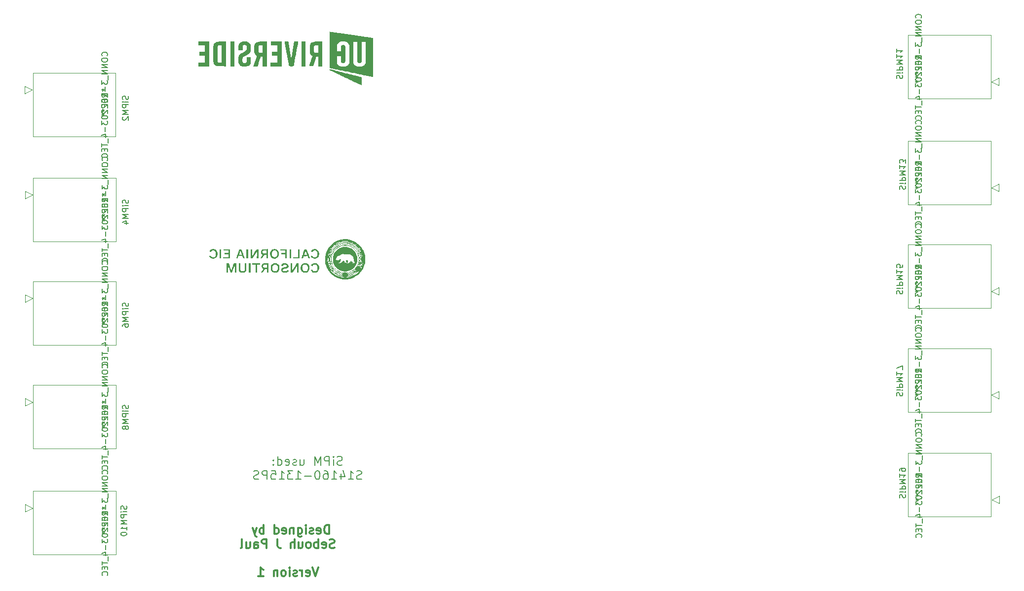
<source format=gbr>
%TF.GenerationSoftware,KiCad,Pcbnew,(6.0.8-1)-1*%
%TF.CreationDate,2023-06-16T18:58:08-04:00*%
%TF.ProjectId,Untitled,556e7469-746c-4656-942e-6b696361645f,rev?*%
%TF.SameCoordinates,Original*%
%TF.FileFunction,Legend,Bot*%
%TF.FilePolarity,Positive*%
%FSLAX46Y46*%
G04 Gerber Fmt 4.6, Leading zero omitted, Abs format (unit mm)*
G04 Created by KiCad (PCBNEW (6.0.8-1)-1) date 2023-06-16 18:58:08*
%MOMM*%
%LPD*%
G01*
G04 APERTURE LIST*
%ADD10C,0.150000*%
%ADD11C,0.300000*%
%ADD12C,0.120000*%
G04 APERTURE END LIST*
D10*
X195595238Y-115047619D02*
X195547619Y-114904761D01*
X195547619Y-114666666D01*
X195595238Y-114571428D01*
X195642857Y-114523809D01*
X195738095Y-114476190D01*
X195833333Y-114476190D01*
X195928571Y-114523809D01*
X195976190Y-114571428D01*
X196023809Y-114666666D01*
X196071428Y-114857142D01*
X196119047Y-114952380D01*
X196166666Y-115000000D01*
X196261904Y-115047619D01*
X196357142Y-115047619D01*
X196452380Y-115000000D01*
X196500000Y-114952380D01*
X196547619Y-114857142D01*
X196547619Y-114619047D01*
X196500000Y-114476190D01*
X195547619Y-114047619D02*
X196214285Y-114047619D01*
X196547619Y-114047619D02*
X196500000Y-114095238D01*
X196452380Y-114047619D01*
X196500000Y-114000000D01*
X196547619Y-114047619D01*
X196452380Y-114047619D01*
X195547619Y-113571428D02*
X196547619Y-113571428D01*
X196547619Y-113190476D01*
X196500000Y-113095238D01*
X196452380Y-113047619D01*
X196357142Y-113000000D01*
X196214285Y-113000000D01*
X196119047Y-113047619D01*
X196071428Y-113095238D01*
X196023809Y-113190476D01*
X196023809Y-113571428D01*
X195547619Y-112571428D02*
X196547619Y-112571428D01*
X195833333Y-112238095D01*
X196547619Y-111904761D01*
X195547619Y-111904761D01*
X195547619Y-110904761D02*
X195547619Y-111476190D01*
X195547619Y-111190476D02*
X196547619Y-111190476D01*
X196404761Y-111285714D01*
X196309523Y-111380952D01*
X196261904Y-111476190D01*
X195547619Y-110428571D02*
X195547619Y-110238095D01*
X195595238Y-110142857D01*
X195642857Y-110095238D01*
X195785714Y-110000000D01*
X195976190Y-109952380D01*
X196357142Y-109952380D01*
X196452380Y-110000000D01*
X196500000Y-110047619D01*
X196547619Y-110142857D01*
X196547619Y-110333333D01*
X196500000Y-110428571D01*
X196452380Y-110476190D01*
X196357142Y-110523809D01*
X196119047Y-110523809D01*
X196023809Y-110476190D01*
X195976190Y-110428571D01*
X195928571Y-110333333D01*
X195928571Y-110142857D01*
X195976190Y-110047619D01*
X196023809Y-110000000D01*
X196119047Y-109952380D01*
X195095238Y-97547619D02*
X195047619Y-97404761D01*
X195047619Y-97166666D01*
X195095238Y-97071428D01*
X195142857Y-97023809D01*
X195238095Y-96976190D01*
X195333333Y-96976190D01*
X195428571Y-97023809D01*
X195476190Y-97071428D01*
X195523809Y-97166666D01*
X195571428Y-97357142D01*
X195619047Y-97452380D01*
X195666666Y-97500000D01*
X195761904Y-97547619D01*
X195857142Y-97547619D01*
X195952380Y-97500000D01*
X196000000Y-97452380D01*
X196047619Y-97357142D01*
X196047619Y-97119047D01*
X196000000Y-96976190D01*
X195047619Y-96547619D02*
X195714285Y-96547619D01*
X196047619Y-96547619D02*
X196000000Y-96595238D01*
X195952380Y-96547619D01*
X196000000Y-96500000D01*
X196047619Y-96547619D01*
X195952380Y-96547619D01*
X195047619Y-96071428D02*
X196047619Y-96071428D01*
X196047619Y-95690476D01*
X196000000Y-95595238D01*
X195952380Y-95547619D01*
X195857142Y-95500000D01*
X195714285Y-95500000D01*
X195619047Y-95547619D01*
X195571428Y-95595238D01*
X195523809Y-95690476D01*
X195523809Y-96071428D01*
X195047619Y-95071428D02*
X196047619Y-95071428D01*
X195333333Y-94738095D01*
X196047619Y-94404761D01*
X195047619Y-94404761D01*
X195047619Y-93404761D02*
X195047619Y-93976190D01*
X195047619Y-93690476D02*
X196047619Y-93690476D01*
X195904761Y-93785714D01*
X195809523Y-93880952D01*
X195761904Y-93976190D01*
X196047619Y-93071428D02*
X196047619Y-92404761D01*
X195047619Y-92833333D01*
X195095238Y-80047619D02*
X195047619Y-79904761D01*
X195047619Y-79666666D01*
X195095238Y-79571428D01*
X195142857Y-79523809D01*
X195238095Y-79476190D01*
X195333333Y-79476190D01*
X195428571Y-79523809D01*
X195476190Y-79571428D01*
X195523809Y-79666666D01*
X195571428Y-79857142D01*
X195619047Y-79952380D01*
X195666666Y-80000000D01*
X195761904Y-80047619D01*
X195857142Y-80047619D01*
X195952380Y-80000000D01*
X196000000Y-79952380D01*
X196047619Y-79857142D01*
X196047619Y-79619047D01*
X196000000Y-79476190D01*
X195047619Y-79047619D02*
X195714285Y-79047619D01*
X196047619Y-79047619D02*
X196000000Y-79095238D01*
X195952380Y-79047619D01*
X196000000Y-79000000D01*
X196047619Y-79047619D01*
X195952380Y-79047619D01*
X195047619Y-78571428D02*
X196047619Y-78571428D01*
X196047619Y-78190476D01*
X196000000Y-78095238D01*
X195952380Y-78047619D01*
X195857142Y-78000000D01*
X195714285Y-78000000D01*
X195619047Y-78047619D01*
X195571428Y-78095238D01*
X195523809Y-78190476D01*
X195523809Y-78571428D01*
X195047619Y-77571428D02*
X196047619Y-77571428D01*
X195333333Y-77238095D01*
X196047619Y-76904761D01*
X195047619Y-76904761D01*
X195047619Y-75904761D02*
X195047619Y-76476190D01*
X195047619Y-76190476D02*
X196047619Y-76190476D01*
X195904761Y-76285714D01*
X195809523Y-76380952D01*
X195761904Y-76476190D01*
X196047619Y-75000000D02*
X196047619Y-75476190D01*
X195571428Y-75523809D01*
X195619047Y-75476190D01*
X195666666Y-75380952D01*
X195666666Y-75142857D01*
X195619047Y-75047619D01*
X195571428Y-75000000D01*
X195476190Y-74952380D01*
X195238095Y-74952380D01*
X195142857Y-75000000D01*
X195095238Y-75047619D01*
X195047619Y-75142857D01*
X195047619Y-75380952D01*
X195095238Y-75476190D01*
X195142857Y-75523809D01*
X195595238Y-62047619D02*
X195547619Y-61904761D01*
X195547619Y-61666666D01*
X195595238Y-61571428D01*
X195642857Y-61523809D01*
X195738095Y-61476190D01*
X195833333Y-61476190D01*
X195928571Y-61523809D01*
X195976190Y-61571428D01*
X196023809Y-61666666D01*
X196071428Y-61857142D01*
X196119047Y-61952380D01*
X196166666Y-62000000D01*
X196261904Y-62047619D01*
X196357142Y-62047619D01*
X196452380Y-62000000D01*
X196500000Y-61952380D01*
X196547619Y-61857142D01*
X196547619Y-61619047D01*
X196500000Y-61476190D01*
X195547619Y-61047619D02*
X196214285Y-61047619D01*
X196547619Y-61047619D02*
X196500000Y-61095238D01*
X196452380Y-61047619D01*
X196500000Y-61000000D01*
X196547619Y-61047619D01*
X196452380Y-61047619D01*
X195547619Y-60571428D02*
X196547619Y-60571428D01*
X196547619Y-60190476D01*
X196500000Y-60095238D01*
X196452380Y-60047619D01*
X196357142Y-60000000D01*
X196214285Y-60000000D01*
X196119047Y-60047619D01*
X196071428Y-60095238D01*
X196023809Y-60190476D01*
X196023809Y-60571428D01*
X195547619Y-59571428D02*
X196547619Y-59571428D01*
X195833333Y-59238095D01*
X196547619Y-58904761D01*
X195547619Y-58904761D01*
X195547619Y-57904761D02*
X195547619Y-58476190D01*
X195547619Y-58190476D02*
X196547619Y-58190476D01*
X196404761Y-58285714D01*
X196309523Y-58380952D01*
X196261904Y-58476190D01*
X196547619Y-57571428D02*
X196547619Y-56952380D01*
X196166666Y-57285714D01*
X196166666Y-57142857D01*
X196119047Y-57047619D01*
X196071428Y-57000000D01*
X195976190Y-56952380D01*
X195738095Y-56952380D01*
X195642857Y-57000000D01*
X195595238Y-57047619D01*
X195547619Y-57142857D01*
X195547619Y-57428571D01*
X195595238Y-57523809D01*
X195642857Y-57571428D01*
X195095238Y-43047619D02*
X195047619Y-42904761D01*
X195047619Y-42666666D01*
X195095238Y-42571428D01*
X195142857Y-42523809D01*
X195238095Y-42476190D01*
X195333333Y-42476190D01*
X195428571Y-42523809D01*
X195476190Y-42571428D01*
X195523809Y-42666666D01*
X195571428Y-42857142D01*
X195619047Y-42952380D01*
X195666666Y-43000000D01*
X195761904Y-43047619D01*
X195857142Y-43047619D01*
X195952380Y-43000000D01*
X196000000Y-42952380D01*
X196047619Y-42857142D01*
X196047619Y-42619047D01*
X196000000Y-42476190D01*
X195047619Y-42047619D02*
X195714285Y-42047619D01*
X196047619Y-42047619D02*
X196000000Y-42095238D01*
X195952380Y-42047619D01*
X196000000Y-42000000D01*
X196047619Y-42047619D01*
X195952380Y-42047619D01*
X195047619Y-41571428D02*
X196047619Y-41571428D01*
X196047619Y-41190476D01*
X196000000Y-41095238D01*
X195952380Y-41047619D01*
X195857142Y-41000000D01*
X195714285Y-41000000D01*
X195619047Y-41047619D01*
X195571428Y-41095238D01*
X195523809Y-41190476D01*
X195523809Y-41571428D01*
X195047619Y-40571428D02*
X196047619Y-40571428D01*
X195333333Y-40238095D01*
X196047619Y-39904761D01*
X195047619Y-39904761D01*
X195047619Y-38904761D02*
X195047619Y-39476190D01*
X195047619Y-39190476D02*
X196047619Y-39190476D01*
X195904761Y-39285714D01*
X195809523Y-39380952D01*
X195761904Y-39476190D01*
X195047619Y-37952380D02*
X195047619Y-38523809D01*
X195047619Y-38238095D02*
X196047619Y-38238095D01*
X195904761Y-38333333D01*
X195809523Y-38428571D01*
X195761904Y-38523809D01*
X62904761Y-116452380D02*
X62952380Y-116595238D01*
X62952380Y-116833333D01*
X62904761Y-116928571D01*
X62857142Y-116976190D01*
X62761904Y-117023809D01*
X62666666Y-117023809D01*
X62571428Y-116976190D01*
X62523809Y-116928571D01*
X62476190Y-116833333D01*
X62428571Y-116642857D01*
X62380952Y-116547619D01*
X62333333Y-116500000D01*
X62238095Y-116452380D01*
X62142857Y-116452380D01*
X62047619Y-116500000D01*
X62000000Y-116547619D01*
X61952380Y-116642857D01*
X61952380Y-116880952D01*
X62000000Y-117023809D01*
X62952380Y-117452380D02*
X62285714Y-117452380D01*
X61952380Y-117452380D02*
X62000000Y-117404761D01*
X62047619Y-117452380D01*
X62000000Y-117500000D01*
X61952380Y-117452380D01*
X62047619Y-117452380D01*
X62952380Y-117928571D02*
X61952380Y-117928571D01*
X61952380Y-118309523D01*
X62000000Y-118404761D01*
X62047619Y-118452380D01*
X62142857Y-118500000D01*
X62285714Y-118500000D01*
X62380952Y-118452380D01*
X62428571Y-118404761D01*
X62476190Y-118309523D01*
X62476190Y-117928571D01*
X62952380Y-118928571D02*
X61952380Y-118928571D01*
X62666666Y-119261904D01*
X61952380Y-119595238D01*
X62952380Y-119595238D01*
X62952380Y-120595238D02*
X62952380Y-120023809D01*
X62952380Y-120309523D02*
X61952380Y-120309523D01*
X62095238Y-120214285D01*
X62190476Y-120119047D01*
X62238095Y-120023809D01*
X61952380Y-121214285D02*
X61952380Y-121309523D01*
X62000000Y-121404761D01*
X62047619Y-121452380D01*
X62142857Y-121500000D01*
X62333333Y-121547619D01*
X62571428Y-121547619D01*
X62761904Y-121500000D01*
X62857142Y-121452380D01*
X62904761Y-121404761D01*
X62952380Y-121309523D01*
X62952380Y-121214285D01*
X62904761Y-121119047D01*
X62857142Y-121071428D01*
X62761904Y-121023809D01*
X62571428Y-120976190D01*
X62333333Y-120976190D01*
X62142857Y-121023809D01*
X62047619Y-121071428D01*
X62000000Y-121119047D01*
X61952380Y-121214285D01*
X63204761Y-99149996D02*
X63252380Y-99292853D01*
X63252380Y-99530948D01*
X63204761Y-99626186D01*
X63157142Y-99673805D01*
X63061904Y-99721425D01*
X62966666Y-99721425D01*
X62871428Y-99673805D01*
X62823809Y-99626186D01*
X62776190Y-99530948D01*
X62728571Y-99340472D01*
X62680952Y-99245234D01*
X62633333Y-99197615D01*
X62538095Y-99149996D01*
X62442857Y-99149996D01*
X62347619Y-99197615D01*
X62300000Y-99245234D01*
X62252380Y-99340472D01*
X62252380Y-99578567D01*
X62300000Y-99721425D01*
X63252380Y-100149996D02*
X62585714Y-100149996D01*
X62252380Y-100149996D02*
X62300000Y-100102377D01*
X62347619Y-100149996D01*
X62300000Y-100197615D01*
X62252380Y-100149996D01*
X62347619Y-100149996D01*
X63252380Y-100626186D02*
X62252380Y-100626186D01*
X62252380Y-101007139D01*
X62300000Y-101102377D01*
X62347619Y-101149996D01*
X62442857Y-101197615D01*
X62585714Y-101197615D01*
X62680952Y-101149996D01*
X62728571Y-101102377D01*
X62776190Y-101007139D01*
X62776190Y-100626186D01*
X63252380Y-101626186D02*
X62252380Y-101626186D01*
X62966666Y-101959520D01*
X62252380Y-102292853D01*
X63252380Y-102292853D01*
X62680952Y-102911901D02*
X62633333Y-102816663D01*
X62585714Y-102769044D01*
X62490476Y-102721425D01*
X62442857Y-102721425D01*
X62347619Y-102769044D01*
X62300000Y-102816663D01*
X62252380Y-102911901D01*
X62252380Y-103102377D01*
X62300000Y-103197615D01*
X62347619Y-103245234D01*
X62442857Y-103292853D01*
X62490476Y-103292853D01*
X62585714Y-103245234D01*
X62633333Y-103197615D01*
X62680952Y-103102377D01*
X62680952Y-102911901D01*
X62728571Y-102816663D01*
X62776190Y-102769044D01*
X62871428Y-102721425D01*
X63061904Y-102721425D01*
X63157142Y-102769044D01*
X63204761Y-102816663D01*
X63252380Y-102911901D01*
X63252380Y-103102377D01*
X63204761Y-103197615D01*
X63157142Y-103245234D01*
X63061904Y-103292853D01*
X62871428Y-103292853D01*
X62776190Y-103245234D01*
X62728571Y-103197615D01*
X62680952Y-103102377D01*
X63204761Y-46049999D02*
X63252380Y-46192856D01*
X63252380Y-46430951D01*
X63204761Y-46526189D01*
X63157142Y-46573808D01*
X63061904Y-46621428D01*
X62966666Y-46621428D01*
X62871428Y-46573808D01*
X62823809Y-46526189D01*
X62776190Y-46430951D01*
X62728571Y-46240475D01*
X62680952Y-46145237D01*
X62633333Y-46097618D01*
X62538095Y-46049999D01*
X62442857Y-46049999D01*
X62347619Y-46097618D01*
X62300000Y-46145237D01*
X62252380Y-46240475D01*
X62252380Y-46478570D01*
X62300000Y-46621428D01*
X63252380Y-47049999D02*
X62585714Y-47049999D01*
X62252380Y-47049999D02*
X62300000Y-47002380D01*
X62347619Y-47049999D01*
X62300000Y-47097618D01*
X62252380Y-47049999D01*
X62347619Y-47049999D01*
X63252380Y-47526189D02*
X62252380Y-47526189D01*
X62252380Y-47907142D01*
X62300000Y-48002380D01*
X62347619Y-48049999D01*
X62442857Y-48097618D01*
X62585714Y-48097618D01*
X62680952Y-48049999D01*
X62728571Y-48002380D01*
X62776190Y-47907142D01*
X62776190Y-47526189D01*
X63252380Y-48526189D02*
X62252380Y-48526189D01*
X62966666Y-48859523D01*
X62252380Y-49192856D01*
X63252380Y-49192856D01*
X62347619Y-49621428D02*
X62300000Y-49669047D01*
X62252380Y-49764285D01*
X62252380Y-50002380D01*
X62300000Y-50097618D01*
X62347619Y-50145237D01*
X62442857Y-50192856D01*
X62538095Y-50192856D01*
X62680952Y-50145237D01*
X63252380Y-49573808D01*
X63252380Y-50192856D01*
X99928571Y-109399642D02*
X99714285Y-109471071D01*
X99357142Y-109471071D01*
X99214285Y-109399642D01*
X99142857Y-109328214D01*
X99071428Y-109185357D01*
X99071428Y-109042500D01*
X99142857Y-108899642D01*
X99214285Y-108828214D01*
X99357142Y-108756785D01*
X99642857Y-108685357D01*
X99785714Y-108613928D01*
X99857142Y-108542500D01*
X99928571Y-108399642D01*
X99928571Y-108256785D01*
X99857142Y-108113928D01*
X99785714Y-108042500D01*
X99642857Y-107971071D01*
X99285714Y-107971071D01*
X99071428Y-108042500D01*
X98428571Y-109471071D02*
X98428571Y-108471071D01*
X98428571Y-107971071D02*
X98500000Y-108042500D01*
X98428571Y-108113928D01*
X98357142Y-108042500D01*
X98428571Y-107971071D01*
X98428571Y-108113928D01*
X97714285Y-109471071D02*
X97714285Y-107971071D01*
X97142857Y-107971071D01*
X97000000Y-108042500D01*
X96928571Y-108113928D01*
X96857142Y-108256785D01*
X96857142Y-108471071D01*
X96928571Y-108613928D01*
X97000000Y-108685357D01*
X97142857Y-108756785D01*
X97714285Y-108756785D01*
X96214285Y-109471071D02*
X96214285Y-107971071D01*
X95714285Y-109042500D01*
X95214285Y-107971071D01*
X95214285Y-109471071D01*
X92714285Y-108471071D02*
X92714285Y-109471071D01*
X93357142Y-108471071D02*
X93357142Y-109256785D01*
X93285714Y-109399642D01*
X93142857Y-109471071D01*
X92928571Y-109471071D01*
X92785714Y-109399642D01*
X92714285Y-109328214D01*
X92071428Y-109399642D02*
X91928571Y-109471071D01*
X91642857Y-109471071D01*
X91500000Y-109399642D01*
X91428571Y-109256785D01*
X91428571Y-109185357D01*
X91500000Y-109042500D01*
X91642857Y-108971071D01*
X91857142Y-108971071D01*
X92000000Y-108899642D01*
X92071428Y-108756785D01*
X92071428Y-108685357D01*
X92000000Y-108542500D01*
X91857142Y-108471071D01*
X91642857Y-108471071D01*
X91500000Y-108542500D01*
X90214285Y-109399642D02*
X90357142Y-109471071D01*
X90642857Y-109471071D01*
X90785714Y-109399642D01*
X90857142Y-109256785D01*
X90857142Y-108685357D01*
X90785714Y-108542500D01*
X90642857Y-108471071D01*
X90357142Y-108471071D01*
X90214285Y-108542500D01*
X90142857Y-108685357D01*
X90142857Y-108828214D01*
X90857142Y-108971071D01*
X88857142Y-109471071D02*
X88857142Y-107971071D01*
X88857142Y-109399642D02*
X89000000Y-109471071D01*
X89285714Y-109471071D01*
X89428571Y-109399642D01*
X89500000Y-109328214D01*
X89571428Y-109185357D01*
X89571428Y-108756785D01*
X89500000Y-108613928D01*
X89428571Y-108542500D01*
X89285714Y-108471071D01*
X89000000Y-108471071D01*
X88857142Y-108542500D01*
X88142857Y-109328214D02*
X88071428Y-109399642D01*
X88142857Y-109471071D01*
X88214285Y-109399642D01*
X88142857Y-109328214D01*
X88142857Y-109471071D01*
X88142857Y-108542500D02*
X88071428Y-108613928D01*
X88142857Y-108685357D01*
X88214285Y-108613928D01*
X88142857Y-108542500D01*
X88142857Y-108685357D01*
X103250000Y-111814642D02*
X103035714Y-111886071D01*
X102678571Y-111886071D01*
X102535714Y-111814642D01*
X102464285Y-111743214D01*
X102392857Y-111600357D01*
X102392857Y-111457500D01*
X102464285Y-111314642D01*
X102535714Y-111243214D01*
X102678571Y-111171785D01*
X102964285Y-111100357D01*
X103107142Y-111028928D01*
X103178571Y-110957500D01*
X103250000Y-110814642D01*
X103250000Y-110671785D01*
X103178571Y-110528928D01*
X103107142Y-110457500D01*
X102964285Y-110386071D01*
X102607142Y-110386071D01*
X102392857Y-110457500D01*
X100964285Y-111886071D02*
X101821428Y-111886071D01*
X101392857Y-111886071D02*
X101392857Y-110386071D01*
X101535714Y-110600357D01*
X101678571Y-110743214D01*
X101821428Y-110814642D01*
X99678571Y-110886071D02*
X99678571Y-111886071D01*
X100035714Y-110314642D02*
X100392857Y-111386071D01*
X99464285Y-111386071D01*
X98107142Y-111886071D02*
X98964285Y-111886071D01*
X98535714Y-111886071D02*
X98535714Y-110386071D01*
X98678571Y-110600357D01*
X98821428Y-110743214D01*
X98964285Y-110814642D01*
X96821428Y-110386071D02*
X97107142Y-110386071D01*
X97250000Y-110457500D01*
X97321428Y-110528928D01*
X97464285Y-110743214D01*
X97535714Y-111028928D01*
X97535714Y-111600357D01*
X97464285Y-111743214D01*
X97392857Y-111814642D01*
X97250000Y-111886071D01*
X96964285Y-111886071D01*
X96821428Y-111814642D01*
X96750000Y-111743214D01*
X96678571Y-111600357D01*
X96678571Y-111243214D01*
X96750000Y-111100357D01*
X96821428Y-111028928D01*
X96964285Y-110957500D01*
X97250000Y-110957500D01*
X97392857Y-111028928D01*
X97464285Y-111100357D01*
X97535714Y-111243214D01*
X95750000Y-110386071D02*
X95607142Y-110386071D01*
X95464285Y-110457500D01*
X95392857Y-110528928D01*
X95321428Y-110671785D01*
X95250000Y-110957500D01*
X95250000Y-111314642D01*
X95321428Y-111600357D01*
X95392857Y-111743214D01*
X95464285Y-111814642D01*
X95607142Y-111886071D01*
X95750000Y-111886071D01*
X95892857Y-111814642D01*
X95964285Y-111743214D01*
X96035714Y-111600357D01*
X96107142Y-111314642D01*
X96107142Y-110957500D01*
X96035714Y-110671785D01*
X95964285Y-110528928D01*
X95892857Y-110457500D01*
X95750000Y-110386071D01*
X94607142Y-111314642D02*
X93464285Y-111314642D01*
X91964285Y-111886071D02*
X92821428Y-111886071D01*
X92392857Y-111886071D02*
X92392857Y-110386071D01*
X92535714Y-110600357D01*
X92678571Y-110743214D01*
X92821428Y-110814642D01*
X91464285Y-110386071D02*
X90535714Y-110386071D01*
X91035714Y-110957500D01*
X90821428Y-110957500D01*
X90678571Y-111028928D01*
X90607142Y-111100357D01*
X90535714Y-111243214D01*
X90535714Y-111600357D01*
X90607142Y-111743214D01*
X90678571Y-111814642D01*
X90821428Y-111886071D01*
X91250000Y-111886071D01*
X91392857Y-111814642D01*
X91464285Y-111743214D01*
X89107142Y-111886071D02*
X89964285Y-111886071D01*
X89535714Y-111886071D02*
X89535714Y-110386071D01*
X89678571Y-110600357D01*
X89821428Y-110743214D01*
X89964285Y-110814642D01*
X87750000Y-110386071D02*
X88464285Y-110386071D01*
X88535714Y-111100357D01*
X88464285Y-111028928D01*
X88321428Y-110957500D01*
X87964285Y-110957500D01*
X87821428Y-111028928D01*
X87750000Y-111100357D01*
X87678571Y-111243214D01*
X87678571Y-111600357D01*
X87750000Y-111743214D01*
X87821428Y-111814642D01*
X87964285Y-111886071D01*
X88321428Y-111886071D01*
X88464285Y-111814642D01*
X88535714Y-111743214D01*
X87035714Y-111886071D02*
X87035714Y-110386071D01*
X86464285Y-110386071D01*
X86321428Y-110457500D01*
X86250000Y-110528928D01*
X86178571Y-110671785D01*
X86178571Y-110886071D01*
X86250000Y-111028928D01*
X86321428Y-111100357D01*
X86464285Y-111171785D01*
X87035714Y-111171785D01*
X85607142Y-111814642D02*
X85392857Y-111886071D01*
X85035714Y-111886071D01*
X84892857Y-111814642D01*
X84821428Y-111743214D01*
X84750000Y-111600357D01*
X84750000Y-111457500D01*
X84821428Y-111314642D01*
X84892857Y-111243214D01*
X85035714Y-111171785D01*
X85321428Y-111100357D01*
X85464285Y-111028928D01*
X85535714Y-110957500D01*
X85607142Y-110814642D01*
X85607142Y-110671785D01*
X85535714Y-110528928D01*
X85464285Y-110457500D01*
X85321428Y-110386071D01*
X84964285Y-110386071D01*
X84750000Y-110457500D01*
D11*
X97671428Y-121256071D02*
X97671428Y-119756071D01*
X97314285Y-119756071D01*
X97100000Y-119827500D01*
X96957142Y-119970357D01*
X96885714Y-120113214D01*
X96814285Y-120398928D01*
X96814285Y-120613214D01*
X96885714Y-120898928D01*
X96957142Y-121041785D01*
X97100000Y-121184642D01*
X97314285Y-121256071D01*
X97671428Y-121256071D01*
X95600000Y-121184642D02*
X95742857Y-121256071D01*
X96028571Y-121256071D01*
X96171428Y-121184642D01*
X96242857Y-121041785D01*
X96242857Y-120470357D01*
X96171428Y-120327500D01*
X96028571Y-120256071D01*
X95742857Y-120256071D01*
X95600000Y-120327500D01*
X95528571Y-120470357D01*
X95528571Y-120613214D01*
X96242857Y-120756071D01*
X94957142Y-121184642D02*
X94814285Y-121256071D01*
X94528571Y-121256071D01*
X94385714Y-121184642D01*
X94314285Y-121041785D01*
X94314285Y-120970357D01*
X94385714Y-120827500D01*
X94528571Y-120756071D01*
X94742857Y-120756071D01*
X94885714Y-120684642D01*
X94957142Y-120541785D01*
X94957142Y-120470357D01*
X94885714Y-120327500D01*
X94742857Y-120256071D01*
X94528571Y-120256071D01*
X94385714Y-120327500D01*
X93671428Y-121256071D02*
X93671428Y-120256071D01*
X93671428Y-119756071D02*
X93742857Y-119827500D01*
X93671428Y-119898928D01*
X93600000Y-119827500D01*
X93671428Y-119756071D01*
X93671428Y-119898928D01*
X92314285Y-120256071D02*
X92314285Y-121470357D01*
X92385714Y-121613214D01*
X92457142Y-121684642D01*
X92600000Y-121756071D01*
X92814285Y-121756071D01*
X92957142Y-121684642D01*
X92314285Y-121184642D02*
X92457142Y-121256071D01*
X92742857Y-121256071D01*
X92885714Y-121184642D01*
X92957142Y-121113214D01*
X93028571Y-120970357D01*
X93028571Y-120541785D01*
X92957142Y-120398928D01*
X92885714Y-120327500D01*
X92742857Y-120256071D01*
X92457142Y-120256071D01*
X92314285Y-120327500D01*
X91600000Y-120256071D02*
X91600000Y-121256071D01*
X91600000Y-120398928D02*
X91528571Y-120327500D01*
X91385714Y-120256071D01*
X91171428Y-120256071D01*
X91028571Y-120327500D01*
X90957142Y-120470357D01*
X90957142Y-121256071D01*
X89671428Y-121184642D02*
X89814285Y-121256071D01*
X90100000Y-121256071D01*
X90242857Y-121184642D01*
X90314285Y-121041785D01*
X90314285Y-120470357D01*
X90242857Y-120327500D01*
X90100000Y-120256071D01*
X89814285Y-120256071D01*
X89671428Y-120327500D01*
X89600000Y-120470357D01*
X89600000Y-120613214D01*
X90314285Y-120756071D01*
X88314285Y-121256071D02*
X88314285Y-119756071D01*
X88314285Y-121184642D02*
X88457142Y-121256071D01*
X88742857Y-121256071D01*
X88885714Y-121184642D01*
X88957142Y-121113214D01*
X89028571Y-120970357D01*
X89028571Y-120541785D01*
X88957142Y-120398928D01*
X88885714Y-120327500D01*
X88742857Y-120256071D01*
X88457142Y-120256071D01*
X88314285Y-120327500D01*
X86457142Y-121256071D02*
X86457142Y-119756071D01*
X86457142Y-120327500D02*
X86314285Y-120256071D01*
X86028571Y-120256071D01*
X85885714Y-120327500D01*
X85814285Y-120398928D01*
X85742857Y-120541785D01*
X85742857Y-120970357D01*
X85814285Y-121113214D01*
X85885714Y-121184642D01*
X86028571Y-121256071D01*
X86314285Y-121256071D01*
X86457142Y-121184642D01*
X85242857Y-120256071D02*
X84885714Y-121256071D01*
X84528571Y-120256071D02*
X84885714Y-121256071D01*
X85028571Y-121613214D01*
X85100000Y-121684642D01*
X85242857Y-121756071D01*
X98600000Y-123599642D02*
X98385714Y-123671071D01*
X98028571Y-123671071D01*
X97885714Y-123599642D01*
X97814285Y-123528214D01*
X97742857Y-123385357D01*
X97742857Y-123242500D01*
X97814285Y-123099642D01*
X97885714Y-123028214D01*
X98028571Y-122956785D01*
X98314285Y-122885357D01*
X98457142Y-122813928D01*
X98528571Y-122742500D01*
X98600000Y-122599642D01*
X98600000Y-122456785D01*
X98528571Y-122313928D01*
X98457142Y-122242500D01*
X98314285Y-122171071D01*
X97957142Y-122171071D01*
X97742857Y-122242500D01*
X96528571Y-123599642D02*
X96671428Y-123671071D01*
X96957142Y-123671071D01*
X97100000Y-123599642D01*
X97171428Y-123456785D01*
X97171428Y-122885357D01*
X97100000Y-122742500D01*
X96957142Y-122671071D01*
X96671428Y-122671071D01*
X96528571Y-122742500D01*
X96457142Y-122885357D01*
X96457142Y-123028214D01*
X97171428Y-123171071D01*
X95814285Y-123671071D02*
X95814285Y-122171071D01*
X95814285Y-122742500D02*
X95671428Y-122671071D01*
X95385714Y-122671071D01*
X95242857Y-122742500D01*
X95171428Y-122813928D01*
X95100000Y-122956785D01*
X95100000Y-123385357D01*
X95171428Y-123528214D01*
X95242857Y-123599642D01*
X95385714Y-123671071D01*
X95671428Y-123671071D01*
X95814285Y-123599642D01*
X94242857Y-123671071D02*
X94385714Y-123599642D01*
X94457142Y-123528214D01*
X94528571Y-123385357D01*
X94528571Y-122956785D01*
X94457142Y-122813928D01*
X94385714Y-122742500D01*
X94242857Y-122671071D01*
X94028571Y-122671071D01*
X93885714Y-122742500D01*
X93814285Y-122813928D01*
X93742857Y-122956785D01*
X93742857Y-123385357D01*
X93814285Y-123528214D01*
X93885714Y-123599642D01*
X94028571Y-123671071D01*
X94242857Y-123671071D01*
X92457142Y-122671071D02*
X92457142Y-123671071D01*
X93100000Y-122671071D02*
X93100000Y-123456785D01*
X93028571Y-123599642D01*
X92885714Y-123671071D01*
X92671428Y-123671071D01*
X92528571Y-123599642D01*
X92457142Y-123528214D01*
X91742857Y-123671071D02*
X91742857Y-122171071D01*
X91100000Y-123671071D02*
X91100000Y-122885357D01*
X91171428Y-122742500D01*
X91314285Y-122671071D01*
X91528571Y-122671071D01*
X91671428Y-122742500D01*
X91742857Y-122813928D01*
X88814285Y-122171071D02*
X88814285Y-123242500D01*
X88885714Y-123456785D01*
X89028571Y-123599642D01*
X89242857Y-123671071D01*
X89385714Y-123671071D01*
X86957142Y-123671071D02*
X86957142Y-122171071D01*
X86385714Y-122171071D01*
X86242857Y-122242500D01*
X86171428Y-122313928D01*
X86100000Y-122456785D01*
X86100000Y-122671071D01*
X86171428Y-122813928D01*
X86242857Y-122885357D01*
X86385714Y-122956785D01*
X86957142Y-122956785D01*
X84814285Y-123671071D02*
X84814285Y-122885357D01*
X84885714Y-122742500D01*
X85028571Y-122671071D01*
X85314285Y-122671071D01*
X85457142Y-122742500D01*
X84814285Y-123599642D02*
X84957142Y-123671071D01*
X85314285Y-123671071D01*
X85457142Y-123599642D01*
X85528571Y-123456785D01*
X85528571Y-123313928D01*
X85457142Y-123171071D01*
X85314285Y-123099642D01*
X84957142Y-123099642D01*
X84814285Y-123028214D01*
X83457142Y-122671071D02*
X83457142Y-123671071D01*
X84100000Y-122671071D02*
X84100000Y-123456785D01*
X84028571Y-123599642D01*
X83885714Y-123671071D01*
X83671428Y-123671071D01*
X83528571Y-123599642D01*
X83457142Y-123528214D01*
X82528571Y-123671071D02*
X82671428Y-123599642D01*
X82742857Y-123456785D01*
X82742857Y-122171071D01*
X95814285Y-127001071D02*
X95314285Y-128501071D01*
X94814285Y-127001071D01*
X93742857Y-128429642D02*
X93885714Y-128501071D01*
X94171428Y-128501071D01*
X94314285Y-128429642D01*
X94385714Y-128286785D01*
X94385714Y-127715357D01*
X94314285Y-127572500D01*
X94171428Y-127501071D01*
X93885714Y-127501071D01*
X93742857Y-127572500D01*
X93671428Y-127715357D01*
X93671428Y-127858214D01*
X94385714Y-128001071D01*
X93028571Y-128501071D02*
X93028571Y-127501071D01*
X93028571Y-127786785D02*
X92957142Y-127643928D01*
X92885714Y-127572500D01*
X92742857Y-127501071D01*
X92600000Y-127501071D01*
X92171428Y-128429642D02*
X92028571Y-128501071D01*
X91742857Y-128501071D01*
X91600000Y-128429642D01*
X91528571Y-128286785D01*
X91528571Y-128215357D01*
X91600000Y-128072500D01*
X91742857Y-128001071D01*
X91957142Y-128001071D01*
X92100000Y-127929642D01*
X92171428Y-127786785D01*
X92171428Y-127715357D01*
X92100000Y-127572500D01*
X91957142Y-127501071D01*
X91742857Y-127501071D01*
X91600000Y-127572500D01*
X90885714Y-128501071D02*
X90885714Y-127501071D01*
X90885714Y-127001071D02*
X90957142Y-127072500D01*
X90885714Y-127143928D01*
X90814285Y-127072500D01*
X90885714Y-127001071D01*
X90885714Y-127143928D01*
X89957142Y-128501071D02*
X90100000Y-128429642D01*
X90171428Y-128358214D01*
X90242857Y-128215357D01*
X90242857Y-127786785D01*
X90171428Y-127643928D01*
X90100000Y-127572500D01*
X89957142Y-127501071D01*
X89742857Y-127501071D01*
X89600000Y-127572500D01*
X89528571Y-127643928D01*
X89457142Y-127786785D01*
X89457142Y-128215357D01*
X89528571Y-128358214D01*
X89600000Y-128429642D01*
X89742857Y-128501071D01*
X89957142Y-128501071D01*
X88814285Y-127501071D02*
X88814285Y-128501071D01*
X88814285Y-127643928D02*
X88742857Y-127572500D01*
X88600000Y-127501071D01*
X88385714Y-127501071D01*
X88242857Y-127572500D01*
X88171428Y-127715357D01*
X88171428Y-128501071D01*
X85528571Y-128501071D02*
X86385714Y-128501071D01*
X85957142Y-128501071D02*
X85957142Y-127001071D01*
X86100000Y-127215357D01*
X86242857Y-127358214D01*
X86385714Y-127429642D01*
D10*
X63204761Y-81592854D02*
X63252380Y-81735711D01*
X63252380Y-81973806D01*
X63204761Y-82069044D01*
X63157142Y-82116663D01*
X63061904Y-82164283D01*
X62966666Y-82164283D01*
X62871428Y-82116663D01*
X62823809Y-82069044D01*
X62776190Y-81973806D01*
X62728571Y-81783330D01*
X62680952Y-81688092D01*
X62633333Y-81640473D01*
X62538095Y-81592854D01*
X62442857Y-81592854D01*
X62347619Y-81640473D01*
X62300000Y-81688092D01*
X62252380Y-81783330D01*
X62252380Y-82021425D01*
X62300000Y-82164283D01*
X63252380Y-82592854D02*
X62585714Y-82592854D01*
X62252380Y-82592854D02*
X62300000Y-82545235D01*
X62347619Y-82592854D01*
X62300000Y-82640473D01*
X62252380Y-82592854D01*
X62347619Y-82592854D01*
X63252380Y-83069044D02*
X62252380Y-83069044D01*
X62252380Y-83449997D01*
X62300000Y-83545235D01*
X62347619Y-83592854D01*
X62442857Y-83640473D01*
X62585714Y-83640473D01*
X62680952Y-83592854D01*
X62728571Y-83545235D01*
X62776190Y-83449997D01*
X62776190Y-83069044D01*
X63252380Y-84069044D02*
X62252380Y-84069044D01*
X62966666Y-84402378D01*
X62252380Y-84735711D01*
X63252380Y-84735711D01*
X62252380Y-85640473D02*
X62252380Y-85449997D01*
X62300000Y-85354759D01*
X62347619Y-85307140D01*
X62490476Y-85211902D01*
X62680952Y-85164283D01*
X63061904Y-85164283D01*
X63157142Y-85211902D01*
X63204761Y-85259521D01*
X63252380Y-85354759D01*
X63252380Y-85545235D01*
X63204761Y-85640473D01*
X63157142Y-85688092D01*
X63061904Y-85735711D01*
X62823809Y-85735711D01*
X62728571Y-85688092D01*
X62680952Y-85640473D01*
X62633333Y-85545235D01*
X62633333Y-85354759D01*
X62680952Y-85259521D01*
X62728571Y-85211902D01*
X62823809Y-85164283D01*
X63204761Y-63892855D02*
X63252380Y-64035712D01*
X63252380Y-64273807D01*
X63204761Y-64369045D01*
X63157142Y-64416664D01*
X63061904Y-64464284D01*
X62966666Y-64464284D01*
X62871428Y-64416664D01*
X62823809Y-64369045D01*
X62776190Y-64273807D01*
X62728571Y-64083331D01*
X62680952Y-63988093D01*
X62633333Y-63940474D01*
X62538095Y-63892855D01*
X62442857Y-63892855D01*
X62347619Y-63940474D01*
X62300000Y-63988093D01*
X62252380Y-64083331D01*
X62252380Y-64321426D01*
X62300000Y-64464284D01*
X63252380Y-64892855D02*
X62585714Y-64892855D01*
X62252380Y-64892855D02*
X62300000Y-64845236D01*
X62347619Y-64892855D01*
X62300000Y-64940474D01*
X62252380Y-64892855D01*
X62347619Y-64892855D01*
X63252380Y-65369045D02*
X62252380Y-65369045D01*
X62252380Y-65749998D01*
X62300000Y-65845236D01*
X62347619Y-65892855D01*
X62442857Y-65940474D01*
X62585714Y-65940474D01*
X62680952Y-65892855D01*
X62728571Y-65845236D01*
X62776190Y-65749998D01*
X62776190Y-65369045D01*
X63252380Y-66369045D02*
X62252380Y-66369045D01*
X62966666Y-66702379D01*
X62252380Y-67035712D01*
X63252380Y-67035712D01*
X62585714Y-67940474D02*
X63252380Y-67940474D01*
X62204761Y-67702379D02*
X62919047Y-67464284D01*
X62919047Y-68083331D01*
%TO.C,REF\u002A\u002A*%
X199294780Y-39706666D02*
X198818590Y-39373333D01*
X199294780Y-39135238D02*
X198294780Y-39135238D01*
X198294780Y-39516190D01*
X198342400Y-39611428D01*
X198390019Y-39659047D01*
X198485257Y-39706666D01*
X198628114Y-39706666D01*
X198723352Y-39659047D01*
X198770971Y-39611428D01*
X198818590Y-39516190D01*
X198818590Y-39135238D01*
X198770971Y-40135238D02*
X198770971Y-40468571D01*
X199294780Y-40611428D02*
X199294780Y-40135238D01*
X198294780Y-40135238D01*
X198294780Y-40611428D01*
X198770971Y-41373333D02*
X198770971Y-41040000D01*
X199294780Y-41040000D02*
X198294780Y-41040000D01*
X198294780Y-41516190D01*
X198294780Y-42040000D02*
X198532876Y-42040000D01*
X198437638Y-41801904D02*
X198532876Y-42040000D01*
X198437638Y-42278095D01*
X198723352Y-41897142D02*
X198532876Y-42040000D01*
X198723352Y-42182857D01*
X198294780Y-42801904D02*
X198532876Y-42801904D01*
X198437638Y-42563809D02*
X198532876Y-42801904D01*
X198437638Y-43040000D01*
X198723352Y-42659047D02*
X198532876Y-42801904D01*
X198723352Y-42944761D01*
X199199542Y-32635238D02*
X199247161Y-32587619D01*
X199294780Y-32444761D01*
X199294780Y-32349523D01*
X199247161Y-32206666D01*
X199151923Y-32111428D01*
X199056685Y-32063809D01*
X198866209Y-32016190D01*
X198723352Y-32016190D01*
X198532876Y-32063809D01*
X198437638Y-32111428D01*
X198342400Y-32206666D01*
X198294780Y-32349523D01*
X198294780Y-32444761D01*
X198342400Y-32587619D01*
X198390019Y-32635238D01*
X198294780Y-33254285D02*
X198294780Y-33444761D01*
X198342400Y-33540000D01*
X198437638Y-33635238D01*
X198628114Y-33682857D01*
X198961447Y-33682857D01*
X199151923Y-33635238D01*
X199247161Y-33540000D01*
X199294780Y-33444761D01*
X199294780Y-33254285D01*
X199247161Y-33159047D01*
X199151923Y-33063809D01*
X198961447Y-33016190D01*
X198628114Y-33016190D01*
X198437638Y-33063809D01*
X198342400Y-33159047D01*
X198294780Y-33254285D01*
X199294780Y-34111428D02*
X198294780Y-34111428D01*
X199294780Y-34682857D01*
X198294780Y-34682857D01*
X199294780Y-35159047D02*
X198294780Y-35159047D01*
X199294780Y-35730476D01*
X198294780Y-35730476D01*
X199390019Y-35968571D02*
X199390019Y-36730476D01*
X198294780Y-36873333D02*
X198294780Y-37492380D01*
X198675733Y-37159047D01*
X198675733Y-37301904D01*
X198723352Y-37397142D01*
X198770971Y-37444761D01*
X198866209Y-37492380D01*
X199104304Y-37492380D01*
X199199542Y-37444761D01*
X199247161Y-37397142D01*
X199294780Y-37301904D01*
X199294780Y-37016190D01*
X199247161Y-36920952D01*
X199199542Y-36873333D01*
X198913828Y-37920952D02*
X198913828Y-38682857D01*
X199294780Y-39682857D02*
X199294780Y-39111428D01*
X199294780Y-39397142D02*
X198294780Y-39397142D01*
X198437638Y-39301904D01*
X198532876Y-39206666D01*
X198580495Y-39111428D01*
X198294780Y-40301904D02*
X198294780Y-40397142D01*
X198342400Y-40492380D01*
X198390019Y-40539999D01*
X198485257Y-40587619D01*
X198675733Y-40635238D01*
X198913828Y-40635238D01*
X199104304Y-40587619D01*
X199199542Y-40539999D01*
X199247161Y-40492380D01*
X199294780Y-40397142D01*
X199294780Y-40301904D01*
X199247161Y-40206666D01*
X199199542Y-40159047D01*
X199104304Y-40111428D01*
X198913828Y-40063809D01*
X198675733Y-40063809D01*
X198485257Y-40111428D01*
X198390019Y-40159047D01*
X198342400Y-40206666D01*
X198294780Y-40301904D01*
X198390019Y-41016190D02*
X198342400Y-41063809D01*
X198294780Y-41159047D01*
X198294780Y-41397142D01*
X198342400Y-41492380D01*
X198390019Y-41539999D01*
X198485257Y-41587619D01*
X198580495Y-41587619D01*
X198723352Y-41539999D01*
X199294780Y-40968571D01*
X199294780Y-41587619D01*
X198390019Y-41968571D02*
X198342400Y-42016190D01*
X198294780Y-42111428D01*
X198294780Y-42349523D01*
X198342400Y-42444761D01*
X198390019Y-42492380D01*
X198485257Y-42539999D01*
X198580495Y-42539999D01*
X198723352Y-42492380D01*
X199294780Y-41920952D01*
X199294780Y-42539999D01*
X198294780Y-43159047D02*
X198294780Y-43254285D01*
X198342400Y-43349523D01*
X198390019Y-43397142D01*
X198485257Y-43444761D01*
X198675733Y-43492380D01*
X198913828Y-43492380D01*
X199104304Y-43444761D01*
X199199542Y-43397142D01*
X199247161Y-43349523D01*
X199294780Y-43254285D01*
X199294780Y-43159047D01*
X199247161Y-43063809D01*
X199199542Y-43016190D01*
X199104304Y-42968571D01*
X198913828Y-42920952D01*
X198675733Y-42920952D01*
X198485257Y-42968571D01*
X198390019Y-43016190D01*
X198342400Y-43063809D01*
X198294780Y-43159047D01*
X198294780Y-43825714D02*
X198294780Y-44444761D01*
X198675733Y-44111428D01*
X198675733Y-44254285D01*
X198723352Y-44349523D01*
X198770971Y-44397142D01*
X198866209Y-44444761D01*
X199104304Y-44444761D01*
X199199542Y-44397142D01*
X199247161Y-44349523D01*
X199294780Y-44254285D01*
X199294780Y-43968571D01*
X199247161Y-43873333D01*
X199199542Y-43825714D01*
X198913828Y-44873333D02*
X198913828Y-45635238D01*
X198628114Y-46539999D02*
X199294780Y-46539999D01*
X198247161Y-46301904D02*
X198961447Y-46063809D01*
X198961447Y-46682857D01*
X199390019Y-46825714D02*
X199390019Y-47587619D01*
X198294780Y-47682857D02*
X198294780Y-48254285D01*
X199294780Y-47968571D02*
X198294780Y-47968571D01*
X198770971Y-48587619D02*
X198770971Y-48920952D01*
X199294780Y-49063809D02*
X199294780Y-48587619D01*
X198294780Y-48587619D01*
X198294780Y-49063809D01*
X199199542Y-50063809D02*
X199247161Y-50016190D01*
X199294780Y-49873333D01*
X199294780Y-49778095D01*
X199247161Y-49635238D01*
X199151923Y-49539999D01*
X199056685Y-49492380D01*
X198866209Y-49444761D01*
X198723352Y-49444761D01*
X198532876Y-49492380D01*
X198437638Y-49539999D01*
X198342400Y-49635238D01*
X198294780Y-49778095D01*
X198294780Y-49873333D01*
X198342400Y-50016190D01*
X198390019Y-50063809D01*
X198294780Y-43580000D02*
X198532876Y-43580000D01*
X198437638Y-43341904D02*
X198532876Y-43580000D01*
X198437638Y-43818095D01*
X198723352Y-43437142D02*
X198532876Y-43580000D01*
X198723352Y-43722857D01*
X199294780Y-75706666D02*
X198818590Y-75373333D01*
X199294780Y-75135238D02*
X198294780Y-75135238D01*
X198294780Y-75516190D01*
X198342400Y-75611428D01*
X198390019Y-75659047D01*
X198485257Y-75706666D01*
X198628114Y-75706666D01*
X198723352Y-75659047D01*
X198770971Y-75611428D01*
X198818590Y-75516190D01*
X198818590Y-75135238D01*
X198770971Y-76135238D02*
X198770971Y-76468571D01*
X199294780Y-76611428D02*
X199294780Y-76135238D01*
X198294780Y-76135238D01*
X198294780Y-76611428D01*
X198770971Y-77373333D02*
X198770971Y-77040000D01*
X199294780Y-77040000D02*
X198294780Y-77040000D01*
X198294780Y-77516190D01*
X198294780Y-78040000D02*
X198532876Y-78040000D01*
X198437638Y-77801904D02*
X198532876Y-78040000D01*
X198437638Y-78278095D01*
X198723352Y-77897142D02*
X198532876Y-78040000D01*
X198723352Y-78182857D01*
X198294780Y-78801904D02*
X198532876Y-78801904D01*
X198437638Y-78563809D02*
X198532876Y-78801904D01*
X198437638Y-79040000D01*
X198723352Y-78659047D02*
X198532876Y-78801904D01*
X198723352Y-78944761D01*
X199199542Y-68635238D02*
X199247161Y-68587619D01*
X199294780Y-68444761D01*
X199294780Y-68349523D01*
X199247161Y-68206666D01*
X199151923Y-68111428D01*
X199056685Y-68063809D01*
X198866209Y-68016190D01*
X198723352Y-68016190D01*
X198532876Y-68063809D01*
X198437638Y-68111428D01*
X198342400Y-68206666D01*
X198294780Y-68349523D01*
X198294780Y-68444761D01*
X198342400Y-68587619D01*
X198390019Y-68635238D01*
X198294780Y-69254285D02*
X198294780Y-69444761D01*
X198342400Y-69540000D01*
X198437638Y-69635238D01*
X198628114Y-69682857D01*
X198961447Y-69682857D01*
X199151923Y-69635238D01*
X199247161Y-69540000D01*
X199294780Y-69444761D01*
X199294780Y-69254285D01*
X199247161Y-69159047D01*
X199151923Y-69063809D01*
X198961447Y-69016190D01*
X198628114Y-69016190D01*
X198437638Y-69063809D01*
X198342400Y-69159047D01*
X198294780Y-69254285D01*
X199294780Y-70111428D02*
X198294780Y-70111428D01*
X199294780Y-70682857D01*
X198294780Y-70682857D01*
X199294780Y-71159047D02*
X198294780Y-71159047D01*
X199294780Y-71730476D01*
X198294780Y-71730476D01*
X199390019Y-71968571D02*
X199390019Y-72730476D01*
X198294780Y-72873333D02*
X198294780Y-73492380D01*
X198675733Y-73159047D01*
X198675733Y-73301904D01*
X198723352Y-73397142D01*
X198770971Y-73444761D01*
X198866209Y-73492380D01*
X199104304Y-73492380D01*
X199199542Y-73444761D01*
X199247161Y-73397142D01*
X199294780Y-73301904D01*
X199294780Y-73016190D01*
X199247161Y-72920952D01*
X199199542Y-72873333D01*
X198913828Y-73920952D02*
X198913828Y-74682857D01*
X199294780Y-75682857D02*
X199294780Y-75111428D01*
X199294780Y-75397142D02*
X198294780Y-75397142D01*
X198437638Y-75301904D01*
X198532876Y-75206666D01*
X198580495Y-75111428D01*
X198294780Y-76301904D02*
X198294780Y-76397142D01*
X198342400Y-76492380D01*
X198390019Y-76539999D01*
X198485257Y-76587619D01*
X198675733Y-76635238D01*
X198913828Y-76635238D01*
X199104304Y-76587619D01*
X199199542Y-76539999D01*
X199247161Y-76492380D01*
X199294780Y-76397142D01*
X199294780Y-76301904D01*
X199247161Y-76206666D01*
X199199542Y-76159047D01*
X199104304Y-76111428D01*
X198913828Y-76063809D01*
X198675733Y-76063809D01*
X198485257Y-76111428D01*
X198390019Y-76159047D01*
X198342400Y-76206666D01*
X198294780Y-76301904D01*
X198390019Y-77016190D02*
X198342400Y-77063809D01*
X198294780Y-77159047D01*
X198294780Y-77397142D01*
X198342400Y-77492380D01*
X198390019Y-77539999D01*
X198485257Y-77587619D01*
X198580495Y-77587619D01*
X198723352Y-77539999D01*
X199294780Y-76968571D01*
X199294780Y-77587619D01*
X198390019Y-77968571D02*
X198342400Y-78016190D01*
X198294780Y-78111428D01*
X198294780Y-78349523D01*
X198342400Y-78444761D01*
X198390019Y-78492380D01*
X198485257Y-78539999D01*
X198580495Y-78539999D01*
X198723352Y-78492380D01*
X199294780Y-77920952D01*
X199294780Y-78539999D01*
X198294780Y-79159047D02*
X198294780Y-79254285D01*
X198342400Y-79349523D01*
X198390019Y-79397142D01*
X198485257Y-79444761D01*
X198675733Y-79492380D01*
X198913828Y-79492380D01*
X199104304Y-79444761D01*
X199199542Y-79397142D01*
X199247161Y-79349523D01*
X199294780Y-79254285D01*
X199294780Y-79159047D01*
X199247161Y-79063809D01*
X199199542Y-79016190D01*
X199104304Y-78968571D01*
X198913828Y-78920952D01*
X198675733Y-78920952D01*
X198485257Y-78968571D01*
X198390019Y-79016190D01*
X198342400Y-79063809D01*
X198294780Y-79159047D01*
X198294780Y-79825714D02*
X198294780Y-80444761D01*
X198675733Y-80111428D01*
X198675733Y-80254285D01*
X198723352Y-80349523D01*
X198770971Y-80397142D01*
X198866209Y-80444761D01*
X199104304Y-80444761D01*
X199199542Y-80397142D01*
X199247161Y-80349523D01*
X199294780Y-80254285D01*
X199294780Y-79968571D01*
X199247161Y-79873333D01*
X199199542Y-79825714D01*
X198913828Y-80873333D02*
X198913828Y-81635238D01*
X198628114Y-82539999D02*
X199294780Y-82539999D01*
X198247161Y-82301904D02*
X198961447Y-82063809D01*
X198961447Y-82682857D01*
X199390019Y-82825714D02*
X199390019Y-83587619D01*
X198294780Y-83682857D02*
X198294780Y-84254285D01*
X199294780Y-83968571D02*
X198294780Y-83968571D01*
X198770971Y-84587619D02*
X198770971Y-84920952D01*
X199294780Y-85063809D02*
X199294780Y-84587619D01*
X198294780Y-84587619D01*
X198294780Y-85063809D01*
X199199542Y-86063809D02*
X199247161Y-86016190D01*
X199294780Y-85873333D01*
X199294780Y-85778095D01*
X199247161Y-85635238D01*
X199151923Y-85539999D01*
X199056685Y-85492380D01*
X198866209Y-85444761D01*
X198723352Y-85444761D01*
X198532876Y-85492380D01*
X198437638Y-85539999D01*
X198342400Y-85635238D01*
X198294780Y-85778095D01*
X198294780Y-85873333D01*
X198342400Y-86016190D01*
X198390019Y-86063809D01*
X198294780Y-79580000D02*
X198532876Y-79580000D01*
X198437638Y-79341904D02*
X198532876Y-79580000D01*
X198437638Y-79818095D01*
X198723352Y-79437142D02*
X198532876Y-79580000D01*
X198723352Y-79722857D01*
X199344880Y-111519166D02*
X198868690Y-111185833D01*
X199344880Y-110947738D02*
X198344880Y-110947738D01*
X198344880Y-111328690D01*
X198392500Y-111423928D01*
X198440119Y-111471547D01*
X198535357Y-111519166D01*
X198678214Y-111519166D01*
X198773452Y-111471547D01*
X198821071Y-111423928D01*
X198868690Y-111328690D01*
X198868690Y-110947738D01*
X198821071Y-111947738D02*
X198821071Y-112281071D01*
X199344880Y-112423928D02*
X199344880Y-111947738D01*
X198344880Y-111947738D01*
X198344880Y-112423928D01*
X198821071Y-113185833D02*
X198821071Y-112852500D01*
X199344880Y-112852500D02*
X198344880Y-112852500D01*
X198344880Y-113328690D01*
X198344880Y-113852500D02*
X198582976Y-113852500D01*
X198487738Y-113614404D02*
X198582976Y-113852500D01*
X198487738Y-114090595D01*
X198773452Y-113709642D02*
X198582976Y-113852500D01*
X198773452Y-113995357D01*
X198344880Y-114614404D02*
X198582976Y-114614404D01*
X198487738Y-114376309D02*
X198582976Y-114614404D01*
X198487738Y-114852500D01*
X198773452Y-114471547D02*
X198582976Y-114614404D01*
X198773452Y-114757261D01*
X199249642Y-104447738D02*
X199297261Y-104400119D01*
X199344880Y-104257261D01*
X199344880Y-104162023D01*
X199297261Y-104019166D01*
X199202023Y-103923928D01*
X199106785Y-103876309D01*
X198916309Y-103828690D01*
X198773452Y-103828690D01*
X198582976Y-103876309D01*
X198487738Y-103923928D01*
X198392500Y-104019166D01*
X198344880Y-104162023D01*
X198344880Y-104257261D01*
X198392500Y-104400119D01*
X198440119Y-104447738D01*
X198344880Y-105066785D02*
X198344880Y-105257261D01*
X198392500Y-105352500D01*
X198487738Y-105447738D01*
X198678214Y-105495357D01*
X199011547Y-105495357D01*
X199202023Y-105447738D01*
X199297261Y-105352500D01*
X199344880Y-105257261D01*
X199344880Y-105066785D01*
X199297261Y-104971547D01*
X199202023Y-104876309D01*
X199011547Y-104828690D01*
X198678214Y-104828690D01*
X198487738Y-104876309D01*
X198392500Y-104971547D01*
X198344880Y-105066785D01*
X199344880Y-105923928D02*
X198344880Y-105923928D01*
X199344880Y-106495357D01*
X198344880Y-106495357D01*
X199344880Y-106971547D02*
X198344880Y-106971547D01*
X199344880Y-107542976D01*
X198344880Y-107542976D01*
X199440119Y-107781071D02*
X199440119Y-108542976D01*
X198344880Y-108685833D02*
X198344880Y-109304880D01*
X198725833Y-108971547D01*
X198725833Y-109114404D01*
X198773452Y-109209642D01*
X198821071Y-109257261D01*
X198916309Y-109304880D01*
X199154404Y-109304880D01*
X199249642Y-109257261D01*
X199297261Y-109209642D01*
X199344880Y-109114404D01*
X199344880Y-108828690D01*
X199297261Y-108733452D01*
X199249642Y-108685833D01*
X198963928Y-109733452D02*
X198963928Y-110495357D01*
X199344880Y-111495357D02*
X199344880Y-110923928D01*
X199344880Y-111209642D02*
X198344880Y-111209642D01*
X198487738Y-111114404D01*
X198582976Y-111019166D01*
X198630595Y-110923928D01*
X198344880Y-112114404D02*
X198344880Y-112209642D01*
X198392500Y-112304880D01*
X198440119Y-112352499D01*
X198535357Y-112400119D01*
X198725833Y-112447738D01*
X198963928Y-112447738D01*
X199154404Y-112400119D01*
X199249642Y-112352499D01*
X199297261Y-112304880D01*
X199344880Y-112209642D01*
X199344880Y-112114404D01*
X199297261Y-112019166D01*
X199249642Y-111971547D01*
X199154404Y-111923928D01*
X198963928Y-111876309D01*
X198725833Y-111876309D01*
X198535357Y-111923928D01*
X198440119Y-111971547D01*
X198392500Y-112019166D01*
X198344880Y-112114404D01*
X198440119Y-112828690D02*
X198392500Y-112876309D01*
X198344880Y-112971547D01*
X198344880Y-113209642D01*
X198392500Y-113304880D01*
X198440119Y-113352499D01*
X198535357Y-113400119D01*
X198630595Y-113400119D01*
X198773452Y-113352499D01*
X199344880Y-112781071D01*
X199344880Y-113400119D01*
X198440119Y-113781071D02*
X198392500Y-113828690D01*
X198344880Y-113923928D01*
X198344880Y-114162023D01*
X198392500Y-114257261D01*
X198440119Y-114304880D01*
X198535357Y-114352499D01*
X198630595Y-114352499D01*
X198773452Y-114304880D01*
X199344880Y-113733452D01*
X199344880Y-114352499D01*
X198344880Y-114971547D02*
X198344880Y-115066785D01*
X198392500Y-115162023D01*
X198440119Y-115209642D01*
X198535357Y-115257261D01*
X198725833Y-115304880D01*
X198963928Y-115304880D01*
X199154404Y-115257261D01*
X199249642Y-115209642D01*
X199297261Y-115162023D01*
X199344880Y-115066785D01*
X199344880Y-114971547D01*
X199297261Y-114876309D01*
X199249642Y-114828690D01*
X199154404Y-114781071D01*
X198963928Y-114733452D01*
X198725833Y-114733452D01*
X198535357Y-114781071D01*
X198440119Y-114828690D01*
X198392500Y-114876309D01*
X198344880Y-114971547D01*
X198344880Y-115638214D02*
X198344880Y-116257261D01*
X198725833Y-115923928D01*
X198725833Y-116066785D01*
X198773452Y-116162023D01*
X198821071Y-116209642D01*
X198916309Y-116257261D01*
X199154404Y-116257261D01*
X199249642Y-116209642D01*
X199297261Y-116162023D01*
X199344880Y-116066785D01*
X199344880Y-115781071D01*
X199297261Y-115685833D01*
X199249642Y-115638214D01*
X198963928Y-116685833D02*
X198963928Y-117447738D01*
X198678214Y-118352499D02*
X199344880Y-118352499D01*
X198297261Y-118114404D02*
X199011547Y-117876309D01*
X199011547Y-118495357D01*
X199440119Y-118638214D02*
X199440119Y-119400119D01*
X198344880Y-119495357D02*
X198344880Y-120066785D01*
X199344880Y-119781071D02*
X198344880Y-119781071D01*
X198821071Y-120400119D02*
X198821071Y-120733452D01*
X199344880Y-120876309D02*
X199344880Y-120400119D01*
X198344880Y-120400119D01*
X198344880Y-120876309D01*
X199249642Y-121876309D02*
X199297261Y-121828690D01*
X199344880Y-121685833D01*
X199344880Y-121590595D01*
X199297261Y-121447738D01*
X199202023Y-121352499D01*
X199106785Y-121304880D01*
X198916309Y-121257261D01*
X198773452Y-121257261D01*
X198582976Y-121304880D01*
X198487738Y-121352499D01*
X198392500Y-121447738D01*
X198344880Y-121590595D01*
X198344880Y-121685833D01*
X198392500Y-121828690D01*
X198440119Y-121876309D01*
X198344880Y-115392500D02*
X198582976Y-115392500D01*
X198487738Y-115154404D02*
X198582976Y-115392500D01*
X198487738Y-115630595D01*
X198773452Y-115249642D02*
X198582976Y-115392500D01*
X198773452Y-115535357D01*
X199294780Y-93506666D02*
X198818590Y-93173333D01*
X199294780Y-92935238D02*
X198294780Y-92935238D01*
X198294780Y-93316190D01*
X198342400Y-93411428D01*
X198390019Y-93459047D01*
X198485257Y-93506666D01*
X198628114Y-93506666D01*
X198723352Y-93459047D01*
X198770971Y-93411428D01*
X198818590Y-93316190D01*
X198818590Y-92935238D01*
X198770971Y-93935238D02*
X198770971Y-94268571D01*
X199294780Y-94411428D02*
X199294780Y-93935238D01*
X198294780Y-93935238D01*
X198294780Y-94411428D01*
X198770971Y-95173333D02*
X198770971Y-94840000D01*
X199294780Y-94840000D02*
X198294780Y-94840000D01*
X198294780Y-95316190D01*
X198294780Y-95840000D02*
X198532876Y-95840000D01*
X198437638Y-95601904D02*
X198532876Y-95840000D01*
X198437638Y-96078095D01*
X198723352Y-95697142D02*
X198532876Y-95840000D01*
X198723352Y-95982857D01*
X198294780Y-96601904D02*
X198532876Y-96601904D01*
X198437638Y-96363809D02*
X198532876Y-96601904D01*
X198437638Y-96840000D01*
X198723352Y-96459047D02*
X198532876Y-96601904D01*
X198723352Y-96744761D01*
X199199542Y-86435238D02*
X199247161Y-86387619D01*
X199294780Y-86244761D01*
X199294780Y-86149523D01*
X199247161Y-86006666D01*
X199151923Y-85911428D01*
X199056685Y-85863809D01*
X198866209Y-85816190D01*
X198723352Y-85816190D01*
X198532876Y-85863809D01*
X198437638Y-85911428D01*
X198342400Y-86006666D01*
X198294780Y-86149523D01*
X198294780Y-86244761D01*
X198342400Y-86387619D01*
X198390019Y-86435238D01*
X198294780Y-87054285D02*
X198294780Y-87244761D01*
X198342400Y-87340000D01*
X198437638Y-87435238D01*
X198628114Y-87482857D01*
X198961447Y-87482857D01*
X199151923Y-87435238D01*
X199247161Y-87340000D01*
X199294780Y-87244761D01*
X199294780Y-87054285D01*
X199247161Y-86959047D01*
X199151923Y-86863809D01*
X198961447Y-86816190D01*
X198628114Y-86816190D01*
X198437638Y-86863809D01*
X198342400Y-86959047D01*
X198294780Y-87054285D01*
X199294780Y-87911428D02*
X198294780Y-87911428D01*
X199294780Y-88482857D01*
X198294780Y-88482857D01*
X199294780Y-88959047D02*
X198294780Y-88959047D01*
X199294780Y-89530476D01*
X198294780Y-89530476D01*
X199390019Y-89768571D02*
X199390019Y-90530476D01*
X198294780Y-90673333D02*
X198294780Y-91292380D01*
X198675733Y-90959047D01*
X198675733Y-91101904D01*
X198723352Y-91197142D01*
X198770971Y-91244761D01*
X198866209Y-91292380D01*
X199104304Y-91292380D01*
X199199542Y-91244761D01*
X199247161Y-91197142D01*
X199294780Y-91101904D01*
X199294780Y-90816190D01*
X199247161Y-90720952D01*
X199199542Y-90673333D01*
X198913828Y-91720952D02*
X198913828Y-92482857D01*
X199294780Y-93482857D02*
X199294780Y-92911428D01*
X199294780Y-93197142D02*
X198294780Y-93197142D01*
X198437638Y-93101904D01*
X198532876Y-93006666D01*
X198580495Y-92911428D01*
X198294780Y-94101904D02*
X198294780Y-94197142D01*
X198342400Y-94292380D01*
X198390019Y-94339999D01*
X198485257Y-94387619D01*
X198675733Y-94435238D01*
X198913828Y-94435238D01*
X199104304Y-94387619D01*
X199199542Y-94339999D01*
X199247161Y-94292380D01*
X199294780Y-94197142D01*
X199294780Y-94101904D01*
X199247161Y-94006666D01*
X199199542Y-93959047D01*
X199104304Y-93911428D01*
X198913828Y-93863809D01*
X198675733Y-93863809D01*
X198485257Y-93911428D01*
X198390019Y-93959047D01*
X198342400Y-94006666D01*
X198294780Y-94101904D01*
X198390019Y-94816190D02*
X198342400Y-94863809D01*
X198294780Y-94959047D01*
X198294780Y-95197142D01*
X198342400Y-95292380D01*
X198390019Y-95339999D01*
X198485257Y-95387619D01*
X198580495Y-95387619D01*
X198723352Y-95339999D01*
X199294780Y-94768571D01*
X199294780Y-95387619D01*
X198390019Y-95768571D02*
X198342400Y-95816190D01*
X198294780Y-95911428D01*
X198294780Y-96149523D01*
X198342400Y-96244761D01*
X198390019Y-96292380D01*
X198485257Y-96339999D01*
X198580495Y-96339999D01*
X198723352Y-96292380D01*
X199294780Y-95720952D01*
X199294780Y-96339999D01*
X198294780Y-96959047D02*
X198294780Y-97054285D01*
X198342400Y-97149523D01*
X198390019Y-97197142D01*
X198485257Y-97244761D01*
X198675733Y-97292380D01*
X198913828Y-97292380D01*
X199104304Y-97244761D01*
X199199542Y-97197142D01*
X199247161Y-97149523D01*
X199294780Y-97054285D01*
X199294780Y-96959047D01*
X199247161Y-96863809D01*
X199199542Y-96816190D01*
X199104304Y-96768571D01*
X198913828Y-96720952D01*
X198675733Y-96720952D01*
X198485257Y-96768571D01*
X198390019Y-96816190D01*
X198342400Y-96863809D01*
X198294780Y-96959047D01*
X198294780Y-97625714D02*
X198294780Y-98244761D01*
X198675733Y-97911428D01*
X198675733Y-98054285D01*
X198723352Y-98149523D01*
X198770971Y-98197142D01*
X198866209Y-98244761D01*
X199104304Y-98244761D01*
X199199542Y-98197142D01*
X199247161Y-98149523D01*
X199294780Y-98054285D01*
X199294780Y-97768571D01*
X199247161Y-97673333D01*
X199199542Y-97625714D01*
X198913828Y-98673333D02*
X198913828Y-99435238D01*
X198628114Y-100339999D02*
X199294780Y-100339999D01*
X198247161Y-100101904D02*
X198961447Y-99863809D01*
X198961447Y-100482857D01*
X199390019Y-100625714D02*
X199390019Y-101387619D01*
X198294780Y-101482857D02*
X198294780Y-102054285D01*
X199294780Y-101768571D02*
X198294780Y-101768571D01*
X198770971Y-102387619D02*
X198770971Y-102720952D01*
X199294780Y-102863809D02*
X199294780Y-102387619D01*
X198294780Y-102387619D01*
X198294780Y-102863809D01*
X199199542Y-103863809D02*
X199247161Y-103816190D01*
X199294780Y-103673333D01*
X199294780Y-103578095D01*
X199247161Y-103435238D01*
X199151923Y-103339999D01*
X199056685Y-103292380D01*
X198866209Y-103244761D01*
X198723352Y-103244761D01*
X198532876Y-103292380D01*
X198437638Y-103339999D01*
X198342400Y-103435238D01*
X198294780Y-103578095D01*
X198294780Y-103673333D01*
X198342400Y-103816190D01*
X198390019Y-103863809D01*
X198294780Y-97380000D02*
X198532876Y-97380000D01*
X198437638Y-97141904D02*
X198532876Y-97380000D01*
X198437638Y-97618095D01*
X198723352Y-97237142D02*
X198532876Y-97380000D01*
X198723352Y-97522857D01*
X199294780Y-57906666D02*
X198818590Y-57573333D01*
X199294780Y-57335238D02*
X198294780Y-57335238D01*
X198294780Y-57716190D01*
X198342400Y-57811428D01*
X198390019Y-57859047D01*
X198485257Y-57906666D01*
X198628114Y-57906666D01*
X198723352Y-57859047D01*
X198770971Y-57811428D01*
X198818590Y-57716190D01*
X198818590Y-57335238D01*
X198770971Y-58335238D02*
X198770971Y-58668571D01*
X199294780Y-58811428D02*
X199294780Y-58335238D01*
X198294780Y-58335238D01*
X198294780Y-58811428D01*
X198770971Y-59573333D02*
X198770971Y-59240000D01*
X199294780Y-59240000D02*
X198294780Y-59240000D01*
X198294780Y-59716190D01*
X198294780Y-60240000D02*
X198532876Y-60240000D01*
X198437638Y-60001904D02*
X198532876Y-60240000D01*
X198437638Y-60478095D01*
X198723352Y-60097142D02*
X198532876Y-60240000D01*
X198723352Y-60382857D01*
X198294780Y-61001904D02*
X198532876Y-61001904D01*
X198437638Y-60763809D02*
X198532876Y-61001904D01*
X198437638Y-61240000D01*
X198723352Y-60859047D02*
X198532876Y-61001904D01*
X198723352Y-61144761D01*
X199199542Y-50835238D02*
X199247161Y-50787619D01*
X199294780Y-50644761D01*
X199294780Y-50549523D01*
X199247161Y-50406666D01*
X199151923Y-50311428D01*
X199056685Y-50263809D01*
X198866209Y-50216190D01*
X198723352Y-50216190D01*
X198532876Y-50263809D01*
X198437638Y-50311428D01*
X198342400Y-50406666D01*
X198294780Y-50549523D01*
X198294780Y-50644761D01*
X198342400Y-50787619D01*
X198390019Y-50835238D01*
X198294780Y-51454285D02*
X198294780Y-51644761D01*
X198342400Y-51740000D01*
X198437638Y-51835238D01*
X198628114Y-51882857D01*
X198961447Y-51882857D01*
X199151923Y-51835238D01*
X199247161Y-51740000D01*
X199294780Y-51644761D01*
X199294780Y-51454285D01*
X199247161Y-51359047D01*
X199151923Y-51263809D01*
X198961447Y-51216190D01*
X198628114Y-51216190D01*
X198437638Y-51263809D01*
X198342400Y-51359047D01*
X198294780Y-51454285D01*
X199294780Y-52311428D02*
X198294780Y-52311428D01*
X199294780Y-52882857D01*
X198294780Y-52882857D01*
X199294780Y-53359047D02*
X198294780Y-53359047D01*
X199294780Y-53930476D01*
X198294780Y-53930476D01*
X199390019Y-54168571D02*
X199390019Y-54930476D01*
X198294780Y-55073333D02*
X198294780Y-55692380D01*
X198675733Y-55359047D01*
X198675733Y-55501904D01*
X198723352Y-55597142D01*
X198770971Y-55644761D01*
X198866209Y-55692380D01*
X199104304Y-55692380D01*
X199199542Y-55644761D01*
X199247161Y-55597142D01*
X199294780Y-55501904D01*
X199294780Y-55216190D01*
X199247161Y-55120952D01*
X199199542Y-55073333D01*
X198913828Y-56120952D02*
X198913828Y-56882857D01*
X199294780Y-57882857D02*
X199294780Y-57311428D01*
X199294780Y-57597142D02*
X198294780Y-57597142D01*
X198437638Y-57501904D01*
X198532876Y-57406666D01*
X198580495Y-57311428D01*
X198294780Y-58501904D02*
X198294780Y-58597142D01*
X198342400Y-58692380D01*
X198390019Y-58739999D01*
X198485257Y-58787619D01*
X198675733Y-58835238D01*
X198913828Y-58835238D01*
X199104304Y-58787619D01*
X199199542Y-58739999D01*
X199247161Y-58692380D01*
X199294780Y-58597142D01*
X199294780Y-58501904D01*
X199247161Y-58406666D01*
X199199542Y-58359047D01*
X199104304Y-58311428D01*
X198913828Y-58263809D01*
X198675733Y-58263809D01*
X198485257Y-58311428D01*
X198390019Y-58359047D01*
X198342400Y-58406666D01*
X198294780Y-58501904D01*
X198390019Y-59216190D02*
X198342400Y-59263809D01*
X198294780Y-59359047D01*
X198294780Y-59597142D01*
X198342400Y-59692380D01*
X198390019Y-59739999D01*
X198485257Y-59787619D01*
X198580495Y-59787619D01*
X198723352Y-59739999D01*
X199294780Y-59168571D01*
X199294780Y-59787619D01*
X198390019Y-60168571D02*
X198342400Y-60216190D01*
X198294780Y-60311428D01*
X198294780Y-60549523D01*
X198342400Y-60644761D01*
X198390019Y-60692380D01*
X198485257Y-60739999D01*
X198580495Y-60739999D01*
X198723352Y-60692380D01*
X199294780Y-60120952D01*
X199294780Y-60739999D01*
X198294780Y-61359047D02*
X198294780Y-61454285D01*
X198342400Y-61549523D01*
X198390019Y-61597142D01*
X198485257Y-61644761D01*
X198675733Y-61692380D01*
X198913828Y-61692380D01*
X199104304Y-61644761D01*
X199199542Y-61597142D01*
X199247161Y-61549523D01*
X199294780Y-61454285D01*
X199294780Y-61359047D01*
X199247161Y-61263809D01*
X199199542Y-61216190D01*
X199104304Y-61168571D01*
X198913828Y-61120952D01*
X198675733Y-61120952D01*
X198485257Y-61168571D01*
X198390019Y-61216190D01*
X198342400Y-61263809D01*
X198294780Y-61359047D01*
X198294780Y-62025714D02*
X198294780Y-62644761D01*
X198675733Y-62311428D01*
X198675733Y-62454285D01*
X198723352Y-62549523D01*
X198770971Y-62597142D01*
X198866209Y-62644761D01*
X199104304Y-62644761D01*
X199199542Y-62597142D01*
X199247161Y-62549523D01*
X199294780Y-62454285D01*
X199294780Y-62168571D01*
X199247161Y-62073333D01*
X199199542Y-62025714D01*
X198913828Y-63073333D02*
X198913828Y-63835238D01*
X198628114Y-64739999D02*
X199294780Y-64739999D01*
X198247161Y-64501904D02*
X198961447Y-64263809D01*
X198961447Y-64882857D01*
X199390019Y-65025714D02*
X199390019Y-65787619D01*
X198294780Y-65882857D02*
X198294780Y-66454285D01*
X199294780Y-66168571D02*
X198294780Y-66168571D01*
X198770971Y-66787619D02*
X198770971Y-67120952D01*
X199294780Y-67263809D02*
X199294780Y-66787619D01*
X198294780Y-66787619D01*
X198294780Y-67263809D01*
X199199542Y-68263809D02*
X199247161Y-68216190D01*
X199294780Y-68073333D01*
X199294780Y-67978095D01*
X199247161Y-67835238D01*
X199151923Y-67739999D01*
X199056685Y-67692380D01*
X198866209Y-67644761D01*
X198723352Y-67644761D01*
X198532876Y-67692380D01*
X198437638Y-67739999D01*
X198342400Y-67835238D01*
X198294780Y-67978095D01*
X198294780Y-68073333D01*
X198342400Y-68216190D01*
X198390019Y-68263809D01*
X198294780Y-61780000D02*
X198532876Y-61780000D01*
X198437638Y-61541904D02*
X198532876Y-61780000D01*
X198437638Y-62018095D01*
X198723352Y-61637142D02*
X198532876Y-61780000D01*
X198723352Y-61922857D01*
X59702480Y-118019166D02*
X59226290Y-117685833D01*
X59702480Y-117447738D02*
X58702480Y-117447738D01*
X58702480Y-117828690D01*
X58750100Y-117923928D01*
X58797719Y-117971547D01*
X58892957Y-118019166D01*
X59035814Y-118019166D01*
X59131052Y-117971547D01*
X59178671Y-117923928D01*
X59226290Y-117828690D01*
X59226290Y-117447738D01*
X59178671Y-118447738D02*
X59178671Y-118781071D01*
X59702480Y-118923928D02*
X59702480Y-118447738D01*
X58702480Y-118447738D01*
X58702480Y-118923928D01*
X59178671Y-119685833D02*
X59178671Y-119352500D01*
X59702480Y-119352500D02*
X58702480Y-119352500D01*
X58702480Y-119828690D01*
X58702480Y-120352500D02*
X58940576Y-120352500D01*
X58845338Y-120114404D02*
X58940576Y-120352500D01*
X58845338Y-120590595D01*
X59131052Y-120209642D02*
X58940576Y-120352500D01*
X59131052Y-120495357D01*
X58702480Y-121114404D02*
X58940576Y-121114404D01*
X58845338Y-120876309D02*
X58940576Y-121114404D01*
X58845338Y-121352500D01*
X59131052Y-120971547D02*
X58940576Y-121114404D01*
X59131052Y-121257261D01*
X59607242Y-110947738D02*
X59654861Y-110900119D01*
X59702480Y-110757261D01*
X59702480Y-110662023D01*
X59654861Y-110519166D01*
X59559623Y-110423928D01*
X59464385Y-110376309D01*
X59273909Y-110328690D01*
X59131052Y-110328690D01*
X58940576Y-110376309D01*
X58845338Y-110423928D01*
X58750100Y-110519166D01*
X58702480Y-110662023D01*
X58702480Y-110757261D01*
X58750100Y-110900119D01*
X58797719Y-110947738D01*
X58702480Y-111566785D02*
X58702480Y-111757261D01*
X58750100Y-111852500D01*
X58845338Y-111947738D01*
X59035814Y-111995357D01*
X59369147Y-111995357D01*
X59559623Y-111947738D01*
X59654861Y-111852500D01*
X59702480Y-111757261D01*
X59702480Y-111566785D01*
X59654861Y-111471547D01*
X59559623Y-111376309D01*
X59369147Y-111328690D01*
X59035814Y-111328690D01*
X58845338Y-111376309D01*
X58750100Y-111471547D01*
X58702480Y-111566785D01*
X59702480Y-112423928D02*
X58702480Y-112423928D01*
X59702480Y-112995357D01*
X58702480Y-112995357D01*
X59702480Y-113471547D02*
X58702480Y-113471547D01*
X59702480Y-114042976D01*
X58702480Y-114042976D01*
X59797719Y-114281071D02*
X59797719Y-115042976D01*
X58702480Y-115185833D02*
X58702480Y-115804880D01*
X59083433Y-115471547D01*
X59083433Y-115614404D01*
X59131052Y-115709642D01*
X59178671Y-115757261D01*
X59273909Y-115804880D01*
X59512004Y-115804880D01*
X59607242Y-115757261D01*
X59654861Y-115709642D01*
X59702480Y-115614404D01*
X59702480Y-115328690D01*
X59654861Y-115233452D01*
X59607242Y-115185833D01*
X59321528Y-116233452D02*
X59321528Y-116995357D01*
X59702480Y-117995357D02*
X59702480Y-117423928D01*
X59702480Y-117709642D02*
X58702480Y-117709642D01*
X58845338Y-117614404D01*
X58940576Y-117519166D01*
X58988195Y-117423928D01*
X58702480Y-118614404D02*
X58702480Y-118709642D01*
X58750100Y-118804880D01*
X58797719Y-118852500D01*
X58892957Y-118900119D01*
X59083433Y-118947738D01*
X59321528Y-118947738D01*
X59512004Y-118900119D01*
X59607242Y-118852500D01*
X59654861Y-118804880D01*
X59702480Y-118709642D01*
X59702480Y-118614404D01*
X59654861Y-118519166D01*
X59607242Y-118471547D01*
X59512004Y-118423928D01*
X59321528Y-118376309D01*
X59083433Y-118376309D01*
X58892957Y-118423928D01*
X58797719Y-118471547D01*
X58750100Y-118519166D01*
X58702480Y-118614404D01*
X58797719Y-119328690D02*
X58750100Y-119376309D01*
X58702480Y-119471547D01*
X58702480Y-119709642D01*
X58750100Y-119804880D01*
X58797719Y-119852500D01*
X58892957Y-119900119D01*
X58988195Y-119900119D01*
X59131052Y-119852500D01*
X59702480Y-119281071D01*
X59702480Y-119900119D01*
X58797719Y-120281071D02*
X58750100Y-120328690D01*
X58702480Y-120423928D01*
X58702480Y-120662023D01*
X58750100Y-120757261D01*
X58797719Y-120804880D01*
X58892957Y-120852500D01*
X58988195Y-120852500D01*
X59131052Y-120804880D01*
X59702480Y-120233452D01*
X59702480Y-120852500D01*
X58702480Y-121471547D02*
X58702480Y-121566785D01*
X58750100Y-121662023D01*
X58797719Y-121709642D01*
X58892957Y-121757261D01*
X59083433Y-121804880D01*
X59321528Y-121804880D01*
X59512004Y-121757261D01*
X59607242Y-121709642D01*
X59654861Y-121662023D01*
X59702480Y-121566785D01*
X59702480Y-121471547D01*
X59654861Y-121376309D01*
X59607242Y-121328690D01*
X59512004Y-121281071D01*
X59321528Y-121233452D01*
X59083433Y-121233452D01*
X58892957Y-121281071D01*
X58797719Y-121328690D01*
X58750100Y-121376309D01*
X58702480Y-121471547D01*
X58702480Y-122138214D02*
X58702480Y-122757261D01*
X59083433Y-122423928D01*
X59083433Y-122566785D01*
X59131052Y-122662023D01*
X59178671Y-122709642D01*
X59273909Y-122757261D01*
X59512004Y-122757261D01*
X59607242Y-122709642D01*
X59654861Y-122662023D01*
X59702480Y-122566785D01*
X59702480Y-122281071D01*
X59654861Y-122185833D01*
X59607242Y-122138214D01*
X59321528Y-123185833D02*
X59321528Y-123947738D01*
X59035814Y-124852500D02*
X59702480Y-124852500D01*
X58654861Y-124614404D02*
X59369147Y-124376309D01*
X59369147Y-124995357D01*
X59797719Y-125138214D02*
X59797719Y-125900119D01*
X58702480Y-125995357D02*
X58702480Y-126566785D01*
X59702480Y-126281071D02*
X58702480Y-126281071D01*
X59178671Y-126900119D02*
X59178671Y-127233452D01*
X59702480Y-127376309D02*
X59702480Y-126900119D01*
X58702480Y-126900119D01*
X58702480Y-127376309D01*
X59607242Y-128376309D02*
X59654861Y-128328690D01*
X59702480Y-128185833D01*
X59702480Y-128090595D01*
X59654861Y-127947738D01*
X59559623Y-127852500D01*
X59464385Y-127804880D01*
X59273909Y-127757261D01*
X59131052Y-127757261D01*
X58940576Y-127804880D01*
X58845338Y-127852500D01*
X58750100Y-127947738D01*
X58702480Y-128090595D01*
X58702480Y-128185833D01*
X58750100Y-128328690D01*
X58797719Y-128376309D01*
X58702480Y-116812500D02*
X58940576Y-116812500D01*
X58845338Y-116574404D02*
X58940576Y-116812500D01*
X58845338Y-117050595D01*
X59131052Y-116669642D02*
X58940576Y-116812500D01*
X59131052Y-116955357D01*
X59702480Y-82019166D02*
X59226290Y-81685833D01*
X59702480Y-81447738D02*
X58702480Y-81447738D01*
X58702480Y-81828690D01*
X58750100Y-81923928D01*
X58797719Y-81971547D01*
X58892957Y-82019166D01*
X59035814Y-82019166D01*
X59131052Y-81971547D01*
X59178671Y-81923928D01*
X59226290Y-81828690D01*
X59226290Y-81447738D01*
X59178671Y-82447738D02*
X59178671Y-82781071D01*
X59702480Y-82923928D02*
X59702480Y-82447738D01*
X58702480Y-82447738D01*
X58702480Y-82923928D01*
X59178671Y-83685833D02*
X59178671Y-83352500D01*
X59702480Y-83352500D02*
X58702480Y-83352500D01*
X58702480Y-83828690D01*
X58702480Y-84352500D02*
X58940576Y-84352500D01*
X58845338Y-84114404D02*
X58940576Y-84352500D01*
X58845338Y-84590595D01*
X59131052Y-84209642D02*
X58940576Y-84352500D01*
X59131052Y-84495357D01*
X58702480Y-85114404D02*
X58940576Y-85114404D01*
X58845338Y-84876309D02*
X58940576Y-85114404D01*
X58845338Y-85352500D01*
X59131052Y-84971547D02*
X58940576Y-85114404D01*
X59131052Y-85257261D01*
X59607242Y-74947738D02*
X59654861Y-74900119D01*
X59702480Y-74757261D01*
X59702480Y-74662023D01*
X59654861Y-74519166D01*
X59559623Y-74423928D01*
X59464385Y-74376309D01*
X59273909Y-74328690D01*
X59131052Y-74328690D01*
X58940576Y-74376309D01*
X58845338Y-74423928D01*
X58750100Y-74519166D01*
X58702480Y-74662023D01*
X58702480Y-74757261D01*
X58750100Y-74900119D01*
X58797719Y-74947738D01*
X58702480Y-75566785D02*
X58702480Y-75757261D01*
X58750100Y-75852500D01*
X58845338Y-75947738D01*
X59035814Y-75995357D01*
X59369147Y-75995357D01*
X59559623Y-75947738D01*
X59654861Y-75852500D01*
X59702480Y-75757261D01*
X59702480Y-75566785D01*
X59654861Y-75471547D01*
X59559623Y-75376309D01*
X59369147Y-75328690D01*
X59035814Y-75328690D01*
X58845338Y-75376309D01*
X58750100Y-75471547D01*
X58702480Y-75566785D01*
X59702480Y-76423928D02*
X58702480Y-76423928D01*
X59702480Y-76995357D01*
X58702480Y-76995357D01*
X59702480Y-77471547D02*
X58702480Y-77471547D01*
X59702480Y-78042976D01*
X58702480Y-78042976D01*
X59797719Y-78281071D02*
X59797719Y-79042976D01*
X58702480Y-79185833D02*
X58702480Y-79804880D01*
X59083433Y-79471547D01*
X59083433Y-79614404D01*
X59131052Y-79709642D01*
X59178671Y-79757261D01*
X59273909Y-79804880D01*
X59512004Y-79804880D01*
X59607242Y-79757261D01*
X59654861Y-79709642D01*
X59702480Y-79614404D01*
X59702480Y-79328690D01*
X59654861Y-79233452D01*
X59607242Y-79185833D01*
X59321528Y-80233452D02*
X59321528Y-80995357D01*
X59702480Y-81995357D02*
X59702480Y-81423928D01*
X59702480Y-81709642D02*
X58702480Y-81709642D01*
X58845338Y-81614404D01*
X58940576Y-81519166D01*
X58988195Y-81423928D01*
X58702480Y-82614404D02*
X58702480Y-82709642D01*
X58750100Y-82804880D01*
X58797719Y-82852500D01*
X58892957Y-82900119D01*
X59083433Y-82947738D01*
X59321528Y-82947738D01*
X59512004Y-82900119D01*
X59607242Y-82852500D01*
X59654861Y-82804880D01*
X59702480Y-82709642D01*
X59702480Y-82614404D01*
X59654861Y-82519166D01*
X59607242Y-82471547D01*
X59512004Y-82423928D01*
X59321528Y-82376309D01*
X59083433Y-82376309D01*
X58892957Y-82423928D01*
X58797719Y-82471547D01*
X58750100Y-82519166D01*
X58702480Y-82614404D01*
X58797719Y-83328690D02*
X58750100Y-83376309D01*
X58702480Y-83471547D01*
X58702480Y-83709642D01*
X58750100Y-83804880D01*
X58797719Y-83852500D01*
X58892957Y-83900119D01*
X58988195Y-83900119D01*
X59131052Y-83852500D01*
X59702480Y-83281071D01*
X59702480Y-83900119D01*
X58797719Y-84281071D02*
X58750100Y-84328690D01*
X58702480Y-84423928D01*
X58702480Y-84662023D01*
X58750100Y-84757261D01*
X58797719Y-84804880D01*
X58892957Y-84852500D01*
X58988195Y-84852500D01*
X59131052Y-84804880D01*
X59702480Y-84233452D01*
X59702480Y-84852500D01*
X58702480Y-85471547D02*
X58702480Y-85566785D01*
X58750100Y-85662023D01*
X58797719Y-85709642D01*
X58892957Y-85757261D01*
X59083433Y-85804880D01*
X59321528Y-85804880D01*
X59512004Y-85757261D01*
X59607242Y-85709642D01*
X59654861Y-85662023D01*
X59702480Y-85566785D01*
X59702480Y-85471547D01*
X59654861Y-85376309D01*
X59607242Y-85328690D01*
X59512004Y-85281071D01*
X59321528Y-85233452D01*
X59083433Y-85233452D01*
X58892957Y-85281071D01*
X58797719Y-85328690D01*
X58750100Y-85376309D01*
X58702480Y-85471547D01*
X58702480Y-86138214D02*
X58702480Y-86757261D01*
X59083433Y-86423928D01*
X59083433Y-86566785D01*
X59131052Y-86662023D01*
X59178671Y-86709642D01*
X59273909Y-86757261D01*
X59512004Y-86757261D01*
X59607242Y-86709642D01*
X59654861Y-86662023D01*
X59702480Y-86566785D01*
X59702480Y-86281071D01*
X59654861Y-86185833D01*
X59607242Y-86138214D01*
X59321528Y-87185833D02*
X59321528Y-87947738D01*
X59035814Y-88852500D02*
X59702480Y-88852500D01*
X58654861Y-88614404D02*
X59369147Y-88376309D01*
X59369147Y-88995357D01*
X59797719Y-89138214D02*
X59797719Y-89900119D01*
X58702480Y-89995357D02*
X58702480Y-90566785D01*
X59702480Y-90281071D02*
X58702480Y-90281071D01*
X59178671Y-90900119D02*
X59178671Y-91233452D01*
X59702480Y-91376309D02*
X59702480Y-90900119D01*
X58702480Y-90900119D01*
X58702480Y-91376309D01*
X59607242Y-92376309D02*
X59654861Y-92328690D01*
X59702480Y-92185833D01*
X59702480Y-92090595D01*
X59654861Y-91947738D01*
X59559623Y-91852500D01*
X59464385Y-91804880D01*
X59273909Y-91757261D01*
X59131052Y-91757261D01*
X58940576Y-91804880D01*
X58845338Y-91852500D01*
X58750100Y-91947738D01*
X58702480Y-92090595D01*
X58702480Y-92185833D01*
X58750100Y-92328690D01*
X58797719Y-92376309D01*
X58702480Y-80812500D02*
X58940576Y-80812500D01*
X58845338Y-80574404D02*
X58940576Y-80812500D01*
X58845338Y-81050595D01*
X59131052Y-80669642D02*
X58940576Y-80812500D01*
X59131052Y-80955357D01*
X59652380Y-46206666D02*
X59176190Y-45873333D01*
X59652380Y-45635238D02*
X58652380Y-45635238D01*
X58652380Y-46016190D01*
X58700000Y-46111428D01*
X58747619Y-46159047D01*
X58842857Y-46206666D01*
X58985714Y-46206666D01*
X59080952Y-46159047D01*
X59128571Y-46111428D01*
X59176190Y-46016190D01*
X59176190Y-45635238D01*
X59128571Y-46635238D02*
X59128571Y-46968571D01*
X59652380Y-47111428D02*
X59652380Y-46635238D01*
X58652380Y-46635238D01*
X58652380Y-47111428D01*
X59128571Y-47873333D02*
X59128571Y-47540000D01*
X59652380Y-47540000D02*
X58652380Y-47540000D01*
X58652380Y-48016190D01*
X58652380Y-48540000D02*
X58890476Y-48540000D01*
X58795238Y-48301904D02*
X58890476Y-48540000D01*
X58795238Y-48778095D01*
X59080952Y-48397142D02*
X58890476Y-48540000D01*
X59080952Y-48682857D01*
X58652380Y-49301904D02*
X58890476Y-49301904D01*
X58795238Y-49063809D02*
X58890476Y-49301904D01*
X58795238Y-49540000D01*
X59080952Y-49159047D02*
X58890476Y-49301904D01*
X59080952Y-49444761D01*
X59557142Y-39135238D02*
X59604761Y-39087619D01*
X59652380Y-38944761D01*
X59652380Y-38849523D01*
X59604761Y-38706666D01*
X59509523Y-38611428D01*
X59414285Y-38563809D01*
X59223809Y-38516190D01*
X59080952Y-38516190D01*
X58890476Y-38563809D01*
X58795238Y-38611428D01*
X58700000Y-38706666D01*
X58652380Y-38849523D01*
X58652380Y-38944761D01*
X58700000Y-39087619D01*
X58747619Y-39135238D01*
X58652380Y-39754285D02*
X58652380Y-39944761D01*
X58700000Y-40040000D01*
X58795238Y-40135238D01*
X58985714Y-40182857D01*
X59319047Y-40182857D01*
X59509523Y-40135238D01*
X59604761Y-40040000D01*
X59652380Y-39944761D01*
X59652380Y-39754285D01*
X59604761Y-39659047D01*
X59509523Y-39563809D01*
X59319047Y-39516190D01*
X58985714Y-39516190D01*
X58795238Y-39563809D01*
X58700000Y-39659047D01*
X58652380Y-39754285D01*
X59652380Y-40611428D02*
X58652380Y-40611428D01*
X59652380Y-41182857D01*
X58652380Y-41182857D01*
X59652380Y-41659047D02*
X58652380Y-41659047D01*
X59652380Y-42230476D01*
X58652380Y-42230476D01*
X59747619Y-42468571D02*
X59747619Y-43230476D01*
X58652380Y-43373333D02*
X58652380Y-43992380D01*
X59033333Y-43659047D01*
X59033333Y-43801904D01*
X59080952Y-43897142D01*
X59128571Y-43944761D01*
X59223809Y-43992380D01*
X59461904Y-43992380D01*
X59557142Y-43944761D01*
X59604761Y-43897142D01*
X59652380Y-43801904D01*
X59652380Y-43516190D01*
X59604761Y-43420952D01*
X59557142Y-43373333D01*
X59271428Y-44420952D02*
X59271428Y-45182857D01*
X59652380Y-46182857D02*
X59652380Y-45611428D01*
X59652380Y-45897142D02*
X58652380Y-45897142D01*
X58795238Y-45801904D01*
X58890476Y-45706666D01*
X58938095Y-45611428D01*
X58652380Y-46801904D02*
X58652380Y-46897142D01*
X58700000Y-46992380D01*
X58747619Y-47040000D01*
X58842857Y-47087619D01*
X59033333Y-47135238D01*
X59271428Y-47135238D01*
X59461904Y-47087619D01*
X59557142Y-47040000D01*
X59604761Y-46992380D01*
X59652380Y-46897142D01*
X59652380Y-46801904D01*
X59604761Y-46706666D01*
X59557142Y-46659047D01*
X59461904Y-46611428D01*
X59271428Y-46563809D01*
X59033333Y-46563809D01*
X58842857Y-46611428D01*
X58747619Y-46659047D01*
X58700000Y-46706666D01*
X58652380Y-46801904D01*
X58747619Y-47516190D02*
X58700000Y-47563809D01*
X58652380Y-47659047D01*
X58652380Y-47897142D01*
X58700000Y-47992380D01*
X58747619Y-48040000D01*
X58842857Y-48087619D01*
X58938095Y-48087619D01*
X59080952Y-48040000D01*
X59652380Y-47468571D01*
X59652380Y-48087619D01*
X58747619Y-48468571D02*
X58700000Y-48516190D01*
X58652380Y-48611428D01*
X58652380Y-48849523D01*
X58700000Y-48944761D01*
X58747619Y-48992380D01*
X58842857Y-49039999D01*
X58938095Y-49039999D01*
X59080952Y-48992380D01*
X59652380Y-48420952D01*
X59652380Y-49039999D01*
X58652380Y-49659047D02*
X58652380Y-49754285D01*
X58700000Y-49849523D01*
X58747619Y-49897142D01*
X58842857Y-49944761D01*
X59033333Y-49992380D01*
X59271428Y-49992380D01*
X59461904Y-49944761D01*
X59557142Y-49897142D01*
X59604761Y-49849523D01*
X59652380Y-49754285D01*
X59652380Y-49659047D01*
X59604761Y-49563809D01*
X59557142Y-49516190D01*
X59461904Y-49468571D01*
X59271428Y-49420952D01*
X59033333Y-49420952D01*
X58842857Y-49468571D01*
X58747619Y-49516190D01*
X58700000Y-49563809D01*
X58652380Y-49659047D01*
X58652380Y-50325714D02*
X58652380Y-50944761D01*
X59033333Y-50611428D01*
X59033333Y-50754285D01*
X59080952Y-50849523D01*
X59128571Y-50897142D01*
X59223809Y-50944761D01*
X59461904Y-50944761D01*
X59557142Y-50897142D01*
X59604761Y-50849523D01*
X59652380Y-50754285D01*
X59652380Y-50468571D01*
X59604761Y-50373333D01*
X59557142Y-50325714D01*
X59271428Y-51373333D02*
X59271428Y-52135238D01*
X58985714Y-53039999D02*
X59652380Y-53039999D01*
X58604761Y-52801904D02*
X59319047Y-52563809D01*
X59319047Y-53182857D01*
X59747619Y-53325714D02*
X59747619Y-54087619D01*
X58652380Y-54182857D02*
X58652380Y-54754285D01*
X59652380Y-54468571D02*
X58652380Y-54468571D01*
X59128571Y-55087619D02*
X59128571Y-55420952D01*
X59652380Y-55563809D02*
X59652380Y-55087619D01*
X58652380Y-55087619D01*
X58652380Y-55563809D01*
X59557142Y-56563809D02*
X59604761Y-56516190D01*
X59652380Y-56373333D01*
X59652380Y-56278095D01*
X59604761Y-56135238D01*
X59509523Y-56039999D01*
X59414285Y-55992380D01*
X59223809Y-55944761D01*
X59080952Y-55944761D01*
X58890476Y-55992380D01*
X58795238Y-56039999D01*
X58700000Y-56135238D01*
X58652380Y-56278095D01*
X58652380Y-56373333D01*
X58700000Y-56516190D01*
X58747619Y-56563809D01*
X58652380Y-45000000D02*
X58890476Y-45000000D01*
X58795238Y-44761904D02*
X58890476Y-45000000D01*
X58795238Y-45238095D01*
X59080952Y-44857142D02*
X58890476Y-45000000D01*
X59080952Y-45142857D01*
X59702480Y-99819166D02*
X59226290Y-99485833D01*
X59702480Y-99247738D02*
X58702480Y-99247738D01*
X58702480Y-99628690D01*
X58750100Y-99723928D01*
X58797719Y-99771547D01*
X58892957Y-99819166D01*
X59035814Y-99819166D01*
X59131052Y-99771547D01*
X59178671Y-99723928D01*
X59226290Y-99628690D01*
X59226290Y-99247738D01*
X59178671Y-100247738D02*
X59178671Y-100581071D01*
X59702480Y-100723928D02*
X59702480Y-100247738D01*
X58702480Y-100247738D01*
X58702480Y-100723928D01*
X59178671Y-101485833D02*
X59178671Y-101152500D01*
X59702480Y-101152500D02*
X58702480Y-101152500D01*
X58702480Y-101628690D01*
X58702480Y-102152500D02*
X58940576Y-102152500D01*
X58845338Y-101914404D02*
X58940576Y-102152500D01*
X58845338Y-102390595D01*
X59131052Y-102009642D02*
X58940576Y-102152500D01*
X59131052Y-102295357D01*
X58702480Y-102914404D02*
X58940576Y-102914404D01*
X58845338Y-102676309D02*
X58940576Y-102914404D01*
X58845338Y-103152500D01*
X59131052Y-102771547D02*
X58940576Y-102914404D01*
X59131052Y-103057261D01*
X59607242Y-92747738D02*
X59654861Y-92700119D01*
X59702480Y-92557261D01*
X59702480Y-92462023D01*
X59654861Y-92319166D01*
X59559623Y-92223928D01*
X59464385Y-92176309D01*
X59273909Y-92128690D01*
X59131052Y-92128690D01*
X58940576Y-92176309D01*
X58845338Y-92223928D01*
X58750100Y-92319166D01*
X58702480Y-92462023D01*
X58702480Y-92557261D01*
X58750100Y-92700119D01*
X58797719Y-92747738D01*
X58702480Y-93366785D02*
X58702480Y-93557261D01*
X58750100Y-93652500D01*
X58845338Y-93747738D01*
X59035814Y-93795357D01*
X59369147Y-93795357D01*
X59559623Y-93747738D01*
X59654861Y-93652500D01*
X59702480Y-93557261D01*
X59702480Y-93366785D01*
X59654861Y-93271547D01*
X59559623Y-93176309D01*
X59369147Y-93128690D01*
X59035814Y-93128690D01*
X58845338Y-93176309D01*
X58750100Y-93271547D01*
X58702480Y-93366785D01*
X59702480Y-94223928D02*
X58702480Y-94223928D01*
X59702480Y-94795357D01*
X58702480Y-94795357D01*
X59702480Y-95271547D02*
X58702480Y-95271547D01*
X59702480Y-95842976D01*
X58702480Y-95842976D01*
X59797719Y-96081071D02*
X59797719Y-96842976D01*
X58702480Y-96985833D02*
X58702480Y-97604880D01*
X59083433Y-97271547D01*
X59083433Y-97414404D01*
X59131052Y-97509642D01*
X59178671Y-97557261D01*
X59273909Y-97604880D01*
X59512004Y-97604880D01*
X59607242Y-97557261D01*
X59654861Y-97509642D01*
X59702480Y-97414404D01*
X59702480Y-97128690D01*
X59654861Y-97033452D01*
X59607242Y-96985833D01*
X59321528Y-98033452D02*
X59321528Y-98795357D01*
X59702480Y-99795357D02*
X59702480Y-99223928D01*
X59702480Y-99509642D02*
X58702480Y-99509642D01*
X58845338Y-99414404D01*
X58940576Y-99319166D01*
X58988195Y-99223928D01*
X58702480Y-100414404D02*
X58702480Y-100509642D01*
X58750100Y-100604880D01*
X58797719Y-100652500D01*
X58892957Y-100700119D01*
X59083433Y-100747738D01*
X59321528Y-100747738D01*
X59512004Y-100700119D01*
X59607242Y-100652500D01*
X59654861Y-100604880D01*
X59702480Y-100509642D01*
X59702480Y-100414404D01*
X59654861Y-100319166D01*
X59607242Y-100271547D01*
X59512004Y-100223928D01*
X59321528Y-100176309D01*
X59083433Y-100176309D01*
X58892957Y-100223928D01*
X58797719Y-100271547D01*
X58750100Y-100319166D01*
X58702480Y-100414404D01*
X58797719Y-101128690D02*
X58750100Y-101176309D01*
X58702480Y-101271547D01*
X58702480Y-101509642D01*
X58750100Y-101604880D01*
X58797719Y-101652500D01*
X58892957Y-101700119D01*
X58988195Y-101700119D01*
X59131052Y-101652500D01*
X59702480Y-101081071D01*
X59702480Y-101700119D01*
X58797719Y-102081071D02*
X58750100Y-102128690D01*
X58702480Y-102223928D01*
X58702480Y-102462023D01*
X58750100Y-102557261D01*
X58797719Y-102604880D01*
X58892957Y-102652500D01*
X58988195Y-102652500D01*
X59131052Y-102604880D01*
X59702480Y-102033452D01*
X59702480Y-102652500D01*
X58702480Y-103271547D02*
X58702480Y-103366785D01*
X58750100Y-103462023D01*
X58797719Y-103509642D01*
X58892957Y-103557261D01*
X59083433Y-103604880D01*
X59321528Y-103604880D01*
X59512004Y-103557261D01*
X59607242Y-103509642D01*
X59654861Y-103462023D01*
X59702480Y-103366785D01*
X59702480Y-103271547D01*
X59654861Y-103176309D01*
X59607242Y-103128690D01*
X59512004Y-103081071D01*
X59321528Y-103033452D01*
X59083433Y-103033452D01*
X58892957Y-103081071D01*
X58797719Y-103128690D01*
X58750100Y-103176309D01*
X58702480Y-103271547D01*
X58702480Y-103938214D02*
X58702480Y-104557261D01*
X59083433Y-104223928D01*
X59083433Y-104366785D01*
X59131052Y-104462023D01*
X59178671Y-104509642D01*
X59273909Y-104557261D01*
X59512004Y-104557261D01*
X59607242Y-104509642D01*
X59654861Y-104462023D01*
X59702480Y-104366785D01*
X59702480Y-104081071D01*
X59654861Y-103985833D01*
X59607242Y-103938214D01*
X59321528Y-104985833D02*
X59321528Y-105747738D01*
X59035814Y-106652500D02*
X59702480Y-106652500D01*
X58654861Y-106414404D02*
X59369147Y-106176309D01*
X59369147Y-106795357D01*
X59797719Y-106938214D02*
X59797719Y-107700119D01*
X58702480Y-107795357D02*
X58702480Y-108366785D01*
X59702480Y-108081071D02*
X58702480Y-108081071D01*
X59178671Y-108700119D02*
X59178671Y-109033452D01*
X59702480Y-109176309D02*
X59702480Y-108700119D01*
X58702480Y-108700119D01*
X58702480Y-109176309D01*
X59607242Y-110176309D02*
X59654861Y-110128690D01*
X59702480Y-109985833D01*
X59702480Y-109890595D01*
X59654861Y-109747738D01*
X59559623Y-109652500D01*
X59464385Y-109604880D01*
X59273909Y-109557261D01*
X59131052Y-109557261D01*
X58940576Y-109604880D01*
X58845338Y-109652500D01*
X58750100Y-109747738D01*
X58702480Y-109890595D01*
X58702480Y-109985833D01*
X58750100Y-110128690D01*
X58797719Y-110176309D01*
X58702480Y-98612500D02*
X58940576Y-98612500D01*
X58845338Y-98374404D02*
X58940576Y-98612500D01*
X58845338Y-98850595D01*
X59131052Y-98469642D02*
X58940576Y-98612500D01*
X59131052Y-98755357D01*
X59702480Y-64219166D02*
X59226290Y-63885833D01*
X59702480Y-63647738D02*
X58702480Y-63647738D01*
X58702480Y-64028690D01*
X58750100Y-64123928D01*
X58797719Y-64171547D01*
X58892957Y-64219166D01*
X59035814Y-64219166D01*
X59131052Y-64171547D01*
X59178671Y-64123928D01*
X59226290Y-64028690D01*
X59226290Y-63647738D01*
X59178671Y-64647738D02*
X59178671Y-64981071D01*
X59702480Y-65123928D02*
X59702480Y-64647738D01*
X58702480Y-64647738D01*
X58702480Y-65123928D01*
X59178671Y-65885833D02*
X59178671Y-65552500D01*
X59702480Y-65552500D02*
X58702480Y-65552500D01*
X58702480Y-66028690D01*
X58702480Y-66552500D02*
X58940576Y-66552500D01*
X58845338Y-66314404D02*
X58940576Y-66552500D01*
X58845338Y-66790595D01*
X59131052Y-66409642D02*
X58940576Y-66552500D01*
X59131052Y-66695357D01*
X58702480Y-67314404D02*
X58940576Y-67314404D01*
X58845338Y-67076309D02*
X58940576Y-67314404D01*
X58845338Y-67552500D01*
X59131052Y-67171547D02*
X58940576Y-67314404D01*
X59131052Y-67457261D01*
X59607242Y-57147738D02*
X59654861Y-57100119D01*
X59702480Y-56957261D01*
X59702480Y-56862023D01*
X59654861Y-56719166D01*
X59559623Y-56623928D01*
X59464385Y-56576309D01*
X59273909Y-56528690D01*
X59131052Y-56528690D01*
X58940576Y-56576309D01*
X58845338Y-56623928D01*
X58750100Y-56719166D01*
X58702480Y-56862023D01*
X58702480Y-56957261D01*
X58750100Y-57100119D01*
X58797719Y-57147738D01*
X58702480Y-57766785D02*
X58702480Y-57957261D01*
X58750100Y-58052500D01*
X58845338Y-58147738D01*
X59035814Y-58195357D01*
X59369147Y-58195357D01*
X59559623Y-58147738D01*
X59654861Y-58052500D01*
X59702480Y-57957261D01*
X59702480Y-57766785D01*
X59654861Y-57671547D01*
X59559623Y-57576309D01*
X59369147Y-57528690D01*
X59035814Y-57528690D01*
X58845338Y-57576309D01*
X58750100Y-57671547D01*
X58702480Y-57766785D01*
X59702480Y-58623928D02*
X58702480Y-58623928D01*
X59702480Y-59195357D01*
X58702480Y-59195357D01*
X59702480Y-59671547D02*
X58702480Y-59671547D01*
X59702480Y-60242976D01*
X58702480Y-60242976D01*
X59797719Y-60481071D02*
X59797719Y-61242976D01*
X58702480Y-61385833D02*
X58702480Y-62004880D01*
X59083433Y-61671547D01*
X59083433Y-61814404D01*
X59131052Y-61909642D01*
X59178671Y-61957261D01*
X59273909Y-62004880D01*
X59512004Y-62004880D01*
X59607242Y-61957261D01*
X59654861Y-61909642D01*
X59702480Y-61814404D01*
X59702480Y-61528690D01*
X59654861Y-61433452D01*
X59607242Y-61385833D01*
X59321528Y-62433452D02*
X59321528Y-63195357D01*
X59702480Y-64195357D02*
X59702480Y-63623928D01*
X59702480Y-63909642D02*
X58702480Y-63909642D01*
X58845338Y-63814404D01*
X58940576Y-63719166D01*
X58988195Y-63623928D01*
X58702480Y-64814404D02*
X58702480Y-64909642D01*
X58750100Y-65004880D01*
X58797719Y-65052500D01*
X58892957Y-65100119D01*
X59083433Y-65147738D01*
X59321528Y-65147738D01*
X59512004Y-65100119D01*
X59607242Y-65052500D01*
X59654861Y-65004880D01*
X59702480Y-64909642D01*
X59702480Y-64814404D01*
X59654861Y-64719166D01*
X59607242Y-64671547D01*
X59512004Y-64623928D01*
X59321528Y-64576309D01*
X59083433Y-64576309D01*
X58892957Y-64623928D01*
X58797719Y-64671547D01*
X58750100Y-64719166D01*
X58702480Y-64814404D01*
X58797719Y-65528690D02*
X58750100Y-65576309D01*
X58702480Y-65671547D01*
X58702480Y-65909642D01*
X58750100Y-66004880D01*
X58797719Y-66052500D01*
X58892957Y-66100119D01*
X58988195Y-66100119D01*
X59131052Y-66052500D01*
X59702480Y-65481071D01*
X59702480Y-66100119D01*
X58797719Y-66481071D02*
X58750100Y-66528690D01*
X58702480Y-66623928D01*
X58702480Y-66862023D01*
X58750100Y-66957261D01*
X58797719Y-67004880D01*
X58892957Y-67052499D01*
X58988195Y-67052499D01*
X59131052Y-67004880D01*
X59702480Y-66433452D01*
X59702480Y-67052499D01*
X58702480Y-67671547D02*
X58702480Y-67766785D01*
X58750100Y-67862023D01*
X58797719Y-67909642D01*
X58892957Y-67957261D01*
X59083433Y-68004880D01*
X59321528Y-68004880D01*
X59512004Y-67957261D01*
X59607242Y-67909642D01*
X59654861Y-67862023D01*
X59702480Y-67766785D01*
X59702480Y-67671547D01*
X59654861Y-67576309D01*
X59607242Y-67528690D01*
X59512004Y-67481071D01*
X59321528Y-67433452D01*
X59083433Y-67433452D01*
X58892957Y-67481071D01*
X58797719Y-67528690D01*
X58750100Y-67576309D01*
X58702480Y-67671547D01*
X58702480Y-68338214D02*
X58702480Y-68957261D01*
X59083433Y-68623928D01*
X59083433Y-68766785D01*
X59131052Y-68862023D01*
X59178671Y-68909642D01*
X59273909Y-68957261D01*
X59512004Y-68957261D01*
X59607242Y-68909642D01*
X59654861Y-68862023D01*
X59702480Y-68766785D01*
X59702480Y-68481071D01*
X59654861Y-68385833D01*
X59607242Y-68338214D01*
X59321528Y-69385833D02*
X59321528Y-70147738D01*
X59035814Y-71052500D02*
X59702480Y-71052500D01*
X58654861Y-70814404D02*
X59369147Y-70576309D01*
X59369147Y-71195357D01*
X59797719Y-71338214D02*
X59797719Y-72100119D01*
X58702480Y-72195357D02*
X58702480Y-72766785D01*
X59702480Y-72481071D02*
X58702480Y-72481071D01*
X59178671Y-73100119D02*
X59178671Y-73433452D01*
X59702480Y-73576309D02*
X59702480Y-73100119D01*
X58702480Y-73100119D01*
X58702480Y-73576309D01*
X59607242Y-74576309D02*
X59654861Y-74528690D01*
X59702480Y-74385833D01*
X59702480Y-74290595D01*
X59654861Y-74147738D01*
X59559623Y-74052500D01*
X59464385Y-74004880D01*
X59273909Y-73957261D01*
X59131052Y-73957261D01*
X58940576Y-74004880D01*
X58845338Y-74052500D01*
X58750100Y-74147738D01*
X58702480Y-74290595D01*
X58702480Y-74385833D01*
X58750100Y-74528690D01*
X58797719Y-74576309D01*
X58702480Y-63012500D02*
X58940576Y-63012500D01*
X58845338Y-62774404D02*
X58940576Y-63012500D01*
X58845338Y-63250595D01*
X59131052Y-62869642D02*
X58940576Y-63012500D01*
X59131052Y-63155357D01*
D12*
X211186800Y-46501000D02*
X196988200Y-46501000D01*
X211313800Y-43580000D02*
X212583800Y-44215000D01*
X211186800Y-35579000D02*
X211186800Y-46501000D01*
X196988200Y-46501000D02*
X196988200Y-35579000D01*
X212583800Y-42945000D02*
X211313800Y-43580000D01*
X196988200Y-35579000D02*
X211186800Y-35579000D01*
X212583800Y-44215000D02*
X212583800Y-42945000D01*
X211186800Y-82501000D02*
X196988200Y-82501000D01*
X211186800Y-71579000D02*
X211186800Y-82501000D01*
X196988200Y-82501000D02*
X196988200Y-71579000D01*
X211313800Y-79580000D02*
X212583800Y-80215000D01*
X196988200Y-71579000D02*
X211186800Y-71579000D01*
X212583800Y-80215000D02*
X212583800Y-78945000D01*
X212583800Y-78945000D02*
X211313800Y-79580000D01*
X212633900Y-114757500D02*
X211363900Y-115392500D01*
X211363900Y-115392500D02*
X212633900Y-116027500D01*
X211236900Y-107391500D02*
X211236900Y-118313500D01*
X197038300Y-107391500D02*
X211236900Y-107391500D01*
X197038300Y-118313500D02*
X197038300Y-107391500D01*
X212633900Y-116027500D02*
X212633900Y-114757500D01*
X211236900Y-118313500D02*
X197038300Y-118313500D01*
X211186800Y-89379000D02*
X211186800Y-100301000D01*
X196988200Y-89379000D02*
X211186800Y-89379000D01*
X211313800Y-97380000D02*
X212583800Y-98015000D01*
X212583800Y-98015000D02*
X212583800Y-96745000D01*
X196988200Y-100301000D02*
X196988200Y-89379000D01*
X211186800Y-100301000D02*
X196988200Y-100301000D01*
X212583800Y-96745000D02*
X211313800Y-97380000D01*
X211186800Y-64701000D02*
X196988200Y-64701000D01*
X211313800Y-61780000D02*
X212583800Y-62415000D01*
X211186800Y-53779000D02*
X211186800Y-64701000D01*
X196988200Y-64701000D02*
X196988200Y-53779000D01*
X212583800Y-61145000D02*
X211313800Y-61780000D01*
X196988200Y-53779000D02*
X211186800Y-53779000D01*
X212583800Y-62415000D02*
X212583800Y-61145000D01*
X46905700Y-113891500D02*
X61104300Y-113891500D01*
X46778700Y-116812500D02*
X45508700Y-116177500D01*
X46905700Y-124813500D02*
X46905700Y-113891500D01*
X61104300Y-113891500D02*
X61104300Y-124813500D01*
X45508700Y-117447500D02*
X46778700Y-116812500D01*
X61104300Y-124813500D02*
X46905700Y-124813500D01*
X45508700Y-116177500D02*
X45508700Y-117447500D01*
X46905700Y-77891500D02*
X61104300Y-77891500D01*
X46905700Y-88813500D02*
X46905700Y-77891500D01*
X61104300Y-77891500D02*
X61104300Y-88813500D01*
X46778700Y-80812500D02*
X45508700Y-80177500D01*
X61104300Y-88813500D02*
X46905700Y-88813500D01*
X45508700Y-80177500D02*
X45508700Y-81447500D01*
X45508700Y-81447500D02*
X46778700Y-80812500D01*
X45458600Y-45635000D02*
X46728600Y-45000000D01*
X46728600Y-45000000D02*
X45458600Y-44365000D01*
X46855600Y-53001000D02*
X46855600Y-42079000D01*
X61054200Y-53001000D02*
X46855600Y-53001000D01*
X61054200Y-42079000D02*
X61054200Y-53001000D01*
X45458600Y-44365000D02*
X45458600Y-45635000D01*
X46855600Y-42079000D02*
X61054200Y-42079000D01*
X46905700Y-95691500D02*
X61104300Y-95691500D01*
X46778700Y-98612500D02*
X45508700Y-97977500D01*
X46905700Y-106613500D02*
X46905700Y-95691500D01*
X61104300Y-95691500D02*
X61104300Y-106613500D01*
X45508700Y-99247500D02*
X46778700Y-98612500D01*
X61104300Y-106613500D02*
X46905700Y-106613500D01*
X45508700Y-97977500D02*
X45508700Y-99247500D01*
X46905700Y-71013500D02*
X46905700Y-60091500D01*
X61104300Y-71013500D02*
X46905700Y-71013500D01*
X46778700Y-63012500D02*
X45508700Y-62377500D01*
X45508700Y-62377500D02*
X45508700Y-63647500D01*
X61104300Y-60091500D02*
X61104300Y-71013500D01*
X46905700Y-60091500D02*
X61104300Y-60091500D01*
X45508700Y-63647500D02*
X46778700Y-63012500D01*
%TO.C,G\u002A\u002A\u002A*%
G36*
X94254261Y-73502289D02*
G01*
X94309836Y-73649880D01*
X94356287Y-73773533D01*
X94391778Y-73868367D01*
X94414477Y-73929500D01*
X94422549Y-73952050D01*
X94406007Y-73954481D01*
X94354441Y-73954634D01*
X94279945Y-73952050D01*
X94136718Y-73945131D01*
X93993254Y-73537527D01*
X93658372Y-73543800D01*
X93323489Y-73550072D01*
X93251693Y-73753345D01*
X93179896Y-73956618D01*
X93034980Y-73956685D01*
X92890064Y-73956751D01*
X92939814Y-73823128D01*
X92943908Y-73812155D01*
X92968770Y-73745872D01*
X93006827Y-73644723D01*
X93055519Y-73515494D01*
X93112289Y-73364972D01*
X93135605Y-73303201D01*
X93423903Y-73303201D01*
X93426706Y-73308610D01*
X93463675Y-73320191D01*
X93544505Y-73327047D01*
X93670397Y-73329303D01*
X93690921Y-73329293D01*
X93793337Y-73328437D01*
X93857972Y-73325268D01*
X93892310Y-73318462D01*
X93903836Y-73306693D01*
X93900033Y-73288636D01*
X93896372Y-73279259D01*
X93877822Y-73228656D01*
X93848510Y-73146702D01*
X93811643Y-73042394D01*
X93770425Y-72924732D01*
X93750081Y-72867402D01*
X93712275Y-72766434D01*
X93680721Y-72689454D01*
X93658249Y-72643160D01*
X93647689Y-72634247D01*
X93646002Y-72639517D01*
X93631186Y-72683289D01*
X93604963Y-72759324D01*
X93570460Y-72858589D01*
X93530803Y-72972048D01*
X93518796Y-73006478D01*
X93481526Y-73115624D01*
X93451400Y-73207305D01*
X93431249Y-73272753D01*
X93423903Y-73303201D01*
X93135605Y-73303201D01*
X93174579Y-73199945D01*
X93239830Y-73027199D01*
X93490097Y-72364894D01*
X93824356Y-72364894D01*
X94123141Y-73155013D01*
X94180455Y-73306693D01*
X94191394Y-73335643D01*
X94254261Y-73502289D01*
G37*
G36*
X91356262Y-75403366D02*
G01*
X91356874Y-76036623D01*
X91443884Y-75873951D01*
X91458185Y-75847850D01*
X91505445Y-75765122D01*
X91570158Y-75654832D01*
X91647444Y-75525191D01*
X91732425Y-75384408D01*
X91820221Y-75240694D01*
X92109548Y-74770109D01*
X92424635Y-74770109D01*
X92424635Y-76373585D01*
X92165636Y-76373585D01*
X92173132Y-75746120D01*
X92173209Y-75739649D01*
X92174969Y-75574845D01*
X92176181Y-75426582D01*
X92176824Y-75300848D01*
X92176880Y-75203627D01*
X92176330Y-75140906D01*
X92175153Y-75118672D01*
X92163644Y-75135820D01*
X92136788Y-75183995D01*
X92100797Y-75252314D01*
X92084463Y-75282612D01*
X92040126Y-75360550D01*
X91978342Y-75466097D01*
X91903524Y-75591810D01*
X91820084Y-75730243D01*
X91732432Y-75873951D01*
X91432948Y-76361966D01*
X91266486Y-76368794D01*
X91100024Y-76375621D01*
X91100024Y-74770109D01*
X91355651Y-74770109D01*
X91356262Y-75403366D01*
G37*
G36*
X84198103Y-76373585D02*
G01*
X83919237Y-76373585D01*
X83919237Y-74770109D01*
X84198103Y-74770109D01*
X84198103Y-76373585D01*
G37*
G36*
X81734791Y-76373585D02*
G01*
X81475885Y-76373585D01*
X81483334Y-75722881D01*
X81483627Y-75697064D01*
X81485395Y-75530623D01*
X81486776Y-75381261D01*
X81487731Y-75254859D01*
X81488222Y-75157295D01*
X81488209Y-75094447D01*
X81487653Y-75072195D01*
X81486566Y-75074529D01*
X81473726Y-75108783D01*
X81448035Y-75179727D01*
X81411417Y-75281971D01*
X81365800Y-75410127D01*
X81313107Y-75558804D01*
X81255265Y-75722613D01*
X81026008Y-76373014D01*
X80909572Y-76373300D01*
X80793136Y-76373585D01*
X80596842Y-75821664D01*
X80556620Y-75708687D01*
X80502624Y-75557387D01*
X80453655Y-75420577D01*
X80412340Y-75305585D01*
X80381309Y-75219740D01*
X80363191Y-75170369D01*
X80355073Y-75149735D01*
X80346006Y-75132479D01*
X80339267Y-75132165D01*
X80334650Y-75153012D01*
X80331948Y-75199238D01*
X80330955Y-75275060D01*
X80331464Y-75384698D01*
X80333268Y-75532369D01*
X80336161Y-75722290D01*
X80346487Y-76373585D01*
X80084837Y-76373585D01*
X80084837Y-74770109D01*
X80474579Y-74770109D01*
X80637202Y-75240694D01*
X80645346Y-75264290D01*
X80697582Y-75416953D01*
X80747605Y-75565228D01*
X80792131Y-75699244D01*
X80827877Y-75809130D01*
X80851559Y-75885017D01*
X80903293Y-76058755D01*
X80993699Y-75768823D01*
X81000725Y-75746414D01*
X81045523Y-75607183D01*
X81098878Y-75445932D01*
X81154701Y-75280897D01*
X81206904Y-75130310D01*
X81329703Y-74781728D01*
X81532247Y-74775014D01*
X81734791Y-74768299D01*
X81734791Y-76373585D01*
G37*
G36*
X87009997Y-76373585D02*
G01*
X87009997Y-75746138D01*
X86841515Y-75747012D01*
X86673034Y-75747886D01*
X86477326Y-76060735D01*
X86281618Y-76373585D01*
X86134554Y-76373585D01*
X86063937Y-76371701D01*
X86008662Y-76366198D01*
X85987490Y-76358344D01*
X85989958Y-76352076D01*
X86011922Y-76313241D01*
X86052965Y-76246037D01*
X86108621Y-76157705D01*
X86174419Y-76055485D01*
X86203406Y-76010719D01*
X86266835Y-75911518D01*
X86319045Y-75828146D01*
X86355270Y-75768274D01*
X86370740Y-75739574D01*
X86365198Y-75722002D01*
X86330114Y-75684586D01*
X86272487Y-75641563D01*
X86223703Y-75606317D01*
X86137018Y-75511175D01*
X86087565Y-75393983D01*
X86072944Y-75256574D01*
X86346039Y-75256574D01*
X86361520Y-75346989D01*
X86408259Y-75425296D01*
X86485541Y-75479728D01*
X86538745Y-75495037D01*
X86646750Y-75508940D01*
X86788482Y-75513750D01*
X87009997Y-75513750D01*
X87009997Y-75002497D01*
X86771799Y-75002583D01*
X86740841Y-75002672D01*
X86633066Y-75005229D01*
X86557757Y-75012534D01*
X86503616Y-75026227D01*
X86459341Y-75047950D01*
X86411706Y-75086490D01*
X86362529Y-75165819D01*
X86346039Y-75256574D01*
X86072944Y-75256574D01*
X86072064Y-75248307D01*
X86073260Y-75204084D01*
X86094179Y-75080620D01*
X86145716Y-74980459D01*
X86233817Y-74890447D01*
X86258192Y-74871418D01*
X86317284Y-74834962D01*
X86385996Y-74808095D01*
X86471681Y-74789496D01*
X86581691Y-74777845D01*
X86723377Y-74771823D01*
X86904093Y-74770109D01*
X87288862Y-74770109D01*
X87288862Y-76373585D01*
X87009997Y-76373585D01*
G37*
G36*
X85871296Y-75002497D02*
G01*
X85313565Y-75002497D01*
X85313565Y-76373585D01*
X85057938Y-76373585D01*
X85057938Y-75002497D01*
X84500207Y-75002497D01*
X84500207Y-74770109D01*
X85871296Y-74770109D01*
X85871296Y-75002497D01*
G37*
G36*
X103223510Y-76137333D02*
G01*
X103210642Y-76157088D01*
X102964863Y-76454285D01*
X102687895Y-76718874D01*
X102625147Y-76770888D01*
X102297677Y-77008464D01*
X101952289Y-77203804D01*
X101587181Y-77357691D01*
X101200552Y-77470908D01*
X100790601Y-77544240D01*
X100741276Y-77548775D01*
X100622069Y-77552684D01*
X100475197Y-77551479D01*
X100312555Y-77545773D01*
X100146036Y-77536178D01*
X99987535Y-77523309D01*
X99848947Y-77507778D01*
X99742166Y-77490198D01*
X99358208Y-77387067D01*
X98985730Y-77241412D01*
X98966733Y-77231381D01*
X100476877Y-77231381D01*
X100604690Y-77230499D01*
X100608808Y-77230460D01*
X100742682Y-77221166D01*
X100904932Y-77197927D01*
X101081142Y-77163543D01*
X101256893Y-77120816D01*
X101417765Y-77072547D01*
X101583452Y-77009620D01*
X101773038Y-76924365D01*
X101962119Y-76827603D01*
X102135840Y-76726962D01*
X102279351Y-76630069D01*
X102332755Y-76588848D01*
X102427774Y-76511024D01*
X102525729Y-76426352D01*
X102618777Y-76342012D01*
X102699074Y-76265181D01*
X102758774Y-76203037D01*
X102790034Y-76162759D01*
X102796729Y-76137333D01*
X102776424Y-76130876D01*
X102732220Y-76147091D01*
X102731301Y-76147428D01*
X102667685Y-76183809D01*
X102591900Y-76236843D01*
X102510271Y-76303349D01*
X102506245Y-76306870D01*
X102198743Y-76549280D01*
X101880646Y-76749260D01*
X101554030Y-76905812D01*
X101220974Y-77017938D01*
X100883556Y-77084641D01*
X100833846Y-77092900D01*
X100756129Y-77112814D01*
X100703244Y-77135216D01*
X100697154Y-77139028D01*
X100635640Y-77170735D01*
X100563811Y-77200353D01*
X100476877Y-77231381D01*
X98966733Y-77231381D01*
X98636482Y-77057000D01*
X98312764Y-76835613D01*
X98016881Y-76579032D01*
X97751134Y-76289037D01*
X97517826Y-75967411D01*
X97319260Y-75615934D01*
X97294506Y-75564640D01*
X97148868Y-75202820D01*
X97046051Y-74828118D01*
X96986044Y-74444984D01*
X96968835Y-74057867D01*
X96973298Y-73990391D01*
X97296012Y-73990391D01*
X97297240Y-74240054D01*
X97314480Y-74479952D01*
X97347733Y-74693151D01*
X97435906Y-75025423D01*
X97572876Y-75381519D01*
X97746997Y-75713783D01*
X97955937Y-76019863D01*
X98197364Y-76297407D01*
X98468944Y-76544066D01*
X98768344Y-76757487D01*
X99093232Y-76935320D01*
X99441275Y-77075213D01*
X99810140Y-77174816D01*
X99831373Y-77179056D01*
X99919055Y-77193837D01*
X100013715Y-77206457D01*
X100107769Y-77216404D01*
X100193630Y-77223167D01*
X100263713Y-77226232D01*
X100310432Y-77225088D01*
X100326201Y-77219223D01*
X100303435Y-77208124D01*
X100303075Y-77208012D01*
X100229070Y-77178132D01*
X100164002Y-77141577D01*
X100131445Y-77124553D01*
X100056708Y-77100143D01*
X99971461Y-77083761D01*
X99830065Y-77060985D01*
X99575189Y-76997039D01*
X99313110Y-76905686D01*
X99058009Y-76792142D01*
X98824063Y-76661623D01*
X98682790Y-76567790D01*
X98385418Y-76331422D01*
X98122939Y-76065055D01*
X97896729Y-75770616D01*
X97708168Y-75450034D01*
X97558631Y-75105236D01*
X97449498Y-74738150D01*
X97428269Y-74643046D01*
X97411153Y-74550119D01*
X97399682Y-74458617D01*
X97392751Y-74356568D01*
X97389255Y-74232001D01*
X97388088Y-74072945D01*
X97388124Y-74061325D01*
X97467453Y-74061325D01*
X97471107Y-74223030D01*
X97509074Y-74590723D01*
X97588733Y-74938324D01*
X97710665Y-75267234D01*
X97875451Y-75578857D01*
X98083674Y-75874593D01*
X98335913Y-76155845D01*
X98460142Y-76274699D01*
X98722231Y-76489899D01*
X98995491Y-76665471D01*
X99287649Y-76806040D01*
X99606436Y-76916233D01*
X99639028Y-76925465D01*
X99755342Y-76955721D01*
X99860284Y-76979150D01*
X99945539Y-76994219D01*
X100002789Y-76999395D01*
X100023720Y-76993145D01*
X100023093Y-76990926D01*
X100837078Y-76990926D01*
X100848498Y-76998858D01*
X100896552Y-76998011D01*
X100974887Y-76985562D01*
X101075607Y-76963452D01*
X101190813Y-76933621D01*
X101312607Y-76898009D01*
X101433091Y-76858555D01*
X101544366Y-76817201D01*
X101585053Y-76800423D01*
X101780425Y-76707850D01*
X101977178Y-76596914D01*
X102163709Y-76475076D01*
X102328414Y-76349800D01*
X102459687Y-76228549D01*
X102536915Y-76147091D01*
X102477272Y-76132121D01*
X102470911Y-76130712D01*
X102435150Y-76131073D01*
X102391642Y-76148578D01*
X102331479Y-76187905D01*
X102245754Y-76253733D01*
X102200383Y-76289200D01*
X101984272Y-76443306D01*
X101768842Y-76573974D01*
X101566534Y-76673516D01*
X101551660Y-76679753D01*
X101443767Y-76721346D01*
X101323224Y-76762896D01*
X101201227Y-76801050D01*
X101088973Y-76832453D01*
X100997658Y-76853754D01*
X100938478Y-76861600D01*
X100891759Y-76880806D01*
X100852995Y-76929638D01*
X100837078Y-76990926D01*
X100023093Y-76990926D01*
X100017228Y-76970170D01*
X99998038Y-76923614D01*
X99983034Y-76898621D01*
X99941241Y-76869487D01*
X99867620Y-76852892D01*
X99824023Y-76844599D01*
X99735518Y-76822439D01*
X99627930Y-76791552D01*
X99515672Y-76755911D01*
X99269449Y-76661473D01*
X98970335Y-76507687D01*
X98692673Y-76316342D01*
X98429859Y-76083347D01*
X98288055Y-75932895D01*
X98066649Y-75647015D01*
X97886005Y-75340358D01*
X97747124Y-75015463D01*
X97651008Y-74674871D01*
X97598659Y-74321120D01*
X97594847Y-74137908D01*
X97673276Y-74137908D01*
X97704693Y-74485215D01*
X97777828Y-74825919D01*
X97892066Y-75154259D01*
X98046790Y-75464476D01*
X98069545Y-75502639D01*
X98261717Y-75776358D01*
X98489003Y-76027037D01*
X98745514Y-76250060D01*
X99025359Y-76440807D01*
X99322647Y-76594660D01*
X99631488Y-76707000D01*
X99721227Y-76732734D01*
X99826674Y-76761903D01*
X99898300Y-76778914D01*
X99942637Y-76784324D01*
X99966217Y-76778691D01*
X99975575Y-76762573D01*
X99975606Y-76762089D01*
X100884365Y-76762089D01*
X100888277Y-76779770D01*
X100906974Y-76785772D01*
X100948035Y-76780209D01*
X101019038Y-76763192D01*
X101127563Y-76734834D01*
X101328318Y-76674241D01*
X101655960Y-76537749D01*
X101961294Y-76361026D01*
X102241764Y-76145422D01*
X102281086Y-76109328D01*
X102316135Y-76066428D01*
X102318599Y-76034465D01*
X102291903Y-76003756D01*
X102285055Y-75998987D01*
X102256862Y-75996391D01*
X102215067Y-76018969D01*
X102150553Y-76071063D01*
X102124870Y-76092923D01*
X101896134Y-76261795D01*
X101641133Y-76410412D01*
X101374405Y-76531152D01*
X101110486Y-76616393D01*
X101019622Y-76640025D01*
X100952007Y-76661005D01*
X100913311Y-76680210D01*
X100894819Y-76702135D01*
X100887822Y-76731275D01*
X100887658Y-76732618D01*
X100884365Y-76762089D01*
X99975606Y-76762089D01*
X99977243Y-76736529D01*
X99970370Y-76697458D01*
X99941464Y-76672609D01*
X99878478Y-76652352D01*
X99867098Y-76649443D01*
X99586638Y-76566841D01*
X99338241Y-76469737D01*
X99108753Y-76352254D01*
X98885020Y-76208516D01*
X98755372Y-76109947D01*
X98517092Y-75887215D01*
X98305022Y-75631718D01*
X98123387Y-75349599D01*
X97976414Y-75047004D01*
X97868328Y-74730076D01*
X97851968Y-74668029D01*
X97834347Y-74591916D01*
X97821982Y-74519064D01*
X97813959Y-74439525D01*
X97809361Y-74343353D01*
X97807274Y-74220602D01*
X97806781Y-74061325D01*
X97807003Y-73945521D01*
X97807123Y-73935095D01*
X97873711Y-73935095D01*
X97877838Y-74267544D01*
X97925659Y-74596542D01*
X98016904Y-74918310D01*
X98151300Y-75229071D01*
X98328578Y-75525048D01*
X98411437Y-75632712D01*
X98520809Y-75756699D01*
X98645035Y-75884966D01*
X98773553Y-76007056D01*
X98895800Y-76112514D01*
X99001214Y-76190883D01*
X99182286Y-76298480D01*
X99407116Y-76408908D01*
X99628661Y-76495487D01*
X99635383Y-76497718D01*
X99734375Y-76528374D01*
X99828781Y-76554184D01*
X99899006Y-76569764D01*
X99914510Y-76572285D01*
X99971807Y-76576304D01*
X100008319Y-76560238D01*
X100044363Y-76516665D01*
X100093665Y-76447426D01*
X100089223Y-76446693D01*
X100771470Y-76446693D01*
X100810084Y-76514567D01*
X100824578Y-76538001D01*
X100850810Y-76565116D01*
X100886777Y-76576926D01*
X100941089Y-76573645D01*
X101022354Y-76555482D01*
X101139182Y-76522650D01*
X101220516Y-76497254D01*
X101467062Y-76400993D01*
X101705737Y-76280554D01*
X101923707Y-76142924D01*
X102108142Y-75995090D01*
X102142249Y-75962746D01*
X102181827Y-75916774D01*
X102196051Y-75877679D01*
X102192219Y-75831237D01*
X102191616Y-75828090D01*
X102179887Y-75775609D01*
X102170876Y-75748980D01*
X102170314Y-75748670D01*
X102147981Y-75761376D01*
X102101678Y-75797802D01*
X102040591Y-75850773D01*
X101847422Y-76004898D01*
X101613562Y-76153217D01*
X101364443Y-76277569D01*
X101112003Y-76372047D01*
X100868181Y-76430745D01*
X100771470Y-76446693D01*
X100089223Y-76446693D01*
X99994786Y-76431111D01*
X99982807Y-76429058D01*
X99831717Y-76393522D01*
X99660527Y-76338986D01*
X99486414Y-76271467D01*
X99326557Y-76196986D01*
X99111279Y-76071590D01*
X98847438Y-75872374D01*
X98615383Y-75640801D01*
X98417574Y-75379795D01*
X98256475Y-75092279D01*
X98134546Y-74781178D01*
X98099984Y-74660734D01*
X98040525Y-74343785D01*
X98024658Y-74028179D01*
X98028233Y-73985024D01*
X98109817Y-73985024D01*
X98119524Y-74297308D01*
X98171594Y-74604451D01*
X98265368Y-74902445D01*
X98400184Y-75187279D01*
X98575381Y-75454943D01*
X98790298Y-75701426D01*
X98827230Y-75737625D01*
X99080028Y-75949657D01*
X99353998Y-76120331D01*
X99649545Y-76249866D01*
X99967073Y-76338481D01*
X100023726Y-76349977D01*
X100100364Y-76362650D01*
X100156725Y-76364586D01*
X100208938Y-76355635D01*
X100273128Y-76335648D01*
X100295637Y-76328207D01*
X100370459Y-76309179D01*
X100435576Y-76308043D01*
X100517135Y-76323494D01*
X100609137Y-76344435D01*
X100690571Y-76358751D01*
X100756634Y-76362106D01*
X100823362Y-76355111D01*
X100906795Y-76338380D01*
X101191818Y-76255995D01*
X101479480Y-76132800D01*
X101743391Y-75977799D01*
X101783036Y-75949924D01*
X101895240Y-75863219D01*
X102001456Y-75770822D01*
X102093498Y-75680579D01*
X102163180Y-75600336D01*
X102202317Y-75537938D01*
X102225526Y-75494160D01*
X102276361Y-75420388D01*
X102336714Y-75348208D01*
X102387368Y-75288170D01*
X102488798Y-75131052D01*
X102578912Y-74940662D01*
X102653890Y-74725735D01*
X102709911Y-74495009D01*
X102715570Y-74462867D01*
X102733292Y-74304946D01*
X102741103Y-74123831D01*
X102739082Y-73936690D01*
X102727307Y-73760690D01*
X102705858Y-73612999D01*
X102705563Y-73611565D01*
X102617324Y-73294283D01*
X102489020Y-72998498D01*
X102322987Y-72726688D01*
X102121562Y-72481330D01*
X101887081Y-72264900D01*
X101621882Y-72079876D01*
X101328301Y-71928734D01*
X101008674Y-71813950D01*
X101006000Y-71813180D01*
X100932058Y-71793515D01*
X100861960Y-71779488D01*
X100785644Y-71770214D01*
X100693049Y-71764808D01*
X100574115Y-71762384D01*
X100418780Y-71762059D01*
X100337411Y-71762366D01*
X100205300Y-71763956D01*
X100104159Y-71767754D01*
X100023671Y-71774840D01*
X99953518Y-71786298D01*
X99883384Y-71803210D01*
X99802952Y-71826658D01*
X99500043Y-71939884D01*
X99209319Y-72094150D01*
X98946348Y-72283314D01*
X98713856Y-72505099D01*
X98514571Y-72757235D01*
X98351217Y-73037446D01*
X98341491Y-73057432D01*
X98220140Y-73361076D01*
X98143135Y-73671610D01*
X98109817Y-73985024D01*
X98028233Y-73985024D01*
X98050395Y-73717497D01*
X98115747Y-73415320D01*
X98218728Y-73125230D01*
X98357349Y-72850807D01*
X98529622Y-72595633D01*
X98733559Y-72363289D01*
X98967173Y-72157355D01*
X99228474Y-71981414D01*
X99515476Y-71839046D01*
X99826191Y-71733832D01*
X99881883Y-71719446D01*
X99973419Y-71698810D01*
X100060031Y-71685015D01*
X100154566Y-71676699D01*
X100269867Y-71672503D01*
X100418780Y-71671065D01*
X100461911Y-71671000D01*
X100603916Y-71672371D01*
X100715028Y-71677181D01*
X100807604Y-71686578D01*
X100894000Y-71701706D01*
X100986572Y-71723711D01*
X101310886Y-71830114D01*
X101612545Y-71974969D01*
X101887106Y-72155379D01*
X102132208Y-72368980D01*
X102345490Y-72613413D01*
X102524590Y-72886315D01*
X102667147Y-73185324D01*
X102770800Y-73508080D01*
X102771951Y-73512702D01*
X102792909Y-73606410D01*
X102807162Y-73696871D01*
X102815806Y-73796504D01*
X102819937Y-73917723D01*
X102820650Y-74072945D01*
X102820341Y-74123831D01*
X102820221Y-74143574D01*
X102817577Y-74277207D01*
X102811542Y-74382639D01*
X102800796Y-74472565D01*
X102784017Y-74559679D01*
X102759884Y-74656677D01*
X102750117Y-74691904D01*
X102709447Y-74821085D01*
X102662217Y-74952052D01*
X102616768Y-75061230D01*
X102601023Y-75095628D01*
X102567461Y-75171551D01*
X102545448Y-75225277D01*
X102539130Y-75246889D01*
X102541307Y-75247509D01*
X102573912Y-75246642D01*
X102631108Y-75240800D01*
X102663096Y-75235895D01*
X102697187Y-75223113D01*
X102724237Y-75195187D01*
X102752284Y-75142754D01*
X102789364Y-75056454D01*
X102894717Y-74751817D01*
X102964075Y-74417772D01*
X102988368Y-74079582D01*
X102967593Y-73740994D01*
X102901747Y-73405756D01*
X102790827Y-73077618D01*
X102781272Y-73054799D01*
X102630072Y-72757012D01*
X102441138Y-72482862D01*
X102218409Y-72235762D01*
X101965827Y-72019124D01*
X101687333Y-71836362D01*
X101386868Y-71690888D01*
X101068374Y-71586115D01*
X100888754Y-71546930D01*
X100554253Y-71508540D01*
X100223135Y-71513778D01*
X99899116Y-71560946D01*
X99585911Y-71648348D01*
X99287237Y-71774286D01*
X99006810Y-71937063D01*
X98748346Y-72134983D01*
X98515561Y-72366348D01*
X98312171Y-72629461D01*
X98141891Y-72922625D01*
X98126204Y-72954809D01*
X97997623Y-73274950D01*
X97913549Y-73602971D01*
X97873711Y-73935095D01*
X97807123Y-73935095D01*
X97808525Y-73812742D01*
X97812286Y-73709560D01*
X97819195Y-73626048D01*
X97830161Y-73552275D01*
X97846095Y-73478315D01*
X97867906Y-73394237D01*
X97873926Y-73372403D01*
X97987038Y-73051180D01*
X98139292Y-72748717D01*
X98327161Y-72468644D01*
X98547119Y-72214592D01*
X98795642Y-71990189D01*
X99069203Y-71799067D01*
X99364277Y-71644855D01*
X99677339Y-71531183D01*
X99753574Y-71510472D01*
X100099385Y-71445328D01*
X100448695Y-71425203D01*
X100796865Y-71449835D01*
X101139259Y-71518963D01*
X101471239Y-71632325D01*
X101592588Y-71689007D01*
X101783212Y-71797825D01*
X101976575Y-71928602D01*
X102158657Y-72071625D01*
X102315440Y-72217182D01*
X102523595Y-72456642D01*
X102718172Y-72744878D01*
X102870430Y-73051929D01*
X102979840Y-73376493D01*
X103045874Y-73717266D01*
X103068002Y-74072945D01*
X103067817Y-74079582D01*
X103064212Y-74209065D01*
X103037583Y-74470477D01*
X102987883Y-74727233D01*
X102917951Y-74966170D01*
X102830623Y-75174130D01*
X102806354Y-75227181D01*
X102800088Y-75263564D01*
X102816105Y-75284159D01*
X102824635Y-75289224D01*
X102858341Y-75299667D01*
X102889442Y-75288283D01*
X102920967Y-75250487D01*
X102955948Y-75181695D01*
X102997417Y-75077321D01*
X103048405Y-74932780D01*
X103094864Y-74779807D01*
X103159402Y-74456977D01*
X103185079Y-74122357D01*
X103171989Y-73784969D01*
X103120224Y-73453831D01*
X103029879Y-73137963D01*
X102947440Y-72933890D01*
X102785022Y-72626466D01*
X102589094Y-72346860D01*
X102363114Y-72096748D01*
X102110540Y-71877807D01*
X101834828Y-71691712D01*
X101539436Y-71540141D01*
X101227822Y-71424769D01*
X100903443Y-71347272D01*
X100569756Y-71309328D01*
X100230220Y-71312611D01*
X99888291Y-71358799D01*
X99547427Y-71449568D01*
X99418415Y-71496558D01*
X99104572Y-71644254D01*
X98812423Y-71830055D01*
X98545623Y-72050287D01*
X98307825Y-72301274D01*
X98102681Y-72579343D01*
X97933847Y-72880820D01*
X97804973Y-73202030D01*
X97738060Y-73446529D01*
X97684193Y-73789759D01*
X97673276Y-74137908D01*
X97594847Y-74137908D01*
X97591078Y-73956751D01*
X97592605Y-73922842D01*
X97620230Y-73621880D01*
X97674180Y-73346013D01*
X97757958Y-73081137D01*
X97875067Y-72813146D01*
X97992572Y-72597733D01*
X98191383Y-72309077D01*
X98419144Y-72052333D01*
X98672306Y-71828370D01*
X98947320Y-71638054D01*
X99240638Y-71482253D01*
X99548711Y-71361833D01*
X99867992Y-71277662D01*
X100194930Y-71230607D01*
X100525978Y-71221534D01*
X100857587Y-71251311D01*
X101186209Y-71320805D01*
X101508295Y-71430883D01*
X101820296Y-71582412D01*
X102118664Y-71776259D01*
X102252350Y-71881768D01*
X102511869Y-72129087D01*
X102737351Y-72405530D01*
X102926500Y-72707159D01*
X103077022Y-73030032D01*
X103186622Y-73370210D01*
X103253005Y-73723753D01*
X103253395Y-73726946D01*
X103273880Y-73978100D01*
X103272511Y-74122357D01*
X103271574Y-74221060D01*
X103245094Y-74464613D01*
X103193053Y-74717545D01*
X103114069Y-74988644D01*
X103006756Y-75286696D01*
X102990353Y-75330265D01*
X102976948Y-75378686D01*
X102981159Y-75408547D01*
X103002557Y-75435025D01*
X103008770Y-75441032D01*
X103029184Y-75453238D01*
X103048953Y-75442971D01*
X103074917Y-75403715D01*
X103113915Y-75328959D01*
X103164135Y-75220237D01*
X103243235Y-75008071D01*
X103309992Y-74775731D01*
X103359293Y-74539659D01*
X103370668Y-74463378D01*
X103392447Y-74174351D01*
X103385701Y-73870568D01*
X103351791Y-73565804D01*
X103292078Y-73273833D01*
X103207925Y-73008430D01*
X103085378Y-72732872D01*
X102899741Y-72415231D01*
X102678902Y-72126069D01*
X102425082Y-71867338D01*
X102140502Y-71640993D01*
X101827382Y-71448986D01*
X101487944Y-71293271D01*
X101124407Y-71175801D01*
X101045205Y-71155693D01*
X100964596Y-71137681D01*
X100888963Y-71125154D01*
X100808017Y-71117145D01*
X100711468Y-71112686D01*
X100589025Y-71110810D01*
X100430399Y-71110549D01*
X100387400Y-71110635D01*
X100233182Y-71111881D01*
X100112875Y-71115194D01*
X100016346Y-71121422D01*
X99933462Y-71131416D01*
X99854089Y-71146026D01*
X99768094Y-71166102D01*
X99405042Y-71278691D01*
X99064111Y-71429726D01*
X98749450Y-71617006D01*
X98463279Y-71838808D01*
X98207816Y-72093410D01*
X97985283Y-72379092D01*
X97797899Y-72694132D01*
X97733097Y-72826365D01*
X97612396Y-73124166D01*
X97529880Y-73421016D01*
X97482562Y-73729282D01*
X97467453Y-74061325D01*
X97388124Y-74061325D01*
X97388461Y-73953567D01*
X97391909Y-73798941D01*
X97399482Y-73673670D01*
X97411898Y-73567374D01*
X97429877Y-73469677D01*
X97520607Y-73130546D01*
X97651901Y-72792707D01*
X97820254Y-72479584D01*
X98028104Y-72186688D01*
X98277891Y-71909531D01*
X98534197Y-71677374D01*
X98823385Y-71468291D01*
X99130716Y-71299500D01*
X99461428Y-71168157D01*
X99820760Y-71071415D01*
X99883758Y-71059168D01*
X100103935Y-71030975D01*
X100346265Y-71018139D01*
X100594294Y-71020658D01*
X100831568Y-71038526D01*
X101041633Y-71071740D01*
X101306389Y-71140199D01*
X101657667Y-71270357D01*
X101985493Y-71438713D01*
X102287576Y-71642948D01*
X102561627Y-71880745D01*
X102805356Y-72149783D01*
X103016474Y-72447743D01*
X103192691Y-72772308D01*
X103331718Y-73121159D01*
X103431266Y-73491975D01*
X103446145Y-73582394D01*
X103461526Y-73737650D01*
X103470739Y-73915657D01*
X103473640Y-74102866D01*
X103472249Y-74174351D01*
X103470082Y-74285726D01*
X103459920Y-74450687D01*
X103443008Y-74584198D01*
X103414027Y-74718662D01*
X103363586Y-74902441D01*
X103301818Y-75092325D01*
X103234461Y-75270910D01*
X103167250Y-75420795D01*
X103141965Y-75472511D01*
X103106259Y-75557507D01*
X103090684Y-75621451D01*
X103091667Y-75676422D01*
X103091737Y-75676896D01*
X103097581Y-75708104D01*
X103105896Y-75720556D01*
X103120239Y-75709637D01*
X103144170Y-75670733D01*
X103181245Y-75599229D01*
X103235025Y-75490511D01*
X103318477Y-75310206D01*
X103429716Y-75015406D01*
X103505442Y-74723357D01*
X103548668Y-74421227D01*
X103562407Y-74096184D01*
X103562355Y-74076467D01*
X103540236Y-73702073D01*
X103477040Y-73345957D01*
X103371416Y-73003699D01*
X103222018Y-72670877D01*
X103027494Y-72343070D01*
X103026928Y-72342221D01*
X102901021Y-72171241D01*
X102749201Y-71993639D01*
X102583106Y-71821480D01*
X102414375Y-71666832D01*
X102254644Y-71541761D01*
X102220486Y-71518191D01*
X101952088Y-71356321D01*
X101656487Y-71213828D01*
X101349322Y-71097537D01*
X101046227Y-71014274D01*
X101016974Y-71008391D01*
X100872486Y-70988503D01*
X100698084Y-70975454D01*
X100506412Y-70969255D01*
X100310118Y-70969916D01*
X100121846Y-70977450D01*
X99954245Y-70991868D01*
X99819958Y-71013180D01*
X99474592Y-71106207D01*
X99124716Y-71242578D01*
X98799486Y-71417109D01*
X98495704Y-71631535D01*
X98210173Y-71887593D01*
X98207401Y-71890367D01*
X97958557Y-72168429D01*
X97750244Y-72464466D01*
X97580385Y-72782358D01*
X97446906Y-73125982D01*
X97347733Y-73499216D01*
X97341594Y-73529503D01*
X97310797Y-73747896D01*
X97296012Y-73990391D01*
X96973298Y-73990391D01*
X96994411Y-73671220D01*
X97062760Y-73289492D01*
X97173869Y-72917133D01*
X97327727Y-72558594D01*
X97511498Y-72233555D01*
X97743932Y-71909779D01*
X98008436Y-71618753D01*
X98303380Y-71361727D01*
X98627135Y-71139948D01*
X98978072Y-70954666D01*
X99354561Y-70807129D01*
X99754972Y-70698587D01*
X99799855Y-70689275D01*
X99897423Y-70672218D01*
X99996987Y-70660352D01*
X100109661Y-70652818D01*
X100246554Y-70648759D01*
X100418780Y-70647316D01*
X100633747Y-70649533D01*
X100818279Y-70658578D01*
X100982723Y-70676345D01*
X101140219Y-70704724D01*
X101303905Y-70745604D01*
X101486921Y-70800872D01*
X101623456Y-70847681D01*
X101987182Y-71004718D01*
X102326131Y-71199529D01*
X102638192Y-71429752D01*
X102921252Y-71693019D01*
X103173199Y-71986967D01*
X103391922Y-72309230D01*
X103575308Y-72657443D01*
X103721246Y-73029241D01*
X103827623Y-73422259D01*
X103829455Y-73431097D01*
X103848537Y-73560167D01*
X103862102Y-73723019D01*
X103870149Y-73908234D01*
X103872573Y-74096184D01*
X103872679Y-74104394D01*
X103869691Y-74300081D01*
X103861186Y-74483874D01*
X103847163Y-74644357D01*
X103827623Y-74770109D01*
X103739290Y-75106704D01*
X103600011Y-75479612D01*
X103423077Y-75830968D01*
X103392649Y-75877679D01*
X103290518Y-76034465D01*
X103223510Y-76137333D01*
G37*
G36*
X86918353Y-73956751D02*
G01*
X86911888Y-73637217D01*
X86905422Y-73317684D01*
X86742751Y-73311753D01*
X86580079Y-73305823D01*
X86170055Y-73956751D01*
X86020675Y-73956751D01*
X85947879Y-73955263D01*
X85892486Y-73951060D01*
X85871296Y-73945093D01*
X85877180Y-73933305D01*
X85904413Y-73887931D01*
X85949996Y-73815093D01*
X86009699Y-73721519D01*
X86079297Y-73613940D01*
X86287297Y-73294445D01*
X86210603Y-73255015D01*
X86159595Y-73223299D01*
X86075166Y-73146587D01*
X86009242Y-73056649D01*
X85974228Y-72968522D01*
X85966224Y-72913234D01*
X85966316Y-72818252D01*
X86243117Y-72818252D01*
X86243321Y-72834197D01*
X86259936Y-72938601D01*
X86306156Y-73011764D01*
X86386175Y-73060797D01*
X86426707Y-73073519D01*
X86541405Y-73091008D01*
X86696743Y-73096916D01*
X86917042Y-73096916D01*
X86917042Y-72581770D01*
X86636111Y-72589526D01*
X86529925Y-72592747D01*
X86444403Y-72597181D01*
X86387874Y-72604355D01*
X86351029Y-72616287D01*
X86324557Y-72634991D01*
X86299148Y-72662484D01*
X86262293Y-72719888D01*
X86243117Y-72818252D01*
X85966316Y-72818252D01*
X85966360Y-72772774D01*
X85994644Y-72646114D01*
X86048756Y-72546401D01*
X86070307Y-72520447D01*
X86120290Y-72468168D01*
X86173286Y-72428875D01*
X86236538Y-72400581D01*
X86317288Y-72381300D01*
X86422777Y-72369046D01*
X86560247Y-72361833D01*
X86736941Y-72357675D01*
X87172668Y-72350457D01*
X87172668Y-73956751D01*
X86918353Y-73956751D01*
G37*
G36*
X78004657Y-72355162D02*
G01*
X78147601Y-72406637D01*
X78154361Y-72410140D01*
X78292958Y-72508248D01*
X78403250Y-72638957D01*
X78483077Y-72796632D01*
X78530285Y-72975636D01*
X78542715Y-73170332D01*
X78518210Y-73375083D01*
X78506697Y-73424549D01*
X78441366Y-73603439D01*
X78345522Y-73747747D01*
X78218166Y-73858694D01*
X78058299Y-73937501D01*
X78041269Y-73943253D01*
X77895468Y-73971799D01*
X77734992Y-73973822D01*
X77578119Y-73950362D01*
X77443127Y-73902461D01*
X77358009Y-73848907D01*
X77262913Y-73765920D01*
X77185045Y-73673776D01*
X77137307Y-73585834D01*
X77127321Y-73550489D01*
X77134088Y-73526267D01*
X77167591Y-73507096D01*
X77236740Y-73483836D01*
X77290311Y-73466974D01*
X77345975Y-73451535D01*
X77375021Y-73450929D01*
X77388462Y-73466136D01*
X77397310Y-73498137D01*
X77428087Y-73559388D01*
X77494052Y-73629228D01*
X77580366Y-73689045D01*
X77673812Y-73727858D01*
X77722228Y-73739145D01*
X77803010Y-73744962D01*
X77889922Y-73728964D01*
X77925491Y-73718770D01*
X78029634Y-73675096D01*
X78107415Y-73611934D01*
X78174398Y-73517727D01*
X78180478Y-73507300D01*
X78206515Y-73457664D01*
X78223136Y-73409636D01*
X78232425Y-73351196D01*
X78236468Y-73270328D01*
X78237353Y-73155013D01*
X78237327Y-73127646D01*
X78235977Y-73020595D01*
X78231043Y-72945456D01*
X78220417Y-72890181D01*
X78201989Y-72842720D01*
X78173652Y-72791024D01*
X78173428Y-72790644D01*
X78084801Y-72678641D01*
X77972381Y-72605873D01*
X77832435Y-72569920D01*
X77765016Y-72565846D01*
X77633511Y-72585394D01*
X77526102Y-72642858D01*
X77445899Y-72736895D01*
X77386846Y-72837662D01*
X77277607Y-72790274D01*
X77238322Y-72772704D01*
X77180951Y-72744806D01*
X77150901Y-72726981D01*
X77147181Y-72711275D01*
X77163720Y-72666523D01*
X77200702Y-72606214D01*
X77250580Y-72540865D01*
X77305810Y-72480993D01*
X77358846Y-72437117D01*
X77378740Y-72424808D01*
X77515545Y-72367138D01*
X77674732Y-72335949D01*
X77842401Y-72331778D01*
X78004657Y-72355162D01*
G37*
G36*
X82455230Y-75333649D02*
G01*
X82455385Y-75444255D01*
X82456886Y-75616345D01*
X82460899Y-75751020D01*
X82468526Y-75854163D01*
X82480869Y-75931653D01*
X82499033Y-75989371D01*
X82524119Y-76033197D01*
X82557231Y-76069012D01*
X82599472Y-76102695D01*
X82677354Y-76140322D01*
X82788141Y-76159955D01*
X82907028Y-76154696D01*
X83017000Y-76123690D01*
X83065930Y-76100170D01*
X83110369Y-76071006D01*
X83144746Y-76033772D01*
X83170454Y-75982982D01*
X83188887Y-75913149D01*
X83201440Y-75818785D01*
X83209507Y-75694405D01*
X83214482Y-75534522D01*
X83217760Y-75333649D01*
X83225066Y-74770109D01*
X83506070Y-74770109D01*
X83494700Y-75356888D01*
X83494491Y-75367546D01*
X83489095Y-75584305D01*
X83482279Y-75757151D01*
X83473888Y-75888526D01*
X83463768Y-75980870D01*
X83451765Y-76036623D01*
X83408692Y-76122685D01*
X83325885Y-76223038D01*
X83222818Y-76306310D01*
X83113545Y-76359103D01*
X82986457Y-76384648D01*
X82834824Y-76393833D01*
X82682528Y-76385866D01*
X82551086Y-76360685D01*
X82509903Y-76346301D01*
X82383745Y-76272414D01*
X82282034Y-76165782D01*
X82214500Y-76035797D01*
X82205088Y-76004157D01*
X82194846Y-75953071D01*
X82187249Y-75887001D01*
X82181948Y-75799649D01*
X82178593Y-75684720D01*
X82176836Y-75535915D01*
X82176328Y-75346939D01*
X82176328Y-74770109D01*
X82455193Y-74770109D01*
X82455230Y-75333649D01*
G37*
G36*
X84478024Y-73619788D02*
G01*
X84553240Y-73480356D01*
X84571429Y-73447687D01*
X84617828Y-73367453D01*
X84681382Y-73259785D01*
X84757627Y-73132177D01*
X84842101Y-72992123D01*
X84930342Y-72847114D01*
X85232229Y-72353304D01*
X85545953Y-72353274D01*
X85545953Y-73956751D01*
X85284242Y-73956751D01*
X85294687Y-73318104D01*
X85305133Y-72679458D01*
X85208705Y-72859138D01*
X85197954Y-72878854D01*
X85149885Y-72963557D01*
X85084140Y-73076053D01*
X85005958Y-73207510D01*
X84920580Y-73349095D01*
X84833248Y-73491975D01*
X84554217Y-73945131D01*
X84387779Y-73951959D01*
X84221342Y-73958787D01*
X84221342Y-72353274D01*
X84476968Y-72353274D01*
X84478024Y-73619788D01*
G37*
G36*
X94297744Y-75790467D02*
G01*
X94249009Y-75957407D01*
X94172674Y-76104151D01*
X94069122Y-76221822D01*
X94038190Y-76246190D01*
X93946711Y-76305220D01*
X93855580Y-76350361D01*
X93769739Y-76375602D01*
X93625077Y-76393281D01*
X93470874Y-76389705D01*
X93324453Y-76365632D01*
X93203135Y-76321819D01*
X93073208Y-76237323D01*
X92957292Y-76114895D01*
X92873205Y-75961367D01*
X92818643Y-75773453D01*
X92806067Y-75693402D01*
X92802628Y-75560228D01*
X93090149Y-75560228D01*
X93090818Y-75609429D01*
X93112988Y-75787738D01*
X93166046Y-75932851D01*
X93249562Y-76043891D01*
X93363109Y-76119978D01*
X93492191Y-76157604D01*
X93635924Y-76156446D01*
X93773183Y-76112149D01*
X93846556Y-76066479D01*
X93933516Y-75974912D01*
X93991107Y-75854190D01*
X94020700Y-75701025D01*
X94023669Y-75512128D01*
X94018081Y-75425390D01*
X94006014Y-75339599D01*
X93985134Y-75271922D01*
X93951644Y-75206237D01*
X93876534Y-75107579D01*
X93765657Y-75028359D01*
X93630019Y-74988451D01*
X93607305Y-74985773D01*
X93461906Y-74991533D01*
X93336445Y-75037250D01*
X93233732Y-75119952D01*
X93156573Y-75236664D01*
X93107776Y-75384414D01*
X93090149Y-75560228D01*
X92802628Y-75560228D01*
X92801060Y-75499488D01*
X92830583Y-75314161D01*
X92892181Y-75145114D01*
X92983395Y-75000045D01*
X93101770Y-74886649D01*
X93199342Y-74828428D01*
X93357167Y-74772654D01*
X93526063Y-74749913D01*
X93696552Y-74759399D01*
X93859161Y-74800311D01*
X94004413Y-74871846D01*
X94122832Y-74973199D01*
X94209056Y-75098234D01*
X94274536Y-75257213D01*
X94310889Y-75431495D01*
X94314284Y-75512128D01*
X94318498Y-75612204D01*
X94297744Y-75790467D01*
G37*
G36*
X95318405Y-72333655D02*
G01*
X95474203Y-72362053D01*
X95493966Y-72368176D01*
X95640650Y-72439946D01*
X95765640Y-72548791D01*
X95865003Y-72689316D01*
X95934804Y-72856122D01*
X95971110Y-73043814D01*
X95973382Y-73241279D01*
X95940412Y-73433484D01*
X95873116Y-73603134D01*
X95773706Y-73746152D01*
X95644395Y-73858457D01*
X95487393Y-73935970D01*
X95486881Y-73936147D01*
X95309763Y-73974284D01*
X95127086Y-73972149D01*
X94950459Y-73931130D01*
X94791494Y-73852620D01*
X94735895Y-73806187D01*
X94674343Y-73738884D01*
X94618604Y-73664864D01*
X94578189Y-73596806D01*
X94562604Y-73547390D01*
X94573218Y-73531083D01*
X94614992Y-73505711D01*
X94674717Y-73481393D01*
X94737517Y-73463072D01*
X94788519Y-73455694D01*
X94812847Y-73464204D01*
X94833358Y-73509882D01*
X94901925Y-73598749D01*
X94995276Y-73674730D01*
X95099525Y-73727684D01*
X95200785Y-73747472D01*
X95288845Y-73739146D01*
X95411524Y-73702353D01*
X95511581Y-73642670D01*
X95530580Y-73625325D01*
X95605009Y-73522989D01*
X95655831Y-73393026D01*
X95682696Y-73245859D01*
X95685252Y-73091911D01*
X95663148Y-72941606D01*
X95616033Y-72805366D01*
X95543556Y-72693613D01*
X95504893Y-72658005D01*
X95402895Y-72602367D01*
X95281724Y-72571150D01*
X95156658Y-72567389D01*
X95042978Y-72594122D01*
X95029793Y-72600230D01*
X94965618Y-72643311D01*
X94904743Y-72701338D01*
X94859312Y-72761291D01*
X94841470Y-72810150D01*
X94839196Y-72826074D01*
X94823265Y-72837416D01*
X94809826Y-72831705D01*
X94761736Y-72811288D01*
X94695539Y-72783192D01*
X94656000Y-72764336D01*
X94605655Y-72731879D01*
X94585930Y-72706043D01*
X94593292Y-72672759D01*
X94630943Y-72606657D01*
X94691900Y-72533745D01*
X94766408Y-72465112D01*
X94844714Y-72411848D01*
X94857226Y-72405290D01*
X94993792Y-72356549D01*
X95152893Y-72332246D01*
X95318405Y-72333655D01*
G37*
G36*
X102411670Y-74802516D02*
G01*
X102337408Y-74972477D01*
X102257937Y-75124311D01*
X102085427Y-75380698D01*
X101881068Y-75606747D01*
X101648486Y-75799643D01*
X101391310Y-75956571D01*
X101113167Y-76074719D01*
X100817686Y-76151271D01*
X100609983Y-76178589D01*
X100306208Y-76181986D01*
X100010631Y-76143188D01*
X99726953Y-76064559D01*
X99458874Y-75948461D01*
X99210095Y-75797260D01*
X98984316Y-75613318D01*
X98785237Y-75399001D01*
X98616560Y-75156670D01*
X98481985Y-74888692D01*
X98385212Y-74597429D01*
X98374047Y-74550042D01*
X98339526Y-74329204D01*
X98326742Y-74102502D01*
X98754590Y-74102502D01*
X98771272Y-74124406D01*
X98805825Y-74151570D01*
X98846035Y-74172927D01*
X98879608Y-74177553D01*
X98935171Y-74163934D01*
X98979997Y-74148015D01*
X98995340Y-74164274D01*
X98977705Y-74212882D01*
X98961834Y-74256617D01*
X98973645Y-74289854D01*
X99018518Y-74295274D01*
X99092864Y-74271063D01*
X99154170Y-74246726D01*
X99193062Y-74243402D01*
X99224110Y-74260621D01*
X99248914Y-74276007D01*
X99276985Y-74269115D01*
X99316484Y-74229051D01*
X99322918Y-74221767D01*
X99365275Y-74182083D01*
X99395976Y-74165900D01*
X99424766Y-74157765D01*
X99472617Y-74132216D01*
X99480139Y-74127834D01*
X99527543Y-74108796D01*
X99590244Y-74090700D01*
X99653373Y-74076918D01*
X99702061Y-74070822D01*
X99721439Y-74075784D01*
X99715497Y-74099368D01*
X99699365Y-74155420D01*
X99676642Y-74231291D01*
X99662288Y-74272912D01*
X99604423Y-74396495D01*
X99531636Y-74510156D01*
X99483981Y-74572148D01*
X99437127Y-74628555D01*
X99402842Y-74660017D01*
X99372675Y-74673836D01*
X99338176Y-74677314D01*
X99320539Y-74679625D01*
X99273239Y-74698138D01*
X99229272Y-74727119D01*
X99201706Y-74756836D01*
X99203608Y-74777554D01*
X99251780Y-74793099D01*
X99330094Y-74802606D01*
X99419192Y-74804093D01*
X99501017Y-74796415D01*
X99568784Y-74776565D01*
X99689645Y-74711814D01*
X99829051Y-74606323D01*
X99986010Y-74460779D01*
X100145829Y-74301021D01*
X100281206Y-74434986D01*
X100315184Y-74469234D01*
X100374232Y-74535315D01*
X100398918Y-74577879D01*
X100390765Y-74600672D01*
X100351294Y-74607437D01*
X100348649Y-74607510D01*
X100307862Y-74621930D01*
X100269806Y-74652396D01*
X100247060Y-74685942D01*
X100252203Y-74709598D01*
X100278414Y-74714241D01*
X100339294Y-74714215D01*
X100418401Y-74708384D01*
X100438721Y-74706235D01*
X100510293Y-74696240D01*
X100553021Y-74680189D01*
X100581289Y-74649631D01*
X100609479Y-74596114D01*
X100656720Y-74498878D01*
X100607466Y-74387532D01*
X100589461Y-74345342D01*
X100566992Y-74286809D01*
X100558213Y-74254827D01*
X100578679Y-74245101D01*
X100633607Y-74239826D01*
X100710917Y-74240352D01*
X100863621Y-74247236D01*
X100867779Y-74444661D01*
X100871936Y-74642086D01*
X100772710Y-74655434D01*
X100729105Y-74662625D01*
X100663473Y-74682777D01*
X100639130Y-74706094D01*
X100652918Y-74729532D01*
X100701682Y-74750044D01*
X100782268Y-74764585D01*
X100891518Y-74770109D01*
X101035888Y-74770109D01*
X101153631Y-74636345D01*
X101225195Y-74560868D01*
X101303787Y-74487385D01*
X101370471Y-74433908D01*
X101469567Y-74365235D01*
X101516784Y-74430054D01*
X101566432Y-74482407D01*
X101649318Y-74528183D01*
X101766630Y-74558743D01*
X101815458Y-74573315D01*
X101845264Y-74601693D01*
X101831486Y-74632709D01*
X101773584Y-74658615D01*
X101740641Y-74668486D01*
X101693046Y-74694113D01*
X101689788Y-74720975D01*
X101731886Y-74746913D01*
X101791389Y-74764171D01*
X101889191Y-74762470D01*
X101987437Y-74717821D01*
X102041637Y-74673764D01*
X102064181Y-74624680D01*
X102053192Y-74562108D01*
X102009610Y-74475775D01*
X102004324Y-74466477D01*
X101958134Y-74349210D01*
X101929641Y-74194868D01*
X101929182Y-74190944D01*
X101913938Y-74088175D01*
X101894281Y-73990361D01*
X101874343Y-73918184D01*
X101865310Y-73890957D01*
X101851957Y-73836398D01*
X101852529Y-73808882D01*
X101861167Y-73793201D01*
X101854477Y-73743338D01*
X101818893Y-73676325D01*
X101760429Y-73598920D01*
X101685100Y-73517883D01*
X101598917Y-73439973D01*
X101507896Y-73371946D01*
X101418048Y-73320563D01*
X101390023Y-73307663D01*
X101314769Y-73277241D01*
X101246093Y-73259883D01*
X101166338Y-73252161D01*
X101057847Y-73250650D01*
X101047953Y-73250704D01*
X100916405Y-73253924D01*
X100772463Y-73260948D01*
X100645558Y-73270367D01*
X100564922Y-73277320D01*
X100488466Y-73280062D01*
X100429531Y-73273695D01*
X100371905Y-73256099D01*
X100299376Y-73225159D01*
X100267961Y-73211392D01*
X100185717Y-73181530D01*
X100116514Y-73170632D01*
X100040006Y-73174743D01*
X100007365Y-73179767D01*
X99915995Y-73202771D01*
X99840076Y-73232940D01*
X99827925Y-73239370D01*
X99759549Y-73275139D01*
X99670014Y-73321571D01*
X99575422Y-73370308D01*
X99545370Y-73385951D01*
X99460555Y-73432409D01*
X99392301Y-73473058D01*
X99353175Y-73500536D01*
X99349665Y-73503666D01*
X99313241Y-73524609D01*
X99282760Y-73509087D01*
X99273664Y-73501301D01*
X99246342Y-73498532D01*
X99210912Y-73532502D01*
X99200872Y-73544085D01*
X99156974Y-73572692D01*
X99096368Y-73570265D01*
X99057874Y-73564372D01*
X99030541Y-73572439D01*
X99024452Y-73606205D01*
X99024364Y-73609349D01*
X99008980Y-73663662D01*
X98975174Y-73723182D01*
X98974930Y-73723512D01*
X98937792Y-73791816D01*
X98917439Y-73862461D01*
X98905872Y-73903817D01*
X98874853Y-73967003D01*
X98834203Y-74029447D01*
X98793258Y-74077168D01*
X98761356Y-74096183D01*
X98754590Y-74102502D01*
X98326742Y-74102502D01*
X98326063Y-74090458D01*
X98334082Y-73853053D01*
X98364008Y-73636238D01*
X98443268Y-73356554D01*
X98566179Y-73081556D01*
X98726989Y-72825910D01*
X98921609Y-72596089D01*
X99145950Y-72398566D01*
X99297206Y-72294205D01*
X99563860Y-72151433D01*
X99841198Y-72049811D01*
X100125113Y-71988430D01*
X100411498Y-71966379D01*
X100696243Y-71982748D01*
X100975243Y-72036629D01*
X101244389Y-72127111D01*
X101499574Y-72253285D01*
X101736689Y-72414242D01*
X101951628Y-72609071D01*
X102140282Y-72836863D01*
X102298544Y-73096708D01*
X102368778Y-73243231D01*
X102450823Y-73461131D01*
X102502637Y-73679465D01*
X102527106Y-73911809D01*
X102527116Y-74171744D01*
X102519430Y-74307115D01*
X102498857Y-74485975D01*
X102468777Y-74624680D01*
X102464212Y-74645729D01*
X102411670Y-74802516D01*
G37*
G36*
X89168832Y-75660568D02*
G01*
X89140347Y-75863139D01*
X89079239Y-76033063D01*
X88985020Y-76171140D01*
X88857201Y-76278173D01*
X88695295Y-76354961D01*
X88604877Y-76378300D01*
X88450197Y-76394028D01*
X88290083Y-76386980D01*
X88145556Y-76357077D01*
X88078640Y-76330769D01*
X87988282Y-76274836D01*
X87890982Y-76188367D01*
X87875907Y-76173180D01*
X87792453Y-76076268D01*
X87734174Y-75977359D01*
X87697303Y-75865611D01*
X87678073Y-75730181D01*
X87674504Y-75616943D01*
X87952640Y-75616943D01*
X87961566Y-75744242D01*
X87983204Y-75845493D01*
X88025023Y-75935091D01*
X88114248Y-76044256D01*
X88229072Y-76120755D01*
X88229758Y-76121066D01*
X88364154Y-76158878D01*
X88501106Y-76156457D01*
X88629500Y-76115609D01*
X88738225Y-76038135D01*
X88748065Y-76027959D01*
X88827981Y-75908728D01*
X88876191Y-75756333D01*
X88892339Y-75571847D01*
X88888415Y-75486081D01*
X88874774Y-75379693D01*
X88854568Y-75294983D01*
X88813773Y-75205382D01*
X88731034Y-75102280D01*
X88627218Y-75030851D01*
X88510036Y-74991261D01*
X88387199Y-74983673D01*
X88266420Y-75008253D01*
X88155410Y-75065163D01*
X88061882Y-75154569D01*
X87993546Y-75276635D01*
X87971575Y-75358320D01*
X87956088Y-75482125D01*
X87952640Y-75616943D01*
X87674504Y-75616943D01*
X87672717Y-75560228D01*
X87673611Y-75467250D01*
X87678183Y-75377118D01*
X87688882Y-75307812D01*
X87708169Y-75244877D01*
X87738505Y-75173857D01*
X87819409Y-75034032D01*
X87940127Y-74905371D01*
X88090601Y-74811941D01*
X88157280Y-74785332D01*
X88226546Y-74768860D01*
X88312196Y-74760707D01*
X88429206Y-74758507D01*
X88505499Y-74759038D01*
X88592411Y-74763269D01*
X88658358Y-74774281D01*
X88718686Y-74795066D01*
X88788744Y-74828618D01*
X88916223Y-74910904D01*
X89029203Y-75030615D01*
X89108726Y-75179752D01*
X89155743Y-75360164D01*
X89171070Y-75571847D01*
X89171204Y-75573703D01*
X89168832Y-75660568D01*
G37*
G36*
X90426099Y-73956751D02*
G01*
X90171715Y-73956751D01*
X90158853Y-73271207D01*
X89473309Y-73258345D01*
X89473309Y-73027199D01*
X90170472Y-73027199D01*
X90170472Y-72585662D01*
X89264160Y-72585662D01*
X89264160Y-72353274D01*
X90426099Y-72353274D01*
X90426099Y-73956751D01*
G37*
G36*
X91169741Y-73956751D02*
G01*
X90890875Y-73956751D01*
X90890875Y-72353274D01*
X91169741Y-72353274D01*
X91169741Y-73956751D01*
G37*
G36*
X95342893Y-74759305D02*
G01*
X95502608Y-74797949D01*
X95644539Y-74864467D01*
X95758201Y-74957750D01*
X95832018Y-75053147D01*
X95913244Y-75209883D01*
X95962035Y-75379153D01*
X95979624Y-75554313D01*
X95967241Y-75728719D01*
X95926119Y-75895725D01*
X95857488Y-76048687D01*
X95762582Y-76180960D01*
X95642631Y-76285899D01*
X95498866Y-76356859D01*
X95402310Y-76380007D01*
X95253947Y-76393623D01*
X95101476Y-76387860D01*
X94966676Y-76362489D01*
X94907471Y-76340227D01*
X94787884Y-76269304D01*
X94682843Y-76174863D01*
X94608280Y-76069910D01*
X94597083Y-76047278D01*
X94572435Y-75991131D01*
X94562604Y-75958080D01*
X94572779Y-75943785D01*
X94614462Y-75920571D01*
X94674456Y-75898025D01*
X94737615Y-75880813D01*
X94788794Y-75873596D01*
X94812847Y-75881038D01*
X94828541Y-75914635D01*
X94873133Y-75981912D01*
X94929170Y-76049757D01*
X94982270Y-76099613D01*
X95067607Y-76139764D01*
X95178673Y-76158410D01*
X95296453Y-76153339D01*
X95403565Y-76123562D01*
X95444550Y-76103004D01*
X95543947Y-76023789D01*
X95617901Y-75911392D01*
X95669887Y-75761084D01*
X95686017Y-75674916D01*
X95690691Y-75515270D01*
X95664984Y-75363186D01*
X95611744Y-75227380D01*
X95533820Y-75116566D01*
X95434059Y-75039459D01*
X95400511Y-75024427D01*
X95296163Y-74997765D01*
X95182480Y-74990175D01*
X95076589Y-75001902D01*
X94995618Y-75033189D01*
X94982814Y-75042506D01*
X94925115Y-75100186D01*
X94870467Y-75173636D01*
X94835619Y-75241093D01*
X94817749Y-75244631D01*
X94771562Y-75232327D01*
X94711290Y-75208546D01*
X94650922Y-75179488D01*
X94604444Y-75151355D01*
X94585843Y-75130349D01*
X94592600Y-75102193D01*
X94625988Y-75041372D01*
X94678365Y-74971568D01*
X94739673Y-74905654D01*
X94799852Y-74856502D01*
X94861886Y-74821691D01*
X95012047Y-74770068D01*
X95175877Y-74749642D01*
X95342893Y-74759305D01*
G37*
G36*
X80712284Y-73956751D02*
G01*
X79527106Y-73956751D01*
X79527106Y-73724363D01*
X80456657Y-73724363D01*
X80456657Y-73259587D01*
X79759494Y-73259587D01*
X79759494Y-73027199D01*
X80456657Y-73027199D01*
X80456657Y-72585662D01*
X79550344Y-72585662D01*
X79550344Y-72353274D01*
X80712284Y-72353274D01*
X80712284Y-73956751D01*
G37*
G36*
X83779805Y-73956751D02*
G01*
X83500939Y-73956751D01*
X83500939Y-72353274D01*
X83779805Y-72353274D01*
X83779805Y-73956751D01*
G37*
G36*
X89039110Y-73423567D02*
G01*
X88973724Y-73601699D01*
X88875809Y-73746671D01*
X88745394Y-73858443D01*
X88582509Y-73936973D01*
X88424269Y-73974182D01*
X88246997Y-73978304D01*
X88075759Y-73945744D01*
X87918573Y-73879020D01*
X87783456Y-73780648D01*
X87678426Y-73653146D01*
X87673156Y-73644406D01*
X87616324Y-73517290D01*
X87575627Y-73364282D01*
X87554596Y-73202870D01*
X87554663Y-73198164D01*
X87850560Y-73198164D01*
X87853281Y-73253729D01*
X87860923Y-73346120D01*
X87873799Y-73413071D01*
X87895320Y-73468948D01*
X87928897Y-73528117D01*
X87934716Y-73537252D01*
X88007135Y-73625049D01*
X88087470Y-73685260D01*
X88128467Y-73703916D01*
X88260475Y-73736287D01*
X88395786Y-73734087D01*
X88521675Y-73698599D01*
X88625418Y-73631102D01*
X88667332Y-73582886D01*
X88728546Y-73467997D01*
X88768576Y-73325842D01*
X88783795Y-73167045D01*
X88783265Y-73116297D01*
X88761465Y-72938626D01*
X88708609Y-72793859D01*
X88625163Y-72682957D01*
X88511597Y-72606882D01*
X88430782Y-72579499D01*
X88300074Y-72566413D01*
X88171111Y-72585720D01*
X88056333Y-72635016D01*
X87968180Y-72711898D01*
X87912135Y-72797462D01*
X87870849Y-72905681D01*
X87851202Y-73035618D01*
X87850560Y-73198164D01*
X87554663Y-73198164D01*
X87556761Y-73050543D01*
X87557119Y-73047187D01*
X87597093Y-72842971D01*
X87668898Y-72671661D01*
X87771582Y-72534231D01*
X87904194Y-72431656D01*
X88065782Y-72364910D01*
X88255395Y-72334967D01*
X88392923Y-72333989D01*
X88551808Y-72356782D01*
X88687320Y-72409663D01*
X88808319Y-72495199D01*
X88860591Y-72546667D01*
X88963003Y-72691350D01*
X89033523Y-72862218D01*
X89069552Y-73051705D01*
X89068940Y-73167045D01*
X89068488Y-73252245D01*
X89039110Y-73423567D01*
G37*
G36*
X90307048Y-74769423D02*
G01*
X90442956Y-74820862D01*
X90566502Y-74906169D01*
X90658949Y-75014863D01*
X90693971Y-75096423D01*
X90713498Y-75214632D01*
X90707172Y-75335160D01*
X90674270Y-75438040D01*
X90672496Y-75441306D01*
X90604318Y-75519952D01*
X90491747Y-75591660D01*
X90336402Y-75655602D01*
X90139904Y-75710949D01*
X90023229Y-75739713D01*
X89903407Y-75774573D01*
X89820373Y-75807272D01*
X89768802Y-75840011D01*
X89743371Y-75874992D01*
X89739507Y-75885888D01*
X89732243Y-75970500D01*
X89764774Y-76043917D01*
X89831657Y-76102665D01*
X89927447Y-76143271D01*
X90046702Y-76162261D01*
X90183978Y-76156161D01*
X90187969Y-76155599D01*
X90314364Y-76122046D01*
X90428182Y-76063654D01*
X90518149Y-75987793D01*
X90572992Y-75901834D01*
X90585306Y-75897421D01*
X90623833Y-75919105D01*
X90681602Y-75969736D01*
X90779657Y-76065521D01*
X90738776Y-76127914D01*
X90703519Y-76171290D01*
X90616035Y-76245054D01*
X90506541Y-76310693D01*
X90390021Y-76358306D01*
X90338472Y-76371298D01*
X90208401Y-76389068D01*
X90064495Y-76393889D01*
X89926189Y-76385571D01*
X89812917Y-76363925D01*
X89772494Y-76350521D01*
X89635002Y-76280699D01*
X89533912Y-76185789D01*
X89471529Y-76068536D01*
X89450157Y-75931686D01*
X89450164Y-75927887D01*
X89463073Y-75810032D01*
X89503156Y-75712406D01*
X89574237Y-75631800D01*
X89680139Y-75565002D01*
X89824685Y-75508799D01*
X90011697Y-75459982D01*
X90117794Y-75435278D01*
X90239085Y-75400808D01*
X90324153Y-75365473D01*
X90378944Y-75325783D01*
X90409403Y-75278247D01*
X90421476Y-75219372D01*
X90422077Y-75162215D01*
X90404799Y-75112995D01*
X90358376Y-75065837D01*
X90258894Y-75008457D01*
X90137773Y-74982122D01*
X90009985Y-74987749D01*
X89887130Y-75023376D01*
X89780810Y-75087040D01*
X89702623Y-75176779D01*
X89654887Y-75257685D01*
X89552478Y-75173769D01*
X89509655Y-75136794D01*
X89466702Y-75094174D01*
X89450070Y-75069414D01*
X89454473Y-75055060D01*
X89487428Y-75011233D01*
X89543835Y-74955751D01*
X89613189Y-74897724D01*
X89684982Y-74846262D01*
X89748708Y-74810474D01*
X89769660Y-74801900D01*
X89891282Y-74769483D01*
X90034173Y-74752325D01*
X90179155Y-74751835D01*
X90307048Y-74769423D01*
G37*
G36*
X83097746Y-73606485D02*
G01*
X83145327Y-73734092D01*
X83182364Y-73833591D01*
X83206940Y-73899841D01*
X83217139Y-73927702D01*
X83210501Y-73943929D01*
X83169522Y-73953754D01*
X83087977Y-73956751D01*
X82948907Y-73956751D01*
X82873492Y-73747602D01*
X82798076Y-73538453D01*
X82135550Y-73538453D01*
X81984718Y-73956751D01*
X81848135Y-73956751D01*
X81787371Y-73954923D01*
X81732427Y-73948601D01*
X81711054Y-73939322D01*
X81718273Y-73915973D01*
X81740148Y-73853824D01*
X81774862Y-73757989D01*
X81820585Y-73633458D01*
X81875482Y-73485221D01*
X81937723Y-73318266D01*
X81941432Y-73308376D01*
X82228775Y-73308376D01*
X82244583Y-73319515D01*
X82283991Y-73325835D01*
X82354624Y-73328657D01*
X82464102Y-73329303D01*
X82544718Y-73328341D01*
X82630447Y-73324704D01*
X82688716Y-73318991D01*
X82710018Y-73311874D01*
X82707361Y-73301415D01*
X82691803Y-73253195D01*
X82664686Y-73173689D01*
X82628726Y-73070802D01*
X82586635Y-72952440D01*
X82464054Y-72610434D01*
X82352984Y-72929201D01*
X82337764Y-72972933D01*
X82298608Y-73085922D01*
X82265463Y-73182248D01*
X82241439Y-73252843D01*
X82229650Y-73288636D01*
X82228945Y-73291095D01*
X82228775Y-73308376D01*
X81941432Y-73308376D01*
X82005475Y-73137583D01*
X82300394Y-72353274D01*
X82629484Y-72354038D01*
X82918358Y-73126346D01*
X82978615Y-73287501D01*
X82987721Y-73311874D01*
X83041537Y-73455908D01*
X83097746Y-73606485D01*
G37*
G36*
X92610546Y-73956751D02*
G01*
X91471845Y-73956751D01*
X91471845Y-73724363D01*
X92354919Y-73724363D01*
X92354919Y-72353274D01*
X92610546Y-72353274D01*
X92610546Y-73956751D01*
G37*
G36*
X79178524Y-73956751D02*
G01*
X78922897Y-73956751D01*
X78922897Y-72353274D01*
X79178524Y-72353274D01*
X79178524Y-73956751D01*
G37*
G36*
X89520771Y-40942662D02*
G01*
X87641044Y-40942662D01*
X87641044Y-40310821D01*
X88826121Y-40310821D01*
X88821985Y-39706623D01*
X88817848Y-39102426D01*
X88332120Y-39098248D01*
X87846393Y-39094071D01*
X87846393Y-38478483D01*
X88825746Y-38478483D01*
X88825746Y-37325373D01*
X87656173Y-37325373D01*
X87660455Y-37013402D01*
X87664738Y-36701431D01*
X88592755Y-36697355D01*
X89520771Y-36693280D01*
X89520771Y-40942662D01*
G37*
G36*
X79281001Y-40938557D02*
G01*
X79188700Y-40937630D01*
X79037647Y-40935945D01*
X78913041Y-40934194D01*
X78811524Y-40932206D01*
X78729738Y-40929814D01*
X78664326Y-40926847D01*
X78611929Y-40923137D01*
X78569189Y-40918515D01*
X78532748Y-40912811D01*
X78499250Y-40905857D01*
X78465335Y-40897483D01*
X78392075Y-40876150D01*
X78236129Y-40811893D01*
X78104108Y-40728406D01*
X77996788Y-40626242D01*
X77914945Y-40505954D01*
X77910790Y-40498171D01*
X77894799Y-40468019D01*
X77880724Y-40439740D01*
X77868442Y-40411243D01*
X77857831Y-40380437D01*
X77848769Y-40345229D01*
X77841134Y-40303529D01*
X77834803Y-40253244D01*
X77829655Y-40192283D01*
X77825568Y-40118554D01*
X77822419Y-40029966D01*
X77820086Y-39924427D01*
X77818447Y-39799846D01*
X77817379Y-39654131D01*
X77816762Y-39485190D01*
X77816472Y-39290932D01*
X77816388Y-39069265D01*
X77816387Y-38818097D01*
X78527435Y-38818097D01*
X78527441Y-38929228D01*
X78527511Y-39143721D01*
X78527698Y-39329788D01*
X78528051Y-39489586D01*
X78528615Y-39625268D01*
X78529440Y-39738989D01*
X78530573Y-39832905D01*
X78532061Y-39909170D01*
X78533953Y-39969940D01*
X78536295Y-40017368D01*
X78539135Y-40053611D01*
X78542521Y-40080823D01*
X78546501Y-40101158D01*
X78551122Y-40116772D01*
X78556432Y-40129820D01*
X78598087Y-40195941D01*
X78665242Y-40257035D01*
X78744427Y-40294330D01*
X78751308Y-40295938D01*
X78795459Y-40301716D01*
X78861485Y-40306405D01*
X78941662Y-40309560D01*
X79028265Y-40310733D01*
X79253358Y-40310821D01*
X79253358Y-37325373D01*
X79028265Y-37325462D01*
X79005799Y-37325549D01*
X78920112Y-37327275D01*
X78842838Y-37330867D01*
X78781701Y-37335879D01*
X78744427Y-37341865D01*
X78675471Y-37372536D01*
X78606174Y-37430848D01*
X78556432Y-37506374D01*
X78553850Y-37512318D01*
X78548869Y-37526303D01*
X78544555Y-37543865D01*
X78540860Y-37567161D01*
X78537736Y-37598345D01*
X78535136Y-37639571D01*
X78533011Y-37692995D01*
X78531315Y-37760772D01*
X78530000Y-37845056D01*
X78529018Y-37948003D01*
X78528321Y-38071768D01*
X78527862Y-38218504D01*
X78527593Y-38390368D01*
X78527466Y-38589514D01*
X78527435Y-38818097D01*
X77816387Y-38818097D01*
X77816386Y-38766336D01*
X77816397Y-38521096D01*
X77816518Y-38304950D01*
X77816869Y-38115809D01*
X77817569Y-37951585D01*
X77818738Y-37810190D01*
X77820497Y-37689535D01*
X77822964Y-37587533D01*
X77826259Y-37502095D01*
X77830503Y-37431132D01*
X77835815Y-37372557D01*
X77842315Y-37324281D01*
X77850122Y-37284216D01*
X77859356Y-37250273D01*
X77870137Y-37220365D01*
X77882586Y-37192403D01*
X77896820Y-37164298D01*
X77912961Y-37133963D01*
X77917979Y-37124830D01*
X77976122Y-37040872D01*
X78052351Y-36957514D01*
X78136892Y-36884399D01*
X78219969Y-36831167D01*
X78247299Y-36817675D01*
X78312276Y-36788929D01*
X78379326Y-36764847D01*
X78451728Y-36745043D01*
X78532759Y-36729129D01*
X78625695Y-36716719D01*
X78733815Y-36707424D01*
X78860396Y-36700859D01*
X79008714Y-36696635D01*
X79182048Y-36694365D01*
X79383675Y-36693662D01*
X79964179Y-36693533D01*
X79964179Y-40945270D01*
X79281001Y-40938557D01*
G37*
G36*
X93627736Y-40942662D02*
G01*
X92916915Y-40942662D01*
X92916915Y-36693533D01*
X93627736Y-36693533D01*
X93627736Y-40942662D01*
G37*
G36*
X86298383Y-40942662D02*
G01*
X86298383Y-39252488D01*
X85953446Y-39252488D01*
X85921409Y-39351213D01*
X85921004Y-39352462D01*
X85908475Y-39391404D01*
X85887738Y-39456201D01*
X85860080Y-39542809D01*
X85826792Y-39647185D01*
X85789163Y-39765287D01*
X85748482Y-39893070D01*
X85706040Y-40026493D01*
X85664501Y-40156993D01*
X85621398Y-40292133D01*
X85580373Y-40420498D01*
X85542921Y-40537420D01*
X85510536Y-40638232D01*
X85484714Y-40718266D01*
X85466951Y-40772855D01*
X85411194Y-40942662D01*
X84688432Y-40942662D01*
X84988289Y-40055197D01*
X85038973Y-39904828D01*
X85089958Y-39752794D01*
X85136860Y-39612138D01*
X85178809Y-39485507D01*
X85214938Y-39375549D01*
X85244375Y-39284911D01*
X85266251Y-39216241D01*
X85279697Y-39172186D01*
X85283842Y-39155393D01*
X85282749Y-39153624D01*
X85263529Y-39136524D01*
X85225986Y-39108483D01*
X85176865Y-39074596D01*
X85139000Y-39047288D01*
X85036758Y-38951000D01*
X84951800Y-38836654D01*
X84891279Y-38713299D01*
X84889199Y-38707620D01*
X84879985Y-38681031D01*
X84872504Y-38654635D01*
X84866537Y-38624899D01*
X84861867Y-38588294D01*
X84858275Y-38541286D01*
X84855543Y-38480345D01*
X84853453Y-38401938D01*
X84851787Y-38302536D01*
X84850326Y-38178605D01*
X84848852Y-38026614D01*
X84848463Y-37980908D01*
X85548072Y-37980908D01*
X85548076Y-37998787D01*
X85548430Y-38118073D01*
X85549558Y-38210851D01*
X85551743Y-38281613D01*
X85555270Y-38334848D01*
X85560422Y-38375048D01*
X85567485Y-38406705D01*
X85576740Y-38434308D01*
X85581292Y-38445405D01*
X85629194Y-38522464D01*
X85695654Y-38583065D01*
X85772733Y-38619697D01*
X85782029Y-38621772D01*
X85828145Y-38627482D01*
X85895777Y-38632103D01*
X85977376Y-38635204D01*
X86065391Y-38636355D01*
X86298383Y-38636443D01*
X86298383Y-37325373D01*
X86065391Y-37325462D01*
X86048810Y-37325486D01*
X85938454Y-37327100D01*
X85853495Y-37332001D01*
X85788513Y-37341263D01*
X85738089Y-37355959D01*
X85696804Y-37377164D01*
X85659237Y-37405951D01*
X85646813Y-37417164D01*
X85617259Y-37448173D01*
X85594193Y-37482335D01*
X85576829Y-37523710D01*
X85564383Y-37576360D01*
X85556069Y-37644344D01*
X85551103Y-37731723D01*
X85548699Y-37842558D01*
X85548072Y-37980908D01*
X84848463Y-37980908D01*
X84847990Y-37925296D01*
X84847249Y-37771501D01*
X84847798Y-37643699D01*
X84850016Y-37538339D01*
X84854277Y-37451869D01*
X84860960Y-37380735D01*
X84870441Y-37321386D01*
X84883098Y-37270268D01*
X84899306Y-37223830D01*
X84919443Y-37178519D01*
X84943885Y-37130782D01*
X84979098Y-37071897D01*
X85072791Y-36959860D01*
X85191013Y-36867465D01*
X85333503Y-36794861D01*
X85499998Y-36742196D01*
X85690236Y-36709616D01*
X85732971Y-36706306D01*
X85806389Y-36702893D01*
X85902526Y-36699867D01*
X86016709Y-36697329D01*
X86144265Y-36695381D01*
X86280520Y-36694124D01*
X86420802Y-36693662D01*
X87009204Y-36693533D01*
X87009204Y-40942662D01*
X86298383Y-40942662D01*
G37*
G36*
X95823383Y-40942662D02*
G01*
X95823383Y-39252488D01*
X95477626Y-39252488D01*
X95421753Y-39430193D01*
X95414720Y-39452505D01*
X95393656Y-39519039D01*
X95364965Y-39609415D01*
X95329987Y-39719416D01*
X95290065Y-39844825D01*
X95246541Y-39981426D01*
X95200757Y-40125000D01*
X95154056Y-40271331D01*
X94942231Y-40934764D01*
X94585108Y-40939010D01*
X94542402Y-40939482D01*
X94432753Y-40940193D01*
X94350347Y-40939704D01*
X94291926Y-40937868D01*
X94254231Y-40934537D01*
X94234003Y-40929562D01*
X94227985Y-40922797D01*
X94231280Y-40909973D01*
X94243823Y-40869253D01*
X94264893Y-40803548D01*
X94293594Y-40715574D01*
X94329031Y-40608047D01*
X94370306Y-40483683D01*
X94416525Y-40345199D01*
X94466792Y-40195310D01*
X94520211Y-40036732D01*
X94564330Y-39905894D01*
X94615183Y-39754689D01*
X94662154Y-39614593D01*
X94704351Y-39488294D01*
X94740879Y-39378479D01*
X94770846Y-39287835D01*
X94793356Y-39219051D01*
X94807518Y-39174813D01*
X94812437Y-39157809D01*
X94810281Y-39152962D01*
X94789297Y-39133391D01*
X94753202Y-39108967D01*
X94671281Y-39054086D01*
X94566284Y-38958586D01*
X94482765Y-38844877D01*
X94416163Y-38707525D01*
X94413140Y-38699835D01*
X94403984Y-38675057D01*
X94396566Y-38650166D01*
X94390666Y-38621664D01*
X94386064Y-38586054D01*
X94382541Y-38539839D01*
X94379876Y-38479520D01*
X94377850Y-38401600D01*
X94376244Y-38302582D01*
X94374837Y-38178968D01*
X94373409Y-38027260D01*
X94373015Y-37980908D01*
X95081664Y-37980908D01*
X95081757Y-38072157D01*
X95082341Y-38179817D01*
X95083683Y-38262919D01*
X95086038Y-38325617D01*
X95089660Y-38372065D01*
X95094802Y-38406417D01*
X95101717Y-38432824D01*
X95110661Y-38455442D01*
X95152316Y-38521563D01*
X95219471Y-38582657D01*
X95298656Y-38619952D01*
X95307896Y-38622006D01*
X95353715Y-38627624D01*
X95421081Y-38632171D01*
X95502478Y-38635222D01*
X95590391Y-38636355D01*
X95823383Y-38636443D01*
X95823383Y-37325373D01*
X95590391Y-37325462D01*
X95587980Y-37325463D01*
X95474485Y-37326778D01*
X95387024Y-37331216D01*
X95320211Y-37339787D01*
X95268658Y-37353496D01*
X95226978Y-37373351D01*
X95189785Y-37400358D01*
X95161446Y-37425666D01*
X95136762Y-37453383D01*
X95117746Y-37485140D01*
X95103667Y-37524873D01*
X95093792Y-37576517D01*
X95087386Y-37644008D01*
X95083718Y-37731279D01*
X95082055Y-37842268D01*
X95081664Y-37980908D01*
X94373015Y-37980908D01*
X94372696Y-37943339D01*
X94371816Y-37799755D01*
X94371716Y-37682459D01*
X94372499Y-37587935D01*
X94374263Y-37512669D01*
X94377108Y-37453144D01*
X94381135Y-37405845D01*
X94386443Y-37367257D01*
X94393133Y-37333863D01*
X94432426Y-37208307D01*
X94502298Y-37075364D01*
X94596698Y-36962131D01*
X94715409Y-36868775D01*
X94858214Y-36795460D01*
X95024895Y-36742352D01*
X95215236Y-36709616D01*
X95257971Y-36706306D01*
X95331389Y-36702893D01*
X95427526Y-36699867D01*
X95541709Y-36697329D01*
X95669265Y-36695381D01*
X95805520Y-36694124D01*
X95945802Y-36693662D01*
X96534204Y-36693533D01*
X96534204Y-40942662D01*
X95823383Y-40942662D01*
G37*
G36*
X105052207Y-42742467D02*
G01*
X105040110Y-42739975D01*
X104995178Y-42730709D01*
X104921547Y-42715520D01*
X104820652Y-42694705D01*
X104693930Y-42668559D01*
X104542816Y-42637379D01*
X104368747Y-42601461D01*
X104173158Y-42561101D01*
X103957484Y-42516596D01*
X103723163Y-42468242D01*
X103471629Y-42416336D01*
X103204319Y-42361173D01*
X102922669Y-42303050D01*
X102628114Y-42242263D01*
X102322091Y-42179109D01*
X102006034Y-42113883D01*
X101681381Y-42046883D01*
X101349567Y-41978404D01*
X101140271Y-41935214D01*
X100815333Y-41868172D01*
X100499428Y-41803011D01*
X100193923Y-41740011D01*
X99900188Y-41679454D01*
X99619592Y-41621622D01*
X99353506Y-41566797D01*
X99103297Y-41515261D01*
X98870335Y-41467296D01*
X98655989Y-41423183D01*
X98461629Y-41383204D01*
X98288624Y-41347641D01*
X98138343Y-41316777D01*
X98012154Y-41290892D01*
X97911428Y-41270268D01*
X97837534Y-41255188D01*
X97791841Y-41245934D01*
X97775717Y-41242786D01*
X97775406Y-41241089D01*
X97774473Y-41215489D01*
X97773567Y-41160297D01*
X97772693Y-41077017D01*
X97771855Y-40967154D01*
X97771059Y-40832213D01*
X97770307Y-40673698D01*
X97769606Y-40493115D01*
X97768959Y-40291967D01*
X97768371Y-40071761D01*
X97767847Y-39834001D01*
X97767391Y-39580192D01*
X97767008Y-39311838D01*
X97766702Y-39030444D01*
X97766478Y-38737515D01*
X97766340Y-38434556D01*
X97766323Y-38320523D01*
X99011091Y-38320523D01*
X99706454Y-38320523D01*
X99712606Y-37913775D01*
X99712788Y-37902001D01*
X99715826Y-37755078D01*
X99719866Y-37638516D01*
X99724972Y-37551179D01*
X99731209Y-37491932D01*
X99738644Y-37459640D01*
X99754745Y-37427202D01*
X99813087Y-37355885D01*
X99892293Y-37303888D01*
X99988289Y-37272757D01*
X100097003Y-37264035D01*
X100214360Y-37279267D01*
X100297763Y-37311151D01*
X100370830Y-37367430D01*
X100421397Y-37442010D01*
X100426506Y-37454364D01*
X100431139Y-37469324D01*
X100435148Y-37488566D01*
X100438576Y-37514189D01*
X100441470Y-37548296D01*
X100443875Y-37592985D01*
X100445835Y-37650360D01*
X100447395Y-37722520D01*
X100448602Y-37811566D01*
X100449499Y-37919599D01*
X100450132Y-38048719D01*
X100450545Y-38201029D01*
X100450785Y-38378628D01*
X100450896Y-38583617D01*
X100450923Y-38818097D01*
X100450898Y-39045015D01*
X100450791Y-39250984D01*
X100450556Y-39429490D01*
X100450149Y-39582634D01*
X100449525Y-39712517D01*
X100448637Y-39821241D01*
X100447442Y-39910905D01*
X100445895Y-39983610D01*
X100443949Y-40041459D01*
X100441561Y-40086550D01*
X100438684Y-40120985D01*
X100435275Y-40146866D01*
X100431287Y-40166292D01*
X100426676Y-40181365D01*
X100421397Y-40194185D01*
X100374819Y-40264473D01*
X100303015Y-40322070D01*
X100214360Y-40356927D01*
X100100390Y-40372584D01*
X99991271Y-40365210D01*
X99896137Y-40334955D01*
X99818193Y-40283362D01*
X99760646Y-40211973D01*
X99726703Y-40122332D01*
X99724291Y-40107845D01*
X99719280Y-40053993D01*
X99715109Y-39974928D01*
X99711933Y-39875086D01*
X99709912Y-39758903D01*
X99709204Y-39630815D01*
X99709204Y-39220896D01*
X99011324Y-39220896D01*
X99018381Y-39754012D01*
X99019587Y-39839345D01*
X99022026Y-39977835D01*
X99024830Y-40089899D01*
X99028175Y-40178910D01*
X99032236Y-40248245D01*
X99037188Y-40301278D01*
X99043207Y-40341383D01*
X99050467Y-40371937D01*
X99079183Y-40456410D01*
X99145531Y-40590920D01*
X99232112Y-40703483D01*
X99340893Y-40795978D01*
X99473843Y-40870285D01*
X99632930Y-40928286D01*
X99667182Y-40937599D01*
X99716887Y-40948096D01*
X99772757Y-40955702D01*
X99841149Y-40961022D01*
X99928418Y-40964664D01*
X100040920Y-40967234D01*
X100125615Y-40968136D01*
X100219818Y-40967774D01*
X100302573Y-40966032D01*
X100367171Y-40963060D01*
X100406900Y-40959009D01*
X100465807Y-40947182D01*
X100636735Y-40897101D01*
X100782672Y-40827892D01*
X100903937Y-40739287D01*
X101000845Y-40631019D01*
X101073713Y-40502820D01*
X101122859Y-40354422D01*
X101124723Y-40343905D01*
X101129097Y-40296715D01*
X101133042Y-40222017D01*
X101136559Y-40122625D01*
X101139647Y-40001355D01*
X101142308Y-39861019D01*
X101144542Y-39704433D01*
X101146349Y-39534410D01*
X101147730Y-39353764D01*
X101148684Y-39165310D01*
X101149212Y-38971861D01*
X101149315Y-38776232D01*
X101148992Y-38581236D01*
X101148245Y-38389689D01*
X101147074Y-38204404D01*
X101145478Y-38028195D01*
X101143459Y-37863876D01*
X101141016Y-37714262D01*
X101138151Y-37582167D01*
X101134863Y-37470404D01*
X101131152Y-37381788D01*
X101127020Y-37319133D01*
X101122466Y-37285253D01*
X101094930Y-37196491D01*
X101029070Y-37059537D01*
X100939467Y-36942623D01*
X100825516Y-36845165D01*
X100686610Y-36766578D01*
X100530465Y-36709329D01*
X101824847Y-36709329D01*
X101829535Y-38506126D01*
X101829789Y-38602713D01*
X101830266Y-38776232D01*
X101830524Y-38869832D01*
X101831253Y-39107749D01*
X101832008Y-39318257D01*
X101832820Y-39503145D01*
X101833722Y-39664202D01*
X101834745Y-39803220D01*
X101835921Y-39921989D01*
X101837283Y-40022298D01*
X101838861Y-40105939D01*
X101840689Y-40174700D01*
X101842799Y-40230373D01*
X101845221Y-40274748D01*
X101847988Y-40309614D01*
X101851132Y-40336762D01*
X101854685Y-40357983D01*
X101858679Y-40375066D01*
X101863145Y-40389801D01*
X101915091Y-40518559D01*
X101992201Y-40646572D01*
X102088666Y-40751562D01*
X102206366Y-40835135D01*
X102347182Y-40898897D01*
X102512997Y-40944453D01*
X102520760Y-40946016D01*
X102631827Y-40961912D01*
X102762678Y-40971248D01*
X102903173Y-40974037D01*
X103043170Y-40970296D01*
X103172529Y-40960041D01*
X103281109Y-40943285D01*
X103431761Y-40900965D01*
X103577372Y-40833660D01*
X103699709Y-40745020D01*
X103798859Y-40634968D01*
X103874907Y-40503424D01*
X103927938Y-40350311D01*
X103929155Y-40344622D01*
X103932349Y-40319745D01*
X103935255Y-40280506D01*
X103937892Y-40225469D01*
X103940280Y-40153198D01*
X103942440Y-40062257D01*
X103944392Y-39951212D01*
X103946155Y-39818625D01*
X103947749Y-39663060D01*
X103949195Y-39483083D01*
X103950513Y-39277258D01*
X103951723Y-39044147D01*
X103952844Y-38782317D01*
X103953898Y-38490330D01*
X103959838Y-36709329D01*
X103264251Y-36709329D01*
X103259831Y-38419681D01*
X103255410Y-40130034D01*
X103214992Y-40208581D01*
X103175596Y-40266170D01*
X103104251Y-40323876D01*
X103013623Y-40359659D01*
X102906606Y-40372489D01*
X102786092Y-40361336D01*
X102766841Y-40357430D01*
X102679321Y-40327666D01*
X102613636Y-40280091D01*
X102563977Y-40210766D01*
X102528793Y-40144963D01*
X102520215Y-36709329D01*
X101824847Y-36709329D01*
X100530465Y-36709329D01*
X100522144Y-36706278D01*
X100493921Y-36698374D01*
X100448650Y-36687503D01*
X100402685Y-36679772D01*
X100349847Y-36674662D01*
X100283957Y-36671653D01*
X100198837Y-36670228D01*
X100088308Y-36669869D01*
X100027109Y-36669958D01*
X99930303Y-36670830D01*
X99855743Y-36673048D01*
X99797286Y-36677121D01*
X99748787Y-36683559D01*
X99704103Y-36692869D01*
X99657090Y-36705560D01*
X99559934Y-36737569D01*
X99409621Y-36806998D01*
X99284801Y-36894017D01*
X99184322Y-36999702D01*
X99107034Y-37125129D01*
X99051784Y-37271374D01*
X99050132Y-37277375D01*
X99042338Y-37312747D01*
X99035992Y-37356917D01*
X99030870Y-37413683D01*
X99026749Y-37486844D01*
X99023406Y-37580201D01*
X99020615Y-37697550D01*
X99018155Y-37842693D01*
X99011091Y-38320523D01*
X97766323Y-38320523D01*
X97766293Y-38123072D01*
X97766298Y-37941601D01*
X97766348Y-37581475D01*
X97766457Y-37251138D01*
X97766633Y-36949364D01*
X97766886Y-36674930D01*
X97767224Y-36426612D01*
X97767656Y-36203185D01*
X97768190Y-36003426D01*
X97768835Y-35826110D01*
X97769600Y-35670013D01*
X97770494Y-35533912D01*
X97771525Y-35416582D01*
X97772702Y-35316800D01*
X97774033Y-35233341D01*
X97775527Y-35164981D01*
X97777193Y-35110496D01*
X97779040Y-35068662D01*
X97781076Y-35038256D01*
X97783310Y-35018052D01*
X97785751Y-35006828D01*
X97788406Y-35003359D01*
X97790230Y-35003533D01*
X97816204Y-35006949D01*
X97871308Y-35014545D01*
X97953868Y-35026083D01*
X98062211Y-35041323D01*
X98194662Y-35060026D01*
X98349549Y-35081953D01*
X98525196Y-35106864D01*
X98719932Y-35134520D01*
X98932081Y-35164682D01*
X99159971Y-35197111D01*
X99401927Y-35231568D01*
X99656275Y-35267812D01*
X99921343Y-35305606D01*
X100195456Y-35344709D01*
X100476941Y-35384882D01*
X100764123Y-35425887D01*
X101055329Y-35467483D01*
X101348886Y-35509432D01*
X101643120Y-35551495D01*
X101936356Y-35593432D01*
X102226922Y-35635003D01*
X102513143Y-35675970D01*
X102793345Y-35716094D01*
X103065856Y-35755134D01*
X103329002Y-35792852D01*
X103581107Y-35829009D01*
X103820500Y-35863366D01*
X104045506Y-35895682D01*
X104254451Y-35925719D01*
X104445662Y-35953238D01*
X104617464Y-35977999D01*
X104768185Y-35999763D01*
X104896151Y-36018291D01*
X104999687Y-36033343D01*
X105077120Y-36044681D01*
X105126777Y-36052064D01*
X105146983Y-36055255D01*
X105190422Y-36064202D01*
X105190422Y-42770912D01*
X105052207Y-42742467D01*
G37*
G36*
X77089303Y-40942662D02*
G01*
X75209577Y-40942662D01*
X75209577Y-40310821D01*
X76378482Y-40310821D01*
X76378482Y-39094528D01*
X75414925Y-39094528D01*
X75414925Y-38478483D01*
X76378482Y-38478483D01*
X76378482Y-37325373D01*
X75225373Y-37325373D01*
X75225373Y-36693533D01*
X77089303Y-36693533D01*
X77089303Y-40942662D01*
G37*
G36*
X97793936Y-41422737D02*
G01*
X97798103Y-41423844D01*
X97828674Y-41431707D01*
X97887107Y-41446635D01*
X97971500Y-41468145D01*
X98079954Y-41495755D01*
X98210567Y-41528981D01*
X98361437Y-41567342D01*
X98530665Y-41610355D01*
X98716349Y-41657538D01*
X98916587Y-41708408D01*
X99129480Y-41762482D01*
X99353125Y-41819279D01*
X99585623Y-41878315D01*
X99825072Y-41939108D01*
X100069571Y-42001176D01*
X100317219Y-42064037D01*
X100566116Y-42127207D01*
X100814359Y-42190204D01*
X101060049Y-42252546D01*
X101301284Y-42313750D01*
X101536164Y-42373335D01*
X101762787Y-42430816D01*
X101979252Y-42485713D01*
X102183659Y-42537542D01*
X102374106Y-42585820D01*
X102548692Y-42630066D01*
X102705517Y-42669798D01*
X102842680Y-42704531D01*
X102958279Y-42733785D01*
X103050413Y-42757076D01*
X103117182Y-42773922D01*
X103156685Y-42783840D01*
X103263308Y-42810433D01*
X103263308Y-43503538D01*
X103263175Y-43605150D01*
X103262545Y-43742921D01*
X103261450Y-43868256D01*
X103259946Y-43977961D01*
X103258090Y-44068845D01*
X103255938Y-44137715D01*
X103253548Y-44181378D01*
X103250977Y-44196642D01*
X103243391Y-44193420D01*
X103209418Y-44177873D01*
X103149755Y-44150166D01*
X103066094Y-44111100D01*
X102960127Y-44061472D01*
X102833544Y-44002081D01*
X102688037Y-43933724D01*
X102525297Y-43857202D01*
X102347016Y-43773311D01*
X102154885Y-43682850D01*
X101950594Y-43586619D01*
X101735836Y-43485414D01*
X101512302Y-43380036D01*
X101281683Y-43271281D01*
X101045669Y-43159949D01*
X100805954Y-43046837D01*
X100564227Y-42932745D01*
X100322181Y-42818471D01*
X100081506Y-42704812D01*
X99843893Y-42592569D01*
X99611035Y-42482538D01*
X99384622Y-42375518D01*
X99166346Y-42272308D01*
X98957898Y-42173707D01*
X98760969Y-42080512D01*
X98577250Y-41993522D01*
X98408434Y-41913536D01*
X98256210Y-41841351D01*
X98122271Y-41777767D01*
X98008308Y-41723581D01*
X97916012Y-41679593D01*
X97847074Y-41646599D01*
X97803186Y-41625400D01*
X97786038Y-41616794D01*
X97779056Y-41607781D01*
X97769661Y-41569774D01*
X97766293Y-41509322D01*
X97766788Y-41469397D01*
X97770173Y-41435291D01*
X97778544Y-41421864D01*
X97793936Y-41422737D01*
G37*
G36*
X81449005Y-40942662D02*
G01*
X80738184Y-40942662D01*
X80738184Y-36693533D01*
X81449005Y-36693533D01*
X81449005Y-40942662D01*
G37*
G36*
X83350079Y-36660607D02*
G01*
X83471432Y-36672519D01*
X83571583Y-36690756D01*
X83693102Y-36727408D01*
X83844376Y-36796425D01*
X83971472Y-36885392D01*
X84074110Y-36994055D01*
X84152015Y-37122161D01*
X84204910Y-37269457D01*
X84209285Y-37288476D01*
X84216076Y-37330616D01*
X84221210Y-37384663D01*
X84224864Y-37454552D01*
X84227216Y-37544218D01*
X84228441Y-37657597D01*
X84228718Y-37798624D01*
X84228480Y-37897894D01*
X84227366Y-38023068D01*
X84224914Y-38123823D01*
X84220643Y-38204459D01*
X84214074Y-38269274D01*
X84204726Y-38322567D01*
X84192118Y-38368639D01*
X84175770Y-38411787D01*
X84155200Y-38456311D01*
X84150856Y-38465051D01*
X84115591Y-38527155D01*
X84072883Y-38586368D01*
X84020100Y-38644757D01*
X83954613Y-38704390D01*
X83873790Y-38767335D01*
X83775001Y-38835660D01*
X83655615Y-38911434D01*
X83513000Y-38996725D01*
X83344527Y-39093601D01*
X83303328Y-39117133D01*
X83200472Y-39177439D01*
X83108241Y-39233712D01*
X83030939Y-39283225D01*
X82972866Y-39323250D01*
X82938327Y-39351062D01*
X82933141Y-39356159D01*
X82896805Y-39395917D01*
X82869344Y-39436891D01*
X82849560Y-39484135D01*
X82836257Y-39542705D01*
X82828237Y-39617656D01*
X82824304Y-39714043D01*
X82823258Y-39836922D01*
X82823259Y-39847461D01*
X82823473Y-39945332D01*
X82824546Y-40017875D01*
X82827159Y-40070825D01*
X82831998Y-40109915D01*
X82839745Y-40140879D01*
X82851084Y-40169452D01*
X82866697Y-40201366D01*
X82906316Y-40261905D01*
X82978053Y-40323719D01*
X83069256Y-40361318D01*
X83178669Y-40374005D01*
X83260891Y-40367120D01*
X83357028Y-40336035D01*
X83434031Y-40280552D01*
X83490640Y-40201366D01*
X83534079Y-40115604D01*
X83534079Y-39363060D01*
X84229104Y-39363060D01*
X84229104Y-39820367D01*
X84228904Y-39900389D01*
X84227549Y-40035256D01*
X84225009Y-40152205D01*
X84221395Y-40247820D01*
X84216820Y-40318684D01*
X84211395Y-40361381D01*
X84187846Y-40449595D01*
X84127529Y-40586631D01*
X84042588Y-40704107D01*
X83933344Y-40801762D01*
X83800117Y-40879333D01*
X83643228Y-40936559D01*
X83462997Y-40973178D01*
X83407178Y-40978995D01*
X83301255Y-40983929D01*
X83181554Y-40983981D01*
X83057121Y-40979533D01*
X82937003Y-40970966D01*
X82830244Y-40958659D01*
X82745891Y-40942995D01*
X82713718Y-40934667D01*
X82559407Y-40880066D01*
X82429657Y-40806538D01*
X82322950Y-40712805D01*
X82237771Y-40597588D01*
X82172602Y-40459608D01*
X82171170Y-40455734D01*
X82161778Y-40428296D01*
X82154251Y-40400096D01*
X82148328Y-40367278D01*
X82143750Y-40325991D01*
X82140254Y-40272380D01*
X82137580Y-40202591D01*
X82135468Y-40112772D01*
X82133658Y-39999069D01*
X82131888Y-39857628D01*
X82130883Y-39762114D01*
X82130146Y-39618911D01*
X82131049Y-39501340D01*
X82134013Y-39405628D01*
X82139459Y-39328003D01*
X82147806Y-39264691D01*
X82159475Y-39211920D01*
X82174887Y-39165917D01*
X82194461Y-39122908D01*
X82218619Y-39079121D01*
X82234573Y-39052980D01*
X82279286Y-38990097D01*
X82333058Y-38929199D01*
X82398714Y-38868153D01*
X82479075Y-38804829D01*
X82576966Y-38737094D01*
X82695209Y-38662818D01*
X82836628Y-38579868D01*
X83004046Y-38486114D01*
X83119213Y-38421323D01*
X83239525Y-38349132D01*
X83334964Y-38285376D01*
X83407966Y-38228104D01*
X83460968Y-38175365D01*
X83496406Y-38125209D01*
X83516718Y-38075684D01*
X83518763Y-38066845D01*
X83525288Y-38016108D01*
X83529913Y-37943659D01*
X83532631Y-37857104D01*
X83533433Y-37764048D01*
X83532312Y-37672099D01*
X83529261Y-37588863D01*
X83524270Y-37521945D01*
X83517333Y-37478953D01*
X83513630Y-37467469D01*
X83487934Y-37414312D01*
X83453763Y-37365755D01*
X83453186Y-37365101D01*
X83387041Y-37312552D01*
X83303034Y-37278427D01*
X83209224Y-37263206D01*
X83113668Y-37267369D01*
X83024424Y-37291393D01*
X82949550Y-37335760D01*
X82932023Y-37350828D01*
X82905357Y-37376894D01*
X82884836Y-37404688D01*
X82869535Y-37438476D01*
X82858533Y-37482524D01*
X82850906Y-37541099D01*
X82845733Y-37618466D01*
X82842090Y-37718892D01*
X82839054Y-37846642D01*
X82831156Y-38217849D01*
X82136131Y-38217849D01*
X82136891Y-37791356D01*
X82137199Y-37706020D01*
X82138766Y-37572668D01*
X82142152Y-37464028D01*
X82147973Y-37375665D01*
X82156844Y-37303147D01*
X82169379Y-37242040D01*
X82186193Y-37187909D01*
X82207900Y-37136321D01*
X82235116Y-37082842D01*
X82237541Y-37078401D01*
X82312995Y-36972095D01*
X82414194Y-36876091D01*
X82536239Y-36793719D01*
X82674227Y-36728310D01*
X82823258Y-36683193D01*
X82848032Y-36678186D01*
X82956499Y-36663810D01*
X83082843Y-36656154D01*
X83217293Y-36655120D01*
X83350079Y-36660607D01*
G37*
G36*
X90475529Y-36693604D02*
G01*
X90559407Y-36694095D01*
X90619773Y-36695419D01*
X90660667Y-36697993D01*
X90686129Y-36702231D01*
X90700200Y-36708547D01*
X90706921Y-36717356D01*
X90710332Y-36729074D01*
X90711117Y-36733169D01*
X90716405Y-36764684D01*
X90726058Y-36824400D01*
X90739733Y-36910119D01*
X90757083Y-37019645D01*
X90777763Y-37150780D01*
X90801427Y-37301328D01*
X90827731Y-37469093D01*
X90856327Y-37651878D01*
X90886872Y-37847485D01*
X90919019Y-38053718D01*
X90952423Y-38268380D01*
X90966197Y-38356872D01*
X90999015Y-38566924D01*
X91030432Y-38766906D01*
X91060106Y-38954703D01*
X91087696Y-39128199D01*
X91112861Y-39285279D01*
X91135259Y-39423828D01*
X91154549Y-39541731D01*
X91170389Y-39636872D01*
X91182440Y-39707136D01*
X91190358Y-39750407D01*
X91193804Y-39764571D01*
X91194906Y-39760356D01*
X91200598Y-39729535D01*
X91210623Y-39670661D01*
X91224640Y-39585859D01*
X91242310Y-39477256D01*
X91263291Y-39346978D01*
X91287243Y-39197151D01*
X91313826Y-39029902D01*
X91342699Y-38847358D01*
X91373522Y-38651644D01*
X91405954Y-38444887D01*
X91439655Y-38229213D01*
X91677931Y-36701431D01*
X92036789Y-36697185D01*
X92151530Y-36696189D01*
X92246943Y-36696346D01*
X92316236Y-36697888D01*
X92362236Y-36700932D01*
X92387764Y-36705596D01*
X92395646Y-36711994D01*
X92394969Y-36716705D01*
X92389381Y-36748599D01*
X92378431Y-36808851D01*
X92362455Y-36895649D01*
X92341792Y-37007184D01*
X92316780Y-37141644D01*
X92287759Y-37297220D01*
X92255066Y-37472099D01*
X92219039Y-37664472D01*
X92180017Y-37872528D01*
X92138339Y-38094457D01*
X92094342Y-38328446D01*
X92048365Y-38572687D01*
X92000746Y-38825367D01*
X91977327Y-38949588D01*
X91930485Y-39198174D01*
X91885448Y-39437342D01*
X91842554Y-39665289D01*
X91802142Y-39880214D01*
X91764549Y-40080314D01*
X91730112Y-40263788D01*
X91699171Y-40428832D01*
X91672063Y-40573645D01*
X91649126Y-40696426D01*
X91630698Y-40795371D01*
X91617116Y-40868679D01*
X91608719Y-40914547D01*
X91605845Y-40931174D01*
X91595868Y-40933738D01*
X91558300Y-40936622D01*
X91496795Y-40939080D01*
X91415581Y-40940988D01*
X91318888Y-40942223D01*
X91210945Y-40942662D01*
X91122823Y-40942373D01*
X91023661Y-40941283D01*
X90939173Y-40939500D01*
X90873588Y-40937144D01*
X90831135Y-40934340D01*
X90816044Y-40931210D01*
X90815355Y-40926874D01*
X90809746Y-40895774D01*
X90798779Y-40836311D01*
X90782791Y-40750288D01*
X90762121Y-40639505D01*
X90737106Y-40505766D01*
X90708085Y-40350873D01*
X90675395Y-40176628D01*
X90639374Y-39984832D01*
X90600361Y-39777289D01*
X90558694Y-39555800D01*
X90514710Y-39322168D01*
X90468747Y-39078194D01*
X90421144Y-38825681D01*
X90397999Y-38702918D01*
X90351127Y-38454096D01*
X90306061Y-38214589D01*
X90263137Y-37986205D01*
X90222696Y-37770756D01*
X90185075Y-37570053D01*
X90150612Y-37385907D01*
X90119647Y-37220128D01*
X90092517Y-37074526D01*
X90069561Y-36950914D01*
X90051117Y-36851101D01*
X90037524Y-36776899D01*
X90029120Y-36730118D01*
X90026243Y-36712569D01*
X90029778Y-36707994D01*
X90050110Y-36702372D01*
X90090943Y-36698271D01*
X90155047Y-36695534D01*
X90245192Y-36694007D01*
X90364145Y-36693533D01*
X90475529Y-36693604D01*
G37*
%TD*%
M02*

</source>
